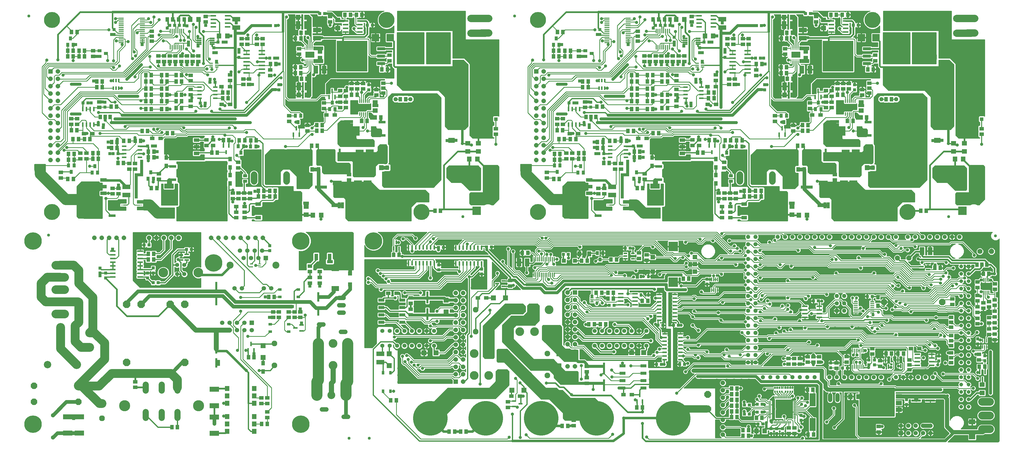
<source format=gtl>
G75*
G70*
%OFA0B0*%
%FSLAX24Y24*%
%IPPOS*%
%LPD*%
%AMOC8*
5,1,8,0,0,1.08239X$1,22.5*
%
%ADD10R,0.0591X0.0472*%
%ADD11R,0.0433X0.0394*%
%ADD12R,0.0512X0.0591*%
%ADD13R,0.0591X0.0512*%
%ADD14R,0.1063X0.0630*%
%ADD15R,0.0680X0.0190*%
%ADD16R,0.0394X0.0433*%
%ADD17R,0.0138X0.0630*%
%ADD18R,0.0630X0.0710*%
%ADD19C,0.0885*%
%ADD20R,0.0472X0.0591*%
%ADD21R,0.0750X0.0450*%
%ADD22R,0.1250X0.2000*%
%ADD23R,0.0610X0.0236*%
%ADD24R,0.0394X0.0551*%
%ADD25R,0.0551X0.0394*%
%ADD26R,0.0220X0.0600*%
%ADD27R,0.0220X0.0520*%
%ADD28R,0.0980X0.0370*%
%ADD29R,0.2570X0.2650*%
%ADD30R,0.0236X0.0610*%
%ADD31R,0.0709X0.0630*%
%ADD32R,0.0780X0.0220*%
%ADD33R,0.0594X0.0594*%
%ADD34OC8,0.0594*%
%ADD35R,0.2244X0.2165*%
%ADD36R,0.0669X0.0512*%
%ADD37R,0.0709X0.1260*%
%ADD38R,0.0600X0.1200*%
%ADD39R,0.1200X0.0600*%
%ADD40R,0.0180X0.0500*%
%ADD41R,0.1160X0.0690*%
%ADD42R,0.0630X0.1063*%
%ADD43C,0.1236*%
%ADD44OC8,0.1236*%
%ADD45R,0.2165X0.2244*%
%ADD46R,0.0512X0.0669*%
%ADD47R,0.0460X0.0140*%
%ADD48R,0.0220X0.0500*%
%ADD49R,0.0630X0.0709*%
%ADD50R,0.0866X0.0236*%
%ADD51C,0.1000*%
%ADD52R,0.1600X0.0430*%
%ADD53OC8,0.0560*%
%ADD54OC8,0.0520*%
%ADD55R,0.0866X0.0709*%
%ADD56R,0.1772X0.1673*%
%ADD57C,0.1000*%
%ADD58R,0.1640X0.0470*%
%ADD59R,0.1260X0.0709*%
%ADD60OC8,0.0885*%
%ADD61C,0.0825*%
%ADD62OC8,0.0760*%
%ADD63C,0.1502*%
%ADD64R,0.0598X0.0701*%
%ADD65R,0.0984X0.0709*%
%ADD66C,0.0594*%
%ADD67R,0.0551X0.0551*%
%ADD68C,0.0594*%
%ADD69R,0.0480X0.0880*%
%ADD70R,0.1417X0.0866*%
%ADD71C,0.0560*%
%ADD72C,0.1306*%
%ADD73C,0.0945*%
%ADD74R,0.0300X0.1280*%
%ADD75R,0.0440X0.0100*%
%ADD76R,0.0440X0.0120*%
%ADD77R,0.0520X0.0370*%
%ADD78R,0.0620X0.0220*%
%ADD79OC8,0.0600*%
%ADD80R,0.0787X0.0394*%
%ADD81R,0.0140X0.0630*%
%ADD82R,0.0520X0.0220*%
%ADD83R,0.0787X0.0591*%
%ADD84R,0.0787X0.1496*%
%ADD85C,0.0397*%
%ADD86R,0.0580X0.0140*%
%ADD87R,0.0787X0.1772*%
%ADD88R,0.0600X0.0220*%
%ADD89R,0.0710X0.0630*%
%ADD90C,0.0860*%
%ADD91OC8,0.0860*%
%ADD92OC8,0.0554*%
%ADD93R,0.0240X0.0610*%
%ADD94R,0.0669X0.0709*%
%ADD95C,0.1181*%
%ADD96C,0.0768*%
%ADD97C,0.4685*%
%ADD98C,0.1065*%
%ADD99R,0.0610X0.0240*%
%ADD100R,0.0350X0.0500*%
%ADD101C,0.0515*%
%ADD102R,0.0515X0.0515*%
%ADD103R,0.0500X0.0220*%
%ADD104R,0.0551X0.0709*%
%ADD105R,0.0709X0.0669*%
%ADD106C,0.0554*%
%ADD107C,0.0063*%
%ADD108R,0.0197X0.0256*%
%ADD109R,0.0140X0.0520*%
%ADD110C,0.0400*%
%ADD111C,0.0700*%
%ADD112OC8,0.0700*%
%ADD113R,0.1181X0.1181*%
%ADD114C,0.1181*%
%ADD115R,0.0140X0.0580*%
%ADD116R,0.1280X0.0300*%
%ADD117R,0.0300X0.1600*%
%ADD118OC8,0.0906*%
%ADD119R,0.0110X0.0550*%
%ADD120R,0.1120X0.0650*%
%ADD121R,0.1266X0.1266*%
%ADD122R,0.0472X0.0472*%
%ADD123R,0.0100X0.0500*%
%ADD124R,0.0750X0.0100*%
%ADD125C,0.0050*%
%ADD126R,0.0170X0.0560*%
%ADD127R,0.0740X0.0620*%
%ADD128R,0.0140X0.0460*%
%ADD129OC8,0.1000*%
%ADD130R,0.0500X0.0350*%
%ADD131C,0.0600*%
%ADD132R,0.0650X0.0170*%
%ADD133R,0.1060X0.0400*%
%ADD134R,0.4120X0.4170*%
%ADD135R,0.1004X0.0984*%
%ADD136C,0.1063*%
%ADD137R,0.0880X0.0480*%
%ADD138R,0.0866X0.1417*%
%ADD139R,0.0396X0.0396*%
%ADD140C,0.0120*%
%ADD141C,0.0160*%
%ADD142C,0.0100*%
%ADD143OC8,0.0396*%
%ADD144C,0.0400*%
%ADD145C,0.0240*%
%ADD146C,0.0140*%
%ADD147C,0.0320*%
%ADD148C,0.0560*%
%ADD149C,0.0200*%
%ADD150C,0.0660*%
%ADD151R,0.0436X0.0436*%
%ADD152C,0.1500*%
%ADD153C,0.2165*%
%ADD154C,0.0500*%
%ADD155C,0.0180*%
%ADD156C,0.0080*%
%ADD157C,0.1200*%
%ADD158C,0.2362*%
%ADD159C,0.0700*%
D10*
X053141Y023578D03*
X054283Y023578D03*
X065266Y022953D03*
X066408Y022953D03*
X069822Y009653D03*
X070964Y009653D03*
X084967Y009840D03*
X086109Y009840D03*
X123871Y016078D03*
X125013Y016078D03*
X099450Y033803D03*
X099450Y034553D03*
X099450Y035303D03*
X098308Y035303D03*
X098308Y034553D03*
X098308Y033803D03*
X088100Y044528D03*
X086958Y044528D03*
X078850Y045178D03*
X077708Y045178D03*
X096358Y049153D03*
X097500Y049153D03*
X097475Y051528D03*
X096333Y051528D03*
X110508Y047703D03*
X111650Y047703D03*
X045902Y047703D03*
X044760Y047703D03*
X031752Y049153D03*
X030610Y049153D03*
X030585Y051528D03*
X031727Y051528D03*
X022352Y044528D03*
X021210Y044528D03*
X013102Y045178D03*
X011960Y045178D03*
X032560Y035303D03*
X032560Y034553D03*
X032560Y033803D03*
X033702Y033803D03*
X033702Y034553D03*
X033702Y035303D03*
D11*
X037112Y030013D03*
X037112Y029344D03*
X026521Y029503D03*
X025852Y029503D03*
X016566Y042478D03*
X015897Y042478D03*
X020572Y043503D03*
X021241Y043503D03*
X014591Y046378D03*
X013922Y046378D03*
X012516Y049328D03*
X011847Y049328D03*
X027697Y049303D03*
X028366Y049303D03*
X029022Y052153D03*
X029691Y052153D03*
X037097Y055403D03*
X037766Y055403D03*
X030791Y057578D03*
X030122Y057578D03*
X025541Y059853D03*
X024872Y059853D03*
X024241Y059853D03*
X023572Y059853D03*
X038331Y051788D03*
X038331Y051119D03*
X050322Y059878D03*
X050991Y059878D03*
X077595Y049328D03*
X078264Y049328D03*
X079670Y046378D03*
X080339Y046378D03*
X086320Y043503D03*
X086989Y043503D03*
X082314Y042478D03*
X081645Y042478D03*
X093445Y049303D03*
X094114Y049303D03*
X094770Y052153D03*
X095439Y052153D03*
X102845Y055403D03*
X103514Y055403D03*
X096539Y057578D03*
X095870Y057578D03*
X091289Y059853D03*
X090620Y059853D03*
X089989Y059853D03*
X089320Y059853D03*
X104079Y051788D03*
X104079Y051119D03*
X116070Y059878D03*
X116739Y059878D03*
X085871Y029678D03*
X085202Y029678D03*
X083721Y021928D03*
X083052Y021928D03*
X089652Y019228D03*
X090321Y019228D03*
X091727Y019228D03*
X092396Y019228D03*
X092577Y013953D03*
X093246Y013953D03*
X090096Y013953D03*
X089427Y013953D03*
X101332Y008453D03*
X102001Y008453D03*
X103057Y008528D03*
X103726Y008528D03*
X103726Y007478D03*
X103057Y007478D03*
X102001Y007203D03*
X101332Y007203D03*
X103157Y005878D03*
X103826Y005878D03*
X114607Y013453D03*
X115276Y013453D03*
X111351Y022528D03*
X110682Y022528D03*
X117957Y023153D03*
X118626Y023153D03*
X067121Y029853D03*
X066452Y029853D03*
X060621Y029778D03*
X059952Y029778D03*
D12*
X054611Y028778D03*
X053863Y028778D03*
X059457Y034728D03*
X060205Y034728D03*
X053755Y040578D03*
X053007Y040578D03*
X044455Y040353D03*
X043707Y040353D03*
X042855Y040353D03*
X042107Y040353D03*
X042782Y043528D03*
X043530Y043528D03*
X043457Y045578D03*
X044205Y045578D03*
X044205Y046353D03*
X043457Y046353D03*
X049532Y046903D03*
X050280Y046903D03*
X051382Y047378D03*
X052130Y047378D03*
X054757Y049853D03*
X055505Y049853D03*
X048930Y050428D03*
X048182Y050428D03*
X042155Y052603D03*
X041407Y052603D03*
X041305Y053378D03*
X040557Y053378D03*
X040557Y054178D03*
X041305Y054178D03*
X037955Y054603D03*
X037207Y054603D03*
X040582Y058078D03*
X041330Y058078D03*
X041332Y058853D03*
X042080Y058853D03*
X047282Y061278D03*
X048030Y061278D03*
X048832Y061278D03*
X049580Y061278D03*
X052282Y053878D03*
X053030Y053878D03*
X031480Y050753D03*
X030732Y050753D03*
X030732Y049978D03*
X031480Y049978D03*
X025180Y049578D03*
X024432Y049578D03*
X024432Y050428D03*
X025180Y050428D03*
X023205Y050428D03*
X022457Y050428D03*
X022457Y049578D03*
X023205Y049578D03*
X023205Y048503D03*
X022457Y048503D03*
X021080Y048503D03*
X020332Y048503D03*
X020332Y049578D03*
X021080Y049578D03*
X021080Y050428D03*
X020332Y050428D03*
X020332Y051273D03*
X021080Y051273D03*
X021080Y052253D03*
X020332Y052253D03*
X022457Y052253D03*
X023205Y052253D03*
X023205Y051273D03*
X022457Y051273D03*
X024432Y052253D03*
X025180Y052253D03*
X025180Y053103D03*
X024432Y053103D03*
X023205Y053103D03*
X022457Y053103D03*
X021080Y053103D03*
X020332Y053103D03*
X014455Y052253D03*
X013707Y052253D03*
X013707Y051478D03*
X014455Y051478D03*
X015632Y048853D03*
X016380Y048853D03*
X015500Y047453D03*
X014831Y047453D03*
X014162Y047453D03*
X011005Y045653D03*
X010257Y045653D03*
X010482Y044428D03*
X011230Y044428D03*
X012032Y044428D03*
X012780Y044428D03*
X013157Y042553D03*
X013905Y042553D03*
X013905Y041778D03*
X013157Y041778D03*
X010630Y041653D03*
X009882Y041653D03*
X009882Y042428D03*
X010630Y042428D03*
X015707Y043253D03*
X016455Y043253D03*
X016455Y044028D03*
X015707Y044028D03*
X017353Y044205D03*
X018101Y044205D03*
X018907Y044203D03*
X019655Y044203D03*
X019836Y045547D03*
X020584Y045547D03*
X023232Y045228D03*
X023980Y045228D03*
X021430Y042729D03*
X020682Y042729D03*
X020682Y041960D03*
X021430Y041960D03*
X017305Y041203D03*
X016557Y041203D03*
X010530Y039053D03*
X009782Y039053D03*
X021082Y037803D03*
X021830Y037803D03*
X029257Y042603D03*
X030005Y042603D03*
X030832Y044303D03*
X031580Y044303D03*
X032982Y044278D03*
X033730Y044278D03*
X034532Y044278D03*
X035280Y044278D03*
X025180Y048653D03*
X024432Y048653D03*
X012055Y055628D03*
X011307Y055628D03*
X011307Y056403D03*
X012055Y056403D03*
X010505Y056403D03*
X009757Y056403D03*
X009757Y055628D03*
X010505Y055628D03*
X010282Y058953D03*
X011030Y058953D03*
X023232Y060628D03*
X023980Y060628D03*
X024782Y060628D03*
X025530Y060628D03*
X075505Y056403D03*
X076253Y056403D03*
X076253Y055628D03*
X075505Y055628D03*
X077055Y055628D03*
X077803Y055628D03*
X077803Y056403D03*
X077055Y056403D03*
X076778Y058953D03*
X076030Y058953D03*
X086080Y053103D03*
X086828Y053103D03*
X088205Y053103D03*
X088953Y053103D03*
X090180Y053103D03*
X090928Y053103D03*
X090928Y052253D03*
X090180Y052253D03*
X088953Y052253D03*
X088205Y052253D03*
X088205Y051273D03*
X088953Y051273D03*
X088953Y050428D03*
X088205Y050428D03*
X088205Y049578D03*
X088953Y049578D03*
X090180Y049578D03*
X090928Y049578D03*
X090928Y050428D03*
X090180Y050428D03*
X090180Y048653D03*
X090928Y048653D03*
X088953Y048503D03*
X088205Y048503D03*
X086828Y048503D03*
X086080Y048503D03*
X086080Y049578D03*
X086828Y049578D03*
X086828Y050428D03*
X086080Y050428D03*
X086080Y051273D03*
X086828Y051273D03*
X086828Y052253D03*
X086080Y052253D03*
X080203Y052253D03*
X079455Y052253D03*
X079455Y051478D03*
X080203Y051478D03*
X081380Y048853D03*
X082128Y048853D03*
X081248Y047453D03*
X080579Y047453D03*
X079910Y047453D03*
X076753Y045653D03*
X076005Y045653D03*
X076230Y044428D03*
X076978Y044428D03*
X077780Y044428D03*
X078528Y044428D03*
X081455Y044028D03*
X082203Y044028D03*
X082203Y043253D03*
X081455Y043253D03*
X083101Y044205D03*
X083849Y044205D03*
X084655Y044203D03*
X085403Y044203D03*
X085584Y045547D03*
X086332Y045547D03*
X088980Y045228D03*
X089728Y045228D03*
X087178Y042729D03*
X086430Y042729D03*
X086430Y041960D03*
X087178Y041960D03*
X083053Y041203D03*
X082305Y041203D03*
X079653Y041778D03*
X078905Y041778D03*
X078905Y042553D03*
X079653Y042553D03*
X076378Y042428D03*
X075630Y042428D03*
X075630Y041653D03*
X076378Y041653D03*
X076278Y039053D03*
X075530Y039053D03*
X086830Y037803D03*
X087578Y037803D03*
X095005Y042603D03*
X095753Y042603D03*
X096580Y044303D03*
X097328Y044303D03*
X098730Y044278D03*
X099478Y044278D03*
X100280Y044278D03*
X101028Y044278D03*
X108530Y043528D03*
X109278Y043528D03*
X109205Y045578D03*
X109953Y045578D03*
X109953Y046353D03*
X109205Y046353D03*
X115280Y046903D03*
X116028Y046903D03*
X117130Y047378D03*
X117878Y047378D03*
X120505Y049853D03*
X121253Y049853D03*
X114678Y050428D03*
X113930Y050428D03*
X107903Y052603D03*
X107155Y052603D03*
X107053Y053378D03*
X106305Y053378D03*
X106305Y054178D03*
X107053Y054178D03*
X103703Y054603D03*
X102955Y054603D03*
X106330Y058078D03*
X107078Y058078D03*
X107080Y058853D03*
X107828Y058853D03*
X113030Y061278D03*
X113778Y061278D03*
X114580Y061278D03*
X115328Y061278D03*
X118030Y053878D03*
X118778Y053878D03*
X097228Y050753D03*
X096480Y050753D03*
X096480Y049978D03*
X097228Y049978D03*
X107855Y040353D03*
X108603Y040353D03*
X109455Y040353D03*
X110203Y040353D03*
X103603Y037453D03*
X102855Y037453D03*
X102855Y036678D03*
X103603Y036678D03*
X102053Y036678D03*
X101305Y036678D03*
X101305Y037453D03*
X102053Y037453D03*
X118755Y040578D03*
X119503Y040578D03*
X125205Y034728D03*
X125953Y034728D03*
X127093Y027003D03*
X127841Y027003D03*
X132817Y027453D03*
X133487Y027453D03*
X134156Y027453D03*
X134411Y026203D03*
X133663Y026203D03*
X122866Y015403D03*
X122118Y015403D03*
X121241Y015403D03*
X120493Y015403D03*
X110616Y010503D03*
X109868Y010503D03*
X103716Y006703D03*
X102968Y006703D03*
X101891Y005053D03*
X101143Y005053D03*
X101143Y004278D03*
X101891Y004278D03*
X100341Y006803D03*
X099593Y006803D03*
X099593Y007578D03*
X100341Y007578D03*
X100341Y008353D03*
X099593Y008353D03*
X099593Y009128D03*
X100341Y009128D03*
X100341Y009903D03*
X099593Y009903D03*
X099593Y010678D03*
X100341Y010678D03*
X087536Y008103D03*
X086788Y008103D03*
X077436Y005610D03*
X076688Y005610D03*
X063686Y004828D03*
X062938Y004828D03*
X062136Y004828D03*
X061388Y004828D03*
X054236Y009078D03*
X053488Y009078D03*
X036761Y005878D03*
X036013Y005878D03*
X024611Y005428D03*
X023863Y005428D03*
X034238Y014903D03*
X034986Y014903D03*
X036963Y023078D03*
X037711Y023078D03*
X021411Y028128D03*
X020663Y028128D03*
X020663Y028903D03*
X021411Y028903D03*
X035557Y036678D03*
X036305Y036678D03*
X036305Y037453D03*
X035557Y037453D03*
X037107Y037453D03*
X037855Y037453D03*
X037855Y036678D03*
X037107Y036678D03*
X071288Y029053D03*
X072036Y029053D03*
X079313Y027978D03*
X080061Y027978D03*
X083288Y028128D03*
X084036Y028128D03*
X093063Y025528D03*
X093811Y025528D03*
X088261Y022553D03*
X087513Y022553D03*
X083611Y022853D03*
X082863Y022853D03*
X082863Y023628D03*
X083611Y023628D03*
X082036Y023628D03*
X081288Y023628D03*
X081036Y019378D03*
X080288Y019378D03*
X081838Y019378D03*
X082586Y019378D03*
X109943Y004453D03*
X110691Y004453D03*
X133118Y013628D03*
X133866Y013628D03*
X091278Y060628D03*
X090530Y060628D03*
X089728Y060628D03*
X088980Y060628D03*
D13*
X086904Y059048D03*
X086904Y058378D03*
X086904Y057709D03*
X087804Y055702D03*
X087804Y054954D03*
X088554Y054954D03*
X088554Y055702D03*
X089329Y055702D03*
X089329Y054954D03*
X090104Y054954D03*
X090104Y055702D03*
X090879Y055702D03*
X090879Y054954D03*
X091654Y054954D03*
X091654Y055702D03*
X092429Y055702D03*
X092429Y054954D03*
X093204Y054954D03*
X093204Y055702D03*
X092154Y053077D03*
X092154Y052329D03*
X092154Y051177D03*
X092154Y050429D03*
X092154Y049632D03*
X092154Y048884D03*
X097479Y052379D03*
X099279Y052577D03*
X099279Y051829D03*
X100054Y051829D03*
X100054Y052577D03*
X097479Y053127D03*
X102929Y053054D03*
X102929Y053802D03*
X106829Y055929D03*
X106829Y056677D03*
X109654Y056227D03*
X109654Y055479D03*
X113929Y051977D03*
X113929Y051229D03*
X114704Y051229D03*
X114704Y051977D03*
X115479Y051977D03*
X115479Y051229D03*
X117279Y051152D03*
X117279Y050404D03*
X118229Y050659D03*
X118229Y051328D03*
X118229Y051998D03*
X113154Y051002D03*
X113154Y050254D03*
X112379Y050254D03*
X112379Y051002D03*
X112379Y049452D03*
X112379Y048704D03*
X113154Y048704D03*
X113154Y049452D03*
X110204Y049327D03*
X110204Y048579D03*
X107954Y046302D03*
X105479Y046854D03*
X105479Y047602D03*
X107954Y045554D03*
X098604Y041302D03*
X098604Y040554D03*
X098629Y037127D03*
X098629Y036379D03*
X097854Y036379D03*
X097854Y037127D03*
X099404Y037127D03*
X099404Y036379D03*
X100179Y036379D03*
X100179Y037127D03*
X087854Y039004D03*
X087854Y039752D03*
X084629Y040379D03*
X084629Y041127D03*
X083854Y041127D03*
X083854Y040379D03*
X082379Y037777D03*
X082379Y037029D03*
X081579Y037029D03*
X081579Y037777D03*
X074604Y039179D03*
X074604Y039927D03*
X077229Y041779D03*
X078054Y041779D03*
X078054Y042527D03*
X077229Y042527D03*
X076779Y046454D03*
X076779Y047202D03*
X076004Y047202D03*
X076004Y046454D03*
X079779Y048729D03*
X079779Y049477D03*
X067706Y045852D03*
X067706Y045104D03*
X052481Y050659D03*
X052481Y051328D03*
X052481Y051998D03*
X051531Y051152D03*
X051531Y050404D03*
X049731Y051229D03*
X049731Y051977D03*
X048956Y051977D03*
X048956Y051229D03*
X048181Y051229D03*
X048181Y051977D03*
X047406Y051002D03*
X047406Y050254D03*
X046631Y050254D03*
X046631Y051002D03*
X046631Y049452D03*
X046631Y048704D03*
X047406Y048704D03*
X047406Y049452D03*
X044456Y049327D03*
X044456Y048579D03*
X042206Y046302D03*
X042206Y045554D03*
X039731Y046854D03*
X039731Y047602D03*
X034306Y051829D03*
X034306Y052577D03*
X033531Y052577D03*
X033531Y051829D03*
X031731Y052379D03*
X031731Y053127D03*
X027456Y054954D03*
X027456Y055702D03*
X026681Y055702D03*
X026681Y054954D03*
X025906Y054954D03*
X025906Y055702D03*
X025131Y055702D03*
X025131Y054954D03*
X024356Y054954D03*
X024356Y055702D03*
X023581Y055702D03*
X023581Y054954D03*
X022806Y054954D03*
X022806Y055702D03*
X022056Y055702D03*
X022056Y054954D03*
X026406Y053077D03*
X026406Y052329D03*
X026406Y051177D03*
X026406Y050429D03*
X026406Y049632D03*
X026406Y048884D03*
X028556Y044327D03*
X029456Y044327D03*
X029456Y043579D03*
X028556Y043579D03*
X032856Y041302D03*
X032856Y040554D03*
X032881Y037127D03*
X032881Y036379D03*
X032106Y036379D03*
X032106Y037127D03*
X033656Y037127D03*
X033656Y036379D03*
X034431Y036379D03*
X034431Y037127D03*
X022106Y039004D03*
X022106Y039752D03*
X018881Y040379D03*
X018881Y041127D03*
X018106Y041127D03*
X018106Y040379D03*
X016631Y037777D03*
X016631Y037029D03*
X015831Y037029D03*
X015831Y037777D03*
X008856Y039179D03*
X008856Y039927D03*
X011481Y041779D03*
X012306Y041779D03*
X012306Y042527D03*
X011481Y042527D03*
X011031Y046454D03*
X011031Y047202D03*
X010256Y047202D03*
X010256Y046454D03*
X014031Y048729D03*
X014031Y049477D03*
X013206Y055654D03*
X013206Y056402D03*
X021156Y057709D03*
X021156Y058378D03*
X021156Y059048D03*
X028456Y060304D03*
X028456Y061052D03*
X033306Y058027D03*
X033306Y057279D03*
X034081Y057279D03*
X034081Y058027D03*
X035381Y058027D03*
X035381Y057279D03*
X036156Y057279D03*
X036156Y058027D03*
X041081Y056677D03*
X041081Y055929D03*
X043906Y056227D03*
X043906Y055479D03*
X037181Y053802D03*
X037181Y053054D03*
X053306Y055054D03*
X053306Y055802D03*
X045281Y060304D03*
X045281Y061052D03*
X078954Y056402D03*
X078954Y055654D03*
X094204Y060304D03*
X094204Y061052D03*
X099054Y058027D03*
X099054Y057279D03*
X099829Y057279D03*
X099829Y058027D03*
X101129Y058027D03*
X101129Y057279D03*
X101904Y057279D03*
X101904Y058027D03*
X111029Y060304D03*
X111029Y061052D03*
X119054Y055802D03*
X119054Y055054D03*
X133454Y045852D03*
X133454Y045104D03*
X113579Y039652D03*
X113579Y038904D03*
X095204Y043579D03*
X094304Y043579D03*
X094304Y044327D03*
X095204Y044327D03*
X088112Y028777D03*
X087087Y029027D03*
X087087Y028279D03*
X088112Y028029D03*
X069637Y025302D03*
X069637Y024554D03*
X056187Y022952D03*
X056187Y022204D03*
X056187Y021402D03*
X056187Y020654D03*
X043887Y024954D03*
X042537Y024954D03*
X042537Y025702D03*
X042537Y026504D03*
X042537Y027252D03*
X043887Y027252D03*
X043887Y026504D03*
X043887Y025702D03*
X041237Y021052D03*
X041237Y020304D03*
X040462Y020304D03*
X040462Y021052D03*
X039687Y021052D03*
X039687Y020304D03*
X038337Y020304D03*
X038337Y021052D03*
X037562Y021052D03*
X037562Y020304D03*
X018912Y011577D03*
X018912Y010829D03*
X035987Y009402D03*
X036762Y009402D03*
X036762Y008654D03*
X035987Y008654D03*
X036762Y007502D03*
X036762Y006754D03*
X069343Y008110D03*
X069343Y008858D03*
X078243Y006377D03*
X078243Y005629D03*
X080012Y011379D03*
X080012Y012127D03*
X080012Y012929D03*
X080012Y013677D03*
X107292Y013979D03*
X107292Y014727D03*
X108067Y014727D03*
X108067Y013979D03*
X108842Y013979D03*
X108842Y014727D03*
X109892Y014977D03*
X109892Y014229D03*
X110667Y014229D03*
X110667Y014977D03*
X111442Y014977D03*
X111442Y014229D03*
X113792Y014152D03*
X113792Y013404D03*
X115167Y014254D03*
X115167Y015002D03*
X118642Y015329D03*
X118642Y016077D03*
X119717Y014427D03*
X119717Y013679D03*
X123667Y013878D03*
X123667Y013209D03*
X123667Y014548D03*
X129317Y014828D03*
X129317Y014159D03*
X129317Y015498D03*
X129317Y016484D03*
X129317Y017153D03*
X129317Y017823D03*
X129317Y018959D03*
X129317Y019628D03*
X129317Y020298D03*
X129467Y022054D03*
X129467Y022802D03*
X132887Y022529D03*
X132887Y023277D03*
X135212Y022677D03*
X135212Y021929D03*
X134437Y021704D03*
X134437Y022452D03*
X133662Y022277D03*
X133662Y021529D03*
X132887Y021727D03*
X132887Y020979D03*
X132882Y020177D03*
X132882Y019429D03*
X134437Y019529D03*
X134437Y020277D03*
X135212Y020379D03*
X135212Y021127D03*
X135212Y019577D03*
X135212Y018829D03*
X134437Y018727D03*
X134437Y017979D03*
X135212Y018027D03*
X135212Y017279D03*
X133087Y015297D03*
X133087Y014549D03*
X135237Y024104D03*
X135237Y024852D03*
X132887Y025102D03*
X132887Y024354D03*
X119512Y005532D03*
X119512Y004784D03*
X108117Y004579D03*
X108117Y005327D03*
X107342Y005327D03*
X107342Y004579D03*
X047831Y038904D03*
X047831Y039652D03*
D14*
X049056Y039630D03*
X050331Y039630D03*
X050331Y038527D03*
X049056Y038527D03*
X049281Y042702D03*
X050656Y042727D03*
X050656Y043830D03*
X049281Y043805D03*
X017706Y037980D03*
X017706Y036877D03*
X043506Y058102D03*
X043506Y059205D03*
X032581Y059552D03*
X032581Y060655D03*
X083454Y037980D03*
X083454Y036877D03*
X114804Y038527D03*
X116079Y038527D03*
X116079Y039630D03*
X114804Y039630D03*
X115029Y042702D03*
X116404Y042727D03*
X116404Y043830D03*
X115029Y043805D03*
X109254Y058102D03*
X109254Y059205D03*
X098329Y059552D03*
X098329Y060655D03*
X052062Y015355D03*
X052062Y014252D03*
D15*
X029311Y057298D03*
X029311Y057548D03*
X029311Y057808D03*
X029311Y058058D03*
X027551Y058058D03*
X027551Y057808D03*
X027551Y057548D03*
X027551Y057298D03*
X093299Y057298D03*
X093299Y057548D03*
X093299Y057808D03*
X093299Y058058D03*
X095059Y058058D03*
X095059Y057808D03*
X095059Y057548D03*
X095059Y057298D03*
D16*
X095279Y056813D03*
X095279Y056144D03*
X098704Y056188D03*
X098704Y055519D03*
X091854Y057569D03*
X091854Y058238D03*
X081779Y058594D03*
X081779Y059263D03*
X080554Y049438D03*
X080554Y048769D03*
X102970Y059803D03*
X103639Y059803D03*
X109620Y061428D03*
X110289Y061428D03*
X116254Y051788D03*
X116254Y051119D03*
X077521Y028828D03*
X076852Y028828D03*
X065787Y026838D03*
X065787Y026169D03*
X059987Y026744D03*
X059987Y027413D03*
X096287Y025463D03*
X096287Y024794D03*
X118167Y014538D03*
X118167Y013869D03*
X118942Y013869D03*
X118942Y014538D03*
X113017Y014138D03*
X113017Y013469D03*
X123262Y009163D03*
X123262Y008494D03*
X127642Y014394D03*
X127642Y015063D03*
X132912Y016719D03*
X132912Y017388D03*
X133862Y015108D03*
X133862Y014439D03*
X109017Y007038D03*
X109017Y006369D03*
X106492Y005238D03*
X106492Y004569D03*
X105717Y004569D03*
X105717Y005238D03*
X104942Y005238D03*
X104942Y004569D03*
X022021Y025003D03*
X021352Y025003D03*
X020562Y025644D03*
X020562Y026313D03*
X021337Y026319D03*
X021337Y026988D03*
X014912Y026313D03*
X014912Y025644D03*
X014137Y026294D03*
X014137Y026963D03*
X020102Y030103D03*
X020771Y030103D03*
X014806Y048769D03*
X014806Y049438D03*
X029531Y056144D03*
X029531Y056813D03*
X026106Y057569D03*
X026106Y058238D03*
X032956Y056188D03*
X032956Y055519D03*
X037222Y059803D03*
X037891Y059803D03*
X043872Y061428D03*
X044541Y061428D03*
X050506Y051788D03*
X050506Y051119D03*
X016031Y058594D03*
X016031Y059263D03*
D17*
X023651Y059081D03*
X023907Y059081D03*
X024162Y059081D03*
X024418Y059081D03*
X024674Y059081D03*
X024930Y059081D03*
X025186Y059081D03*
X025442Y059081D03*
X025442Y056876D03*
X025186Y056876D03*
X024930Y056876D03*
X024674Y056876D03*
X024418Y056876D03*
X024162Y056876D03*
X023907Y056876D03*
X023651Y056876D03*
X089399Y056876D03*
X089655Y056876D03*
X089910Y056876D03*
X090166Y056876D03*
X090422Y056876D03*
X090678Y056876D03*
X090934Y056876D03*
X091190Y056876D03*
X091190Y059081D03*
X090934Y059081D03*
X090678Y059081D03*
X090422Y059081D03*
X090166Y059081D03*
X089910Y059081D03*
X089655Y059081D03*
X089399Y059081D03*
D18*
X092094Y060628D03*
X093214Y060628D03*
X064591Y052578D03*
X063471Y052578D03*
X052191Y040578D03*
X051071Y040578D03*
X044066Y034128D03*
X042946Y034128D03*
X027466Y060628D03*
X026346Y060628D03*
X108694Y034128D03*
X109814Y034128D03*
X116819Y040578D03*
X117939Y040578D03*
X129219Y052578D03*
X130339Y052578D03*
D19*
X105122Y039622D02*
X105122Y038737D01*
X102922Y038737D02*
X102922Y039622D01*
X100722Y039622D02*
X100722Y038737D01*
X039373Y038737D02*
X039373Y039622D01*
X037173Y039622D02*
X037173Y038737D01*
X034973Y038737D02*
X034973Y039622D01*
D20*
X031731Y039574D03*
X031731Y040607D03*
X031731Y041749D03*
X031731Y038432D03*
X023106Y040807D03*
X023106Y041949D03*
X036212Y014099D03*
X036212Y012957D03*
X097479Y038432D03*
X097479Y039574D03*
X097479Y040607D03*
X097479Y041749D03*
X088854Y041949D03*
X088854Y040807D03*
X119392Y023024D03*
X119392Y021882D03*
D21*
X101294Y033818D03*
X101294Y034728D03*
X101294Y035638D03*
X092939Y042493D03*
X092939Y043403D03*
X092939Y044313D03*
X035546Y035638D03*
X035546Y034728D03*
X035546Y033818D03*
X027191Y042493D03*
X027191Y043403D03*
X027191Y044313D03*
D22*
X024921Y043403D03*
X037816Y034728D03*
X090669Y043403D03*
X103564Y034728D03*
D23*
X085292Y041955D03*
X085292Y042455D03*
X085292Y042955D03*
X085292Y043455D03*
X083166Y043455D03*
X083166Y042955D03*
X083166Y042455D03*
X083166Y041955D03*
X093366Y049980D03*
X093366Y050480D03*
X093366Y050980D03*
X093366Y051480D03*
X095492Y051480D03*
X095492Y050980D03*
X095492Y050480D03*
X095492Y049980D03*
X029744Y049980D03*
X029744Y050480D03*
X029744Y050980D03*
X029744Y051480D03*
X027618Y051480D03*
X027618Y050980D03*
X027618Y050480D03*
X027618Y049980D03*
X019544Y043455D03*
X019544Y042955D03*
X019544Y042455D03*
X019544Y041955D03*
X017418Y041955D03*
X017418Y042455D03*
X017418Y042955D03*
X017418Y043455D03*
D24*
X013431Y040786D03*
X013057Y039920D03*
X013805Y039920D03*
X010630Y040861D03*
X009882Y040861D03*
X010256Y039995D03*
X020632Y039070D03*
X021380Y039070D03*
X021006Y039936D03*
X032832Y043461D03*
X033580Y043461D03*
X034507Y043436D03*
X035255Y043436D03*
X034881Y042570D03*
X033206Y042595D03*
X040931Y046745D03*
X040557Y047611D03*
X041305Y047611D03*
X045207Y048520D03*
X045955Y048520D03*
X045581Y049386D03*
X075505Y057220D03*
X076253Y057220D03*
X075879Y058086D03*
X106305Y047611D03*
X107053Y047611D03*
X106679Y046745D03*
X110955Y048520D03*
X111703Y048520D03*
X111329Y049386D03*
X101003Y043436D03*
X100255Y043436D03*
X099328Y043461D03*
X098580Y043461D03*
X098954Y042595D03*
X100629Y042570D03*
X087128Y039070D03*
X086380Y039070D03*
X086754Y039936D03*
X079553Y039920D03*
X078805Y039920D03*
X079179Y040786D03*
X076378Y040861D03*
X075630Y040861D03*
X076004Y039995D03*
X081438Y029011D03*
X082186Y029011D03*
X081812Y028145D03*
X010505Y057220D03*
X009757Y057220D03*
X010131Y058086D03*
D25*
X014073Y056402D03*
X014073Y055654D03*
X014939Y056028D03*
X033764Y039477D03*
X033764Y038729D03*
X032898Y039103D03*
X079821Y055654D03*
X079821Y056402D03*
X080687Y056028D03*
X099512Y039477D03*
X099512Y038729D03*
X098646Y039103D03*
D26*
X106054Y045053D03*
X106854Y045053D03*
X106454Y045903D03*
X110904Y050128D03*
X111704Y050128D03*
X111304Y050978D03*
X045956Y050128D03*
X045156Y050128D03*
X045556Y050978D03*
X040706Y045903D03*
X040306Y045053D03*
X041106Y045053D03*
X034587Y016703D03*
X034987Y015853D03*
X034187Y015853D03*
X120442Y014503D03*
X121242Y014503D03*
X122092Y014553D03*
X122892Y014553D03*
X122492Y013703D03*
X120842Y013653D03*
D27*
X133172Y012858D03*
X133912Y012858D03*
X133542Y011998D03*
X087532Y008923D03*
X086792Y008923D03*
X087162Y009783D03*
X054607Y029623D03*
X053867Y029623D03*
X054237Y030483D03*
X031206Y042673D03*
X030836Y043533D03*
X031576Y043533D03*
X096584Y043533D03*
X097324Y043533D03*
X096954Y042673D03*
D28*
X089736Y040736D03*
X089736Y038936D03*
X081524Y035878D03*
X081524Y034078D03*
X052311Y044928D03*
X052311Y046728D03*
X023988Y040736D03*
X023988Y038936D03*
X015776Y035878D03*
X015776Y034078D03*
X118059Y044928D03*
X118059Y046728D03*
D29*
X120639Y045828D03*
X092316Y039836D03*
X078944Y034978D03*
X054891Y045828D03*
X026568Y039836D03*
X013196Y034978D03*
D30*
X013308Y046390D03*
X012808Y046390D03*
X012308Y046390D03*
X011808Y046390D03*
X011808Y048516D03*
X012308Y048516D03*
X012808Y048516D03*
X013308Y048516D03*
X077556Y048516D03*
X078056Y048516D03*
X078556Y048516D03*
X079056Y048516D03*
X079056Y046390D03*
X078556Y046390D03*
X078056Y046390D03*
X077556Y046390D03*
D31*
X065356Y043880D03*
X063906Y043880D03*
X063906Y042777D03*
X065356Y042777D03*
X051381Y048302D03*
X051381Y049405D03*
X057681Y053927D03*
X058656Y053927D03*
X058656Y055030D03*
X057681Y055030D03*
X057681Y058477D03*
X058656Y058477D03*
X058656Y059580D03*
X057681Y059580D03*
X046306Y059477D03*
X046306Y060580D03*
X042031Y035305D03*
X042031Y034202D03*
X107779Y034202D03*
X107779Y035305D03*
X129654Y042777D03*
X131104Y042777D03*
X131104Y043880D03*
X129654Y043880D03*
X117129Y048302D03*
X117129Y049405D03*
X123429Y053927D03*
X124404Y053927D03*
X124404Y055030D03*
X123429Y055030D03*
X123429Y058477D03*
X124404Y058477D03*
X124404Y059580D03*
X123429Y059580D03*
X112054Y059477D03*
X112054Y060580D03*
D32*
X113109Y060428D03*
X113109Y059928D03*
X113109Y059428D03*
X113109Y058928D03*
X115049Y058928D03*
X115049Y059428D03*
X115049Y059928D03*
X115049Y060428D03*
X097149Y060653D03*
X097149Y060153D03*
X097149Y059653D03*
X097149Y061153D03*
X095209Y061153D03*
X095209Y060653D03*
X095209Y060153D03*
X095209Y059653D03*
X049301Y059428D03*
X049301Y058928D03*
X049301Y059928D03*
X049301Y060428D03*
X047361Y060428D03*
X047361Y059928D03*
X047361Y059428D03*
X047361Y058928D03*
X031401Y059653D03*
X031401Y060153D03*
X031401Y060653D03*
X031401Y061153D03*
X029461Y061153D03*
X029461Y060653D03*
X029461Y060153D03*
X029461Y059653D03*
X019562Y029278D03*
X019562Y028778D03*
X019562Y028278D03*
X019562Y027778D03*
X019562Y027278D03*
X019562Y026778D03*
X019562Y026278D03*
X019562Y025778D03*
X015862Y025778D03*
X015862Y026278D03*
X015862Y026778D03*
X015862Y027278D03*
X015862Y027778D03*
X015862Y028278D03*
X015862Y028778D03*
X015862Y029278D03*
X084592Y023503D03*
X084592Y023003D03*
X084592Y022503D03*
X084592Y022003D03*
X086532Y022003D03*
X086532Y022503D03*
X086532Y023003D03*
X086532Y023503D03*
X109522Y021803D03*
X109522Y021303D03*
X109522Y020803D03*
X109522Y020303D03*
X111462Y020303D03*
X111462Y020803D03*
X111462Y021303D03*
X111462Y021803D03*
X124747Y015303D03*
X124747Y014803D03*
X124747Y014303D03*
X124747Y013803D03*
X126687Y013803D03*
X126687Y014303D03*
X126687Y014803D03*
X126687Y015303D03*
D33*
X122517Y004628D03*
X078414Y023673D03*
X088945Y026504D03*
X088945Y028472D03*
X094654Y028472D03*
X094654Y027488D03*
X094654Y026504D03*
X062273Y011618D03*
X034662Y019578D03*
X036577Y028352D03*
X007438Y053594D03*
X073186Y053594D03*
D34*
X073186Y052594D03*
X074186Y052594D03*
X074186Y053594D03*
X074186Y051594D03*
X074186Y050594D03*
X073186Y050594D03*
X073186Y051594D03*
X073186Y049594D03*
X074186Y049594D03*
X074186Y048594D03*
X074186Y047594D03*
X073186Y047594D03*
X073186Y048594D03*
X073186Y046594D03*
X073186Y045594D03*
X074186Y045594D03*
X074186Y046594D03*
X074186Y044594D03*
X073186Y044594D03*
X073186Y043594D03*
X073186Y042594D03*
X074186Y042594D03*
X074186Y043594D03*
X074186Y041594D03*
X073186Y041594D03*
X036162Y031078D03*
X035162Y031078D03*
X034162Y031078D03*
X033162Y031078D03*
X032162Y031078D03*
X031162Y031078D03*
X030162Y031078D03*
X029162Y031078D03*
X024762Y031078D03*
X023762Y031078D03*
X022762Y031078D03*
X021762Y031078D03*
X020762Y031078D03*
X017387Y031078D03*
X016387Y031078D03*
X015387Y031078D03*
X014387Y031078D03*
X013387Y031078D03*
X008438Y041594D03*
X007438Y041594D03*
X007438Y042594D03*
X008438Y042594D03*
X008438Y043594D03*
X007438Y043594D03*
X007438Y044594D03*
X008438Y044594D03*
X008438Y045594D03*
X007438Y045594D03*
X007438Y046594D03*
X008438Y046594D03*
X008438Y047594D03*
X007438Y047594D03*
X007438Y048594D03*
X008438Y048594D03*
X008438Y049594D03*
X007438Y049594D03*
X007438Y050594D03*
X008438Y050594D03*
X008438Y051594D03*
X007438Y051594D03*
X007438Y052594D03*
X008438Y052594D03*
X008438Y053594D03*
X062273Y023618D03*
X063273Y023618D03*
X063273Y022618D03*
X062273Y022618D03*
X062273Y021618D03*
X063273Y021618D03*
X063273Y020618D03*
X062273Y020618D03*
X062273Y019618D03*
X063273Y019618D03*
X063273Y018618D03*
X063273Y017618D03*
X062273Y017618D03*
X062273Y018618D03*
X062273Y016618D03*
X063273Y016618D03*
X063273Y015618D03*
X062273Y015618D03*
X062273Y014618D03*
X063273Y014618D03*
X063273Y013618D03*
X063273Y012618D03*
X062273Y012618D03*
X062273Y013618D03*
X063273Y011618D03*
X077414Y011673D03*
X078414Y011673D03*
X078414Y012673D03*
X077414Y012673D03*
X077414Y013673D03*
X078414Y013673D03*
X078414Y014673D03*
X077414Y014673D03*
X077414Y015673D03*
X077414Y016673D03*
X078414Y016673D03*
X078414Y015673D03*
X078414Y017673D03*
X077414Y017673D03*
X077414Y018673D03*
X078414Y018673D03*
X078414Y019673D03*
X077414Y019673D03*
X077414Y020673D03*
X077414Y021673D03*
X078414Y021673D03*
X078414Y020673D03*
X078414Y022673D03*
X077414Y022673D03*
X077414Y023673D03*
X098417Y011428D03*
X098417Y010428D03*
X098417Y009428D03*
X098417Y008428D03*
X098417Y007428D03*
X098417Y006428D03*
X098417Y005428D03*
X098417Y004428D03*
D35*
X120953Y042403D03*
X055205Y042403D03*
D36*
X052670Y041504D03*
X052670Y043303D03*
X118418Y043303D03*
X118418Y041504D03*
D37*
X116882Y045553D03*
X114677Y045553D03*
X051134Y045553D03*
X048929Y045553D03*
D38*
X044146Y041978D03*
X042166Y041978D03*
X107914Y041978D03*
X109894Y041978D03*
D39*
X112004Y040493D03*
X112004Y038513D03*
X046256Y038513D03*
X046256Y040493D03*
D40*
X049264Y047823D03*
X049520Y047823D03*
X049776Y047823D03*
X050036Y047823D03*
X050292Y047823D03*
X050548Y047823D03*
X050548Y049583D03*
X050292Y049583D03*
X050036Y049583D03*
X049776Y049583D03*
X049520Y049583D03*
X049264Y049583D03*
X115012Y049583D03*
X115268Y049583D03*
X115524Y049583D03*
X115784Y049583D03*
X116040Y049583D03*
X116296Y049583D03*
X116296Y047823D03*
X116040Y047823D03*
X115784Y047823D03*
X115524Y047823D03*
X115268Y047823D03*
X115012Y047823D03*
D41*
X115654Y048703D03*
X049906Y048703D03*
D42*
X042132Y051578D03*
X041030Y051578D03*
X043355Y053853D03*
X044457Y053853D03*
X042057Y059878D03*
X040955Y059878D03*
X106703Y059878D03*
X107805Y059878D03*
X109103Y053853D03*
X110205Y053853D03*
X107880Y051578D03*
X106778Y051578D03*
X125365Y029278D03*
X126468Y029278D03*
X071938Y027753D03*
X070835Y027753D03*
D43*
X063230Y046753D03*
X063255Y053903D03*
X129003Y053903D03*
X128978Y046753D03*
D44*
X131931Y046753D03*
X131956Y053903D03*
X066208Y053903D03*
X066183Y046753D03*
D45*
X060481Y053004D03*
X055856Y053004D03*
X055856Y057429D03*
X060481Y057429D03*
X121604Y057429D03*
X126229Y057429D03*
X126229Y053004D03*
X121604Y053004D03*
D46*
X120705Y055540D03*
X122504Y055540D03*
X125330Y055540D03*
X127129Y055540D03*
X127129Y059965D03*
X125330Y059965D03*
X122504Y059965D03*
X120705Y059965D03*
X061381Y059965D03*
X059582Y059965D03*
X056756Y059965D03*
X054957Y059965D03*
X054957Y055540D03*
X056756Y055540D03*
X059582Y055540D03*
X061381Y055540D03*
D47*
X029926Y054713D03*
X029926Y054453D03*
X029926Y054193D03*
X029186Y054193D03*
X029186Y054453D03*
X029186Y054713D03*
X094934Y054713D03*
X094934Y054453D03*
X094934Y054193D03*
X095674Y054193D03*
X095674Y054453D03*
X095674Y054713D03*
X081432Y022938D03*
X081432Y022678D03*
X081432Y022418D03*
X080692Y022418D03*
X080692Y022678D03*
X080692Y022938D03*
D48*
X081684Y051343D03*
X082054Y051343D03*
X082424Y051343D03*
X082424Y052363D03*
X082054Y052363D03*
X081684Y052363D03*
X016676Y052363D03*
X016306Y052363D03*
X015936Y052363D03*
X015936Y051343D03*
X016306Y051343D03*
X016676Y051343D03*
D49*
X030255Y058403D03*
X031357Y058403D03*
X040955Y060953D03*
X042057Y060953D03*
X042132Y050403D03*
X041030Y050403D03*
X064105Y041753D03*
X065207Y041753D03*
X096003Y058403D03*
X097105Y058403D03*
X106703Y060953D03*
X107805Y060953D03*
X107880Y050403D03*
X106778Y050403D03*
X129853Y041753D03*
X130955Y041753D03*
X116788Y009578D03*
X115685Y009578D03*
X104068Y004928D03*
X102965Y004928D03*
D50*
X101774Y053403D03*
X101774Y053903D03*
X101774Y054403D03*
X101774Y054903D03*
X101774Y055403D03*
X101774Y055903D03*
X101774Y056403D03*
X099734Y056403D03*
X099734Y055903D03*
X099734Y055403D03*
X099734Y054903D03*
X099734Y054403D03*
X099734Y053903D03*
X099734Y053403D03*
X036026Y053403D03*
X036026Y053903D03*
X036026Y054403D03*
X036026Y054903D03*
X036026Y055403D03*
X036026Y055903D03*
X036026Y056403D03*
X033986Y056403D03*
X033986Y055903D03*
X033986Y055403D03*
X033986Y054903D03*
X033986Y054403D03*
X033986Y053903D03*
X033986Y053403D03*
D51*
X064331Y058774D02*
X066271Y058774D01*
X066756Y058803D02*
X065756Y058803D01*
X065756Y060772D02*
X066756Y060772D01*
X066310Y060782D02*
X064331Y060782D01*
X130079Y060782D02*
X132058Y060782D01*
X132504Y060772D02*
X131504Y060772D01*
X131504Y058803D02*
X132504Y058803D01*
X132019Y058774D02*
X130079Y058774D01*
X096242Y007903D02*
X092983Y007903D01*
X091701Y006622D01*
D52*
X107324Y037953D03*
X109784Y037953D03*
X044036Y037953D03*
X041576Y037953D03*
D53*
X007762Y004053D03*
X007762Y007053D03*
X056131Y049853D03*
X121879Y049853D03*
D54*
X119879Y049853D03*
X054131Y049853D03*
D55*
X061706Y046282D03*
X061706Y044274D03*
X064331Y058774D03*
X064331Y060782D03*
X127454Y046282D03*
X127454Y044274D03*
X130079Y058774D03*
X130079Y060782D03*
X132142Y006157D03*
X132142Y004149D03*
D56*
X119479Y034579D03*
X119479Y038720D03*
X053731Y038720D03*
X053731Y034579D03*
D57*
X061571Y040316D03*
X066492Y040316D03*
X066492Y048190D03*
X061571Y048190D03*
X127319Y048190D03*
X132240Y048190D03*
X132240Y040316D03*
X127319Y040316D03*
X012730Y018204D03*
X008793Y018952D03*
X008793Y016977D03*
X012730Y016229D03*
X010962Y013893D03*
X007025Y013893D03*
D58*
X046281Y035478D03*
X049481Y035478D03*
X112029Y035478D03*
X115229Y035478D03*
D59*
X089229Y035876D03*
X089229Y038081D03*
X029612Y010556D03*
X029612Y008351D03*
X029612Y006806D03*
X029612Y004601D03*
X011337Y004626D03*
X009787Y004626D03*
X009787Y006831D03*
X011337Y006831D03*
X023481Y035876D03*
X023481Y038081D03*
D60*
X011197Y011049D03*
X011222Y008868D03*
X005222Y008868D03*
X005197Y011049D03*
D61*
X020312Y011216D02*
X020312Y010391D01*
X022462Y010391D02*
X022462Y011216D01*
X024612Y011216D02*
X024612Y010391D01*
X024612Y007516D02*
X024612Y006691D01*
X022462Y006691D02*
X022462Y007516D01*
X020312Y007516D02*
X020312Y006691D01*
D62*
X014412Y006628D03*
X014412Y008628D03*
D63*
X017487Y008328D03*
X027487Y008328D03*
D64*
X031333Y008678D03*
X031333Y009678D03*
X031333Y010678D03*
X034990Y010678D03*
X034990Y009678D03*
X034990Y008678D03*
X034990Y006878D03*
X034990Y005878D03*
X034990Y004878D03*
X031333Y004878D03*
X031333Y005878D03*
X031333Y006878D03*
D65*
X045962Y024195D03*
X045962Y026912D03*
D66*
X046515Y022953D02*
X047109Y022953D01*
X047109Y021953D02*
X046515Y021953D01*
X046515Y020953D02*
X047109Y020953D01*
X112942Y009725D02*
X112942Y009131D01*
X113942Y009131D02*
X113942Y009725D01*
D67*
X078410Y027978D03*
X076914Y027978D03*
X047962Y026251D03*
X047962Y024755D03*
D68*
X037317Y024234D03*
X036317Y024234D03*
X033337Y024234D03*
X032337Y024234D03*
X033577Y028352D03*
X034577Y028352D03*
X035577Y028352D03*
X035077Y029352D03*
X034077Y029352D03*
X033077Y029352D03*
X036077Y029352D03*
X033662Y019578D03*
X032662Y019578D03*
X031662Y019578D03*
X030662Y019578D03*
X030662Y018578D03*
X031662Y018578D03*
X032662Y018578D03*
X033662Y018578D03*
X034662Y018578D03*
X122517Y005628D03*
X123517Y005628D03*
X124517Y005628D03*
X125517Y005628D03*
X126517Y005628D03*
X126517Y004628D03*
X125517Y004628D03*
X124517Y004628D03*
X123517Y004628D03*
D69*
X045222Y028483D03*
X044312Y028483D03*
X043402Y028483D03*
D70*
X044312Y030923D03*
D71*
X025555Y027418D03*
X024571Y027418D03*
X024571Y026158D03*
X025555Y026158D03*
D72*
X027433Y026355D03*
X022693Y026355D03*
D73*
X031727Y027384D03*
X037927Y027384D03*
D74*
X029862Y024478D03*
X029862Y022578D03*
X043662Y023078D03*
X043662Y021178D03*
X029862Y016028D03*
X029862Y014128D03*
D75*
X035727Y027153D03*
X035727Y027353D03*
X035727Y027553D03*
D76*
X034647Y027553D03*
X034647Y027153D03*
D77*
X025112Y028753D03*
D78*
X025862Y028833D03*
X025862Y028073D03*
X025112Y028073D03*
D79*
X011262Y026328D03*
X011262Y022328D03*
X113837Y021193D03*
D80*
X087679Y013728D03*
X087679Y012728D03*
X087679Y011728D03*
X087679Y010728D03*
X084844Y010728D03*
X084844Y011728D03*
X084844Y012728D03*
X084844Y013728D03*
X055054Y019628D03*
X055054Y020628D03*
X055054Y021628D03*
X055054Y022628D03*
X052219Y022628D03*
X052219Y021628D03*
X052219Y020628D03*
X052219Y019628D03*
D81*
X072857Y026078D03*
X073117Y026078D03*
X073357Y026078D03*
X073617Y026078D03*
X073857Y026078D03*
X074117Y026078D03*
X074357Y026078D03*
X074617Y026078D03*
X074857Y026078D03*
X075117Y026078D03*
X075357Y026078D03*
X075617Y026078D03*
X075617Y028178D03*
X075357Y028178D03*
X075117Y028178D03*
X074857Y028178D03*
X074617Y028178D03*
X074357Y028178D03*
X074117Y028178D03*
X073857Y028178D03*
X073617Y028178D03*
X073357Y028178D03*
X073117Y028178D03*
X072857Y028178D03*
D82*
X068742Y025248D03*
X068742Y024508D03*
X067882Y024878D03*
X070188Y008973D03*
X070188Y008233D03*
X071048Y008603D03*
D83*
X122232Y008703D03*
X122232Y007798D03*
X122232Y009609D03*
D84*
X119752Y008703D03*
D85*
X116517Y022928D03*
X115966Y022928D03*
D86*
X116407Y022448D03*
X116407Y022188D03*
X116407Y021938D03*
X116407Y021678D03*
X116407Y021418D03*
X116407Y021168D03*
X116407Y020908D03*
X118627Y020908D03*
X118627Y021168D03*
X118627Y021418D03*
X118627Y021678D03*
X118627Y021938D03*
X118627Y022188D03*
X118627Y022448D03*
D87*
X110567Y009152D03*
X110567Y005805D03*
D88*
X126167Y026778D03*
X125317Y027178D03*
X126167Y027578D03*
X041412Y019278D03*
X041412Y018478D03*
X040562Y018878D03*
D89*
X133492Y011188D03*
X133492Y010069D03*
D90*
X120237Y022378D03*
D91*
X128107Y022378D03*
D92*
X114837Y022193D03*
X113837Y022193D03*
X113837Y023193D03*
X114837Y023193D03*
X114837Y021193D03*
X102837Y021193D03*
X101837Y021193D03*
X101837Y020193D03*
X102837Y020193D03*
X102837Y019193D03*
X101837Y019193D03*
X101837Y018193D03*
X102837Y018193D03*
X102837Y017193D03*
X101837Y017193D03*
X101837Y016193D03*
X101837Y015193D03*
X102837Y015193D03*
X102837Y016193D03*
X102837Y014193D03*
X101837Y014193D03*
X103837Y012193D03*
X104837Y012193D03*
X105837Y012193D03*
X106837Y012193D03*
X107837Y012193D03*
X108837Y012193D03*
X109837Y012193D03*
X110837Y012193D03*
X112837Y012193D03*
X113837Y012193D03*
X114837Y012193D03*
X115837Y012193D03*
X116837Y012193D03*
X117837Y012193D03*
X118837Y012193D03*
X119837Y012193D03*
X121837Y012193D03*
X122837Y012193D03*
X123837Y012193D03*
X124837Y012193D03*
X125837Y012193D03*
X126837Y012193D03*
X102837Y022193D03*
X101837Y022193D03*
X101837Y023193D03*
X101837Y024193D03*
X102837Y024193D03*
X102837Y023193D03*
X102837Y025193D03*
X101837Y025193D03*
X101837Y026193D03*
X102837Y026193D03*
X102837Y027193D03*
X101837Y027193D03*
X101837Y028193D03*
X101837Y029193D03*
X102837Y029193D03*
X102837Y028193D03*
X102837Y030193D03*
X101837Y030193D03*
X101837Y031193D03*
X102837Y031193D03*
X105837Y031193D03*
X106837Y031193D03*
X107837Y031193D03*
X108837Y031193D03*
X109837Y031193D03*
X110837Y031193D03*
X111837Y031193D03*
X112837Y031193D03*
X114837Y031193D03*
X115837Y031193D03*
X116837Y031193D03*
X117837Y031193D03*
X118837Y031193D03*
X119837Y031193D03*
X120837Y031193D03*
X121837Y031193D03*
X123437Y031193D03*
X124437Y031193D03*
X125437Y031193D03*
X126437Y031193D03*
X127437Y031193D03*
X128437Y031193D03*
X129437Y031193D03*
X130437Y031193D03*
D93*
X065787Y029738D03*
X065287Y029738D03*
X064787Y029738D03*
X064287Y029738D03*
X063787Y029738D03*
X063287Y029738D03*
X062787Y029738D03*
X062287Y029738D03*
X059362Y029763D03*
X058862Y029763D03*
X058362Y029763D03*
X057862Y029763D03*
X057362Y029763D03*
X056862Y029763D03*
X056362Y029763D03*
X055862Y029763D03*
X055862Y027643D03*
X056362Y027643D03*
X056862Y027643D03*
X057362Y027643D03*
X057862Y027643D03*
X058362Y027643D03*
X058862Y027643D03*
X059362Y027643D03*
X062287Y027618D03*
X062787Y027618D03*
X063287Y027618D03*
X063787Y027618D03*
X064287Y027618D03*
X064787Y027618D03*
X065287Y027618D03*
X065787Y027618D03*
D94*
X060987Y022654D03*
X060987Y021039D03*
X053287Y015385D03*
X053287Y013771D03*
X036212Y014871D03*
X036212Y016485D03*
X076237Y015360D03*
X076237Y013746D03*
D95*
X068732Y012440D03*
X066748Y012440D03*
X064764Y012440D03*
X064764Y015417D03*
X066748Y015417D03*
X068732Y015417D03*
X070941Y018365D03*
X072926Y018365D03*
X074910Y018365D03*
X074910Y021342D03*
X072926Y021342D03*
X070941Y021342D03*
X047647Y016767D03*
X045663Y016767D03*
X043679Y016767D03*
X043679Y013790D03*
X045663Y013790D03*
X047647Y013790D03*
D96*
X037726Y013790D03*
X037726Y016767D03*
X064989Y018365D03*
X064989Y021342D03*
X074685Y015417D03*
X074685Y012440D03*
D97*
X073847Y006622D03*
X066347Y006622D03*
X058847Y006622D03*
X081347Y006622D03*
X091701Y006622D03*
D98*
X133498Y007015D02*
X134563Y007015D01*
X134563Y005165D02*
X133498Y005165D01*
X133498Y008865D02*
X134563Y008865D01*
D99*
X092672Y014578D03*
X092672Y015078D03*
X092672Y015578D03*
X092672Y016078D03*
X092672Y016578D03*
X092672Y017078D03*
X092672Y017578D03*
X092672Y018078D03*
X090552Y018078D03*
X090552Y017578D03*
X090552Y017078D03*
X090552Y016578D03*
X090552Y016078D03*
X090552Y015578D03*
X090552Y015078D03*
X090552Y014578D03*
X089802Y019903D03*
X089802Y020403D03*
X089802Y020903D03*
X089802Y021403D03*
X089802Y021903D03*
X089802Y022403D03*
X089802Y022903D03*
X089802Y023403D03*
X091922Y023403D03*
X091922Y022903D03*
X091922Y022403D03*
X091922Y021903D03*
X091922Y021403D03*
X091922Y020903D03*
X091922Y020403D03*
X091922Y019903D03*
D100*
X088337Y023328D03*
X087337Y023328D03*
X087337Y025828D03*
X088337Y025828D03*
X053437Y012803D03*
X052437Y012803D03*
X052437Y010303D03*
X053437Y010303D03*
D101*
X130662Y010196D03*
X131662Y010196D03*
X131662Y011196D03*
X130662Y011196D03*
X130662Y012196D03*
X131662Y012196D03*
X131662Y013196D03*
X130662Y013196D03*
X130662Y014196D03*
X131662Y014196D03*
X131662Y015196D03*
X130662Y015196D03*
X130662Y016196D03*
X131662Y016196D03*
X131662Y017196D03*
X130662Y017196D03*
X130662Y018196D03*
X131662Y018196D03*
X131662Y019196D03*
X130662Y019196D03*
X130662Y020196D03*
X131662Y020196D03*
X131662Y021196D03*
X130662Y021196D03*
X130662Y022196D03*
X131662Y022196D03*
X131662Y023196D03*
X130662Y023196D03*
X130662Y024196D03*
X131662Y024196D03*
X131662Y025196D03*
X130662Y025196D03*
X130662Y026196D03*
X131662Y026196D03*
X130662Y027196D03*
X130662Y009196D03*
X130662Y008196D03*
X131662Y008196D03*
X131662Y009196D03*
D102*
X131662Y027196D03*
D103*
X086247Y028233D03*
X086247Y028973D03*
X085227Y028973D03*
X085227Y028603D03*
X085227Y028233D03*
D104*
X080356Y028903D03*
X079017Y028903D03*
D105*
X068994Y022953D03*
X067380Y022953D03*
X059600Y015503D03*
X057985Y015503D03*
X069886Y010453D03*
X071500Y010453D03*
X086080Y015528D03*
X087694Y015528D03*
D106*
X088071Y016464D03*
X087071Y016464D03*
X086071Y016464D03*
X085071Y016464D03*
X084071Y016464D03*
X083071Y016464D03*
X082071Y016464D03*
X081071Y016464D03*
X081071Y018464D03*
X082071Y018464D03*
X083071Y018464D03*
X084071Y018464D03*
X085071Y018464D03*
X086071Y018464D03*
X087071Y018464D03*
X088071Y018464D03*
X059331Y018464D03*
X058331Y018464D03*
X057331Y018464D03*
X056331Y018464D03*
X055331Y018464D03*
X054331Y018464D03*
X053331Y018464D03*
X052331Y018464D03*
X052331Y016464D03*
X053331Y016464D03*
X054331Y016464D03*
X055331Y016464D03*
X056331Y016464D03*
X057331Y016464D03*
X058331Y016464D03*
X059331Y016464D03*
D107*
X104648Y008829D02*
X104920Y008829D01*
X104648Y008829D02*
X104648Y008893D01*
X104920Y008893D01*
X104920Y008829D01*
X104920Y008891D02*
X104648Y008891D01*
X104648Y008632D02*
X104920Y008632D01*
X104648Y008632D02*
X104648Y008696D01*
X104920Y008696D01*
X104920Y008632D01*
X104920Y008694D02*
X104648Y008694D01*
X104648Y008435D02*
X104920Y008435D01*
X104648Y008435D02*
X104648Y008499D01*
X104920Y008499D01*
X104920Y008435D01*
X104920Y008497D02*
X104648Y008497D01*
X104648Y008238D02*
X104920Y008238D01*
X104648Y008238D02*
X104648Y008302D01*
X104920Y008302D01*
X104920Y008238D01*
X104920Y008300D02*
X104648Y008300D01*
X104648Y008042D02*
X104920Y008042D01*
X104648Y008042D02*
X104648Y008106D01*
X104920Y008106D01*
X104920Y008042D01*
X104920Y008104D02*
X104648Y008104D01*
X104648Y007845D02*
X104920Y007845D01*
X104648Y007845D02*
X104648Y007909D01*
X104920Y007909D01*
X104920Y007845D01*
X104920Y007907D02*
X104648Y007907D01*
X104648Y007648D02*
X104920Y007648D01*
X104648Y007648D02*
X104648Y007712D01*
X104920Y007712D01*
X104920Y007648D01*
X104920Y007710D02*
X104648Y007710D01*
X104648Y007451D02*
X104920Y007451D01*
X104648Y007451D02*
X104648Y007515D01*
X104920Y007515D01*
X104920Y007451D01*
X104920Y007513D02*
X104648Y007513D01*
X104648Y007254D02*
X104920Y007254D01*
X104648Y007254D02*
X104648Y007318D01*
X104920Y007318D01*
X104920Y007254D01*
X104920Y007316D02*
X104648Y007316D01*
X104648Y007057D02*
X104920Y007057D01*
X104648Y007057D02*
X104648Y007121D01*
X104920Y007121D01*
X104920Y007057D01*
X104920Y007119D02*
X104648Y007119D01*
X104648Y006861D02*
X104920Y006861D01*
X104648Y006861D02*
X104648Y006925D01*
X104920Y006925D01*
X104920Y006861D01*
X104920Y006923D02*
X104648Y006923D01*
X104648Y006664D02*
X104920Y006664D01*
X104648Y006664D02*
X104648Y006728D01*
X104920Y006728D01*
X104920Y006664D01*
X104920Y006726D02*
X104648Y006726D01*
X105416Y006231D02*
X105416Y005959D01*
X105352Y005959D01*
X105352Y006231D01*
X105416Y006231D01*
X105416Y006021D02*
X105352Y006021D01*
X105352Y006083D02*
X105416Y006083D01*
X105416Y006145D02*
X105352Y006145D01*
X105352Y006207D02*
X105416Y006207D01*
X105613Y006231D02*
X105613Y005959D01*
X105549Y005959D01*
X105549Y006231D01*
X105613Y006231D01*
X105613Y006021D02*
X105549Y006021D01*
X105549Y006083D02*
X105613Y006083D01*
X105613Y006145D02*
X105549Y006145D01*
X105549Y006207D02*
X105613Y006207D01*
X105810Y006231D02*
X105810Y005959D01*
X105746Y005959D01*
X105746Y006231D01*
X105810Y006231D01*
X105810Y006021D02*
X105746Y006021D01*
X105746Y006083D02*
X105810Y006083D01*
X105810Y006145D02*
X105746Y006145D01*
X105746Y006207D02*
X105810Y006207D01*
X106007Y006231D02*
X106007Y005959D01*
X105943Y005959D01*
X105943Y006231D01*
X106007Y006231D01*
X106007Y006021D02*
X105943Y006021D01*
X105943Y006083D02*
X106007Y006083D01*
X106007Y006145D02*
X105943Y006145D01*
X105943Y006207D02*
X106007Y006207D01*
X106203Y006231D02*
X106203Y005959D01*
X106139Y005959D01*
X106139Y006231D01*
X106203Y006231D01*
X106203Y006021D02*
X106139Y006021D01*
X106139Y006083D02*
X106203Y006083D01*
X106203Y006145D02*
X106139Y006145D01*
X106139Y006207D02*
X106203Y006207D01*
X106400Y006231D02*
X106400Y005959D01*
X106336Y005959D01*
X106336Y006231D01*
X106400Y006231D01*
X106400Y006021D02*
X106336Y006021D01*
X106336Y006083D02*
X106400Y006083D01*
X106400Y006145D02*
X106336Y006145D01*
X106336Y006207D02*
X106400Y006207D01*
X106597Y006231D02*
X106597Y005959D01*
X106533Y005959D01*
X106533Y006231D01*
X106597Y006231D01*
X106597Y006021D02*
X106533Y006021D01*
X106533Y006083D02*
X106597Y006083D01*
X106597Y006145D02*
X106533Y006145D01*
X106533Y006207D02*
X106597Y006207D01*
X106794Y006231D02*
X106794Y005959D01*
X106730Y005959D01*
X106730Y006231D01*
X106794Y006231D01*
X106794Y006021D02*
X106730Y006021D01*
X106730Y006083D02*
X106794Y006083D01*
X106794Y006145D02*
X106730Y006145D01*
X106730Y006207D02*
X106794Y006207D01*
X106991Y006231D02*
X106991Y005959D01*
X106927Y005959D01*
X106927Y006231D01*
X106991Y006231D01*
X106991Y006021D02*
X106927Y006021D01*
X106927Y006083D02*
X106991Y006083D01*
X106991Y006145D02*
X106927Y006145D01*
X106927Y006207D02*
X106991Y006207D01*
X107188Y006231D02*
X107188Y005959D01*
X107124Y005959D01*
X107124Y006231D01*
X107188Y006231D01*
X107188Y006021D02*
X107124Y006021D01*
X107124Y006083D02*
X107188Y006083D01*
X107188Y006145D02*
X107124Y006145D01*
X107124Y006207D02*
X107188Y006207D01*
X107385Y006231D02*
X107385Y005959D01*
X107321Y005959D01*
X107321Y006231D01*
X107385Y006231D01*
X107385Y006021D02*
X107321Y006021D01*
X107321Y006083D02*
X107385Y006083D01*
X107385Y006145D02*
X107321Y006145D01*
X107321Y006207D02*
X107385Y006207D01*
X107581Y006231D02*
X107581Y005959D01*
X107517Y005959D01*
X107517Y006231D01*
X107581Y006231D01*
X107581Y006021D02*
X107517Y006021D01*
X107517Y006083D02*
X107581Y006083D01*
X107581Y006145D02*
X107517Y006145D01*
X107517Y006207D02*
X107581Y006207D01*
X108014Y006664D02*
X108286Y006664D01*
X108014Y006664D02*
X108014Y006728D01*
X108286Y006728D01*
X108286Y006664D01*
X108286Y006726D02*
X108014Y006726D01*
X108014Y006861D02*
X108286Y006861D01*
X108014Y006861D02*
X108014Y006925D01*
X108286Y006925D01*
X108286Y006861D01*
X108286Y006923D02*
X108014Y006923D01*
X108014Y007057D02*
X108286Y007057D01*
X108014Y007057D02*
X108014Y007121D01*
X108286Y007121D01*
X108286Y007057D01*
X108286Y007119D02*
X108014Y007119D01*
X108014Y007254D02*
X108286Y007254D01*
X108014Y007254D02*
X108014Y007318D01*
X108286Y007318D01*
X108286Y007254D01*
X108286Y007316D02*
X108014Y007316D01*
X108014Y007451D02*
X108286Y007451D01*
X108014Y007451D02*
X108014Y007515D01*
X108286Y007515D01*
X108286Y007451D01*
X108286Y007513D02*
X108014Y007513D01*
X108014Y007648D02*
X108286Y007648D01*
X108014Y007648D02*
X108014Y007712D01*
X108286Y007712D01*
X108286Y007648D01*
X108286Y007710D02*
X108014Y007710D01*
X108014Y007845D02*
X108286Y007845D01*
X108014Y007845D02*
X108014Y007909D01*
X108286Y007909D01*
X108286Y007845D01*
X108286Y007907D02*
X108014Y007907D01*
X108014Y008042D02*
X108286Y008042D01*
X108014Y008042D02*
X108014Y008106D01*
X108286Y008106D01*
X108286Y008042D01*
X108286Y008104D02*
X108014Y008104D01*
X108014Y008238D02*
X108286Y008238D01*
X108014Y008238D02*
X108014Y008302D01*
X108286Y008302D01*
X108286Y008238D01*
X108286Y008300D02*
X108014Y008300D01*
X108014Y008435D02*
X108286Y008435D01*
X108014Y008435D02*
X108014Y008499D01*
X108286Y008499D01*
X108286Y008435D01*
X108286Y008497D02*
X108014Y008497D01*
X108014Y008632D02*
X108286Y008632D01*
X108014Y008632D02*
X108014Y008696D01*
X108286Y008696D01*
X108286Y008632D01*
X108286Y008694D02*
X108014Y008694D01*
X108014Y008829D02*
X108286Y008829D01*
X108014Y008829D02*
X108014Y008893D01*
X108286Y008893D01*
X108286Y008829D01*
X108286Y008891D02*
X108014Y008891D01*
X107581Y009325D02*
X107581Y009597D01*
X107581Y009325D02*
X107517Y009325D01*
X107517Y009597D01*
X107581Y009597D01*
X107581Y009387D02*
X107517Y009387D01*
X107517Y009449D02*
X107581Y009449D01*
X107581Y009511D02*
X107517Y009511D01*
X107517Y009573D02*
X107581Y009573D01*
X107385Y009597D02*
X107385Y009325D01*
X107321Y009325D01*
X107321Y009597D01*
X107385Y009597D01*
X107385Y009387D02*
X107321Y009387D01*
X107321Y009449D02*
X107385Y009449D01*
X107385Y009511D02*
X107321Y009511D01*
X107321Y009573D02*
X107385Y009573D01*
X107188Y009597D02*
X107188Y009325D01*
X107124Y009325D01*
X107124Y009597D01*
X107188Y009597D01*
X107188Y009387D02*
X107124Y009387D01*
X107124Y009449D02*
X107188Y009449D01*
X107188Y009511D02*
X107124Y009511D01*
X107124Y009573D02*
X107188Y009573D01*
X106991Y009597D02*
X106991Y009325D01*
X106927Y009325D01*
X106927Y009597D01*
X106991Y009597D01*
X106991Y009387D02*
X106927Y009387D01*
X106927Y009449D02*
X106991Y009449D01*
X106991Y009511D02*
X106927Y009511D01*
X106927Y009573D02*
X106991Y009573D01*
X106794Y009597D02*
X106794Y009325D01*
X106730Y009325D01*
X106730Y009597D01*
X106794Y009597D01*
X106794Y009387D02*
X106730Y009387D01*
X106730Y009449D02*
X106794Y009449D01*
X106794Y009511D02*
X106730Y009511D01*
X106730Y009573D02*
X106794Y009573D01*
X106597Y009597D02*
X106597Y009325D01*
X106533Y009325D01*
X106533Y009597D01*
X106597Y009597D01*
X106597Y009387D02*
X106533Y009387D01*
X106533Y009449D02*
X106597Y009449D01*
X106597Y009511D02*
X106533Y009511D01*
X106533Y009573D02*
X106597Y009573D01*
X106400Y009597D02*
X106400Y009325D01*
X106336Y009325D01*
X106336Y009597D01*
X106400Y009597D01*
X106400Y009387D02*
X106336Y009387D01*
X106336Y009449D02*
X106400Y009449D01*
X106400Y009511D02*
X106336Y009511D01*
X106336Y009573D02*
X106400Y009573D01*
X106203Y009597D02*
X106203Y009325D01*
X106139Y009325D01*
X106139Y009597D01*
X106203Y009597D01*
X106203Y009387D02*
X106139Y009387D01*
X106139Y009449D02*
X106203Y009449D01*
X106203Y009511D02*
X106139Y009511D01*
X106139Y009573D02*
X106203Y009573D01*
X106007Y009597D02*
X106007Y009325D01*
X105943Y009325D01*
X105943Y009597D01*
X106007Y009597D01*
X106007Y009387D02*
X105943Y009387D01*
X105943Y009449D02*
X106007Y009449D01*
X106007Y009511D02*
X105943Y009511D01*
X105943Y009573D02*
X106007Y009573D01*
X105810Y009597D02*
X105810Y009325D01*
X105746Y009325D01*
X105746Y009597D01*
X105810Y009597D01*
X105810Y009387D02*
X105746Y009387D01*
X105746Y009449D02*
X105810Y009449D01*
X105810Y009511D02*
X105746Y009511D01*
X105746Y009573D02*
X105810Y009573D01*
X105613Y009597D02*
X105613Y009325D01*
X105549Y009325D01*
X105549Y009597D01*
X105613Y009597D01*
X105613Y009387D02*
X105549Y009387D01*
X105549Y009449D02*
X105613Y009449D01*
X105613Y009511D02*
X105549Y009511D01*
X105549Y009573D02*
X105613Y009573D01*
X105416Y009597D02*
X105416Y009325D01*
X105352Y009325D01*
X105352Y009597D01*
X105416Y009597D01*
X105416Y009387D02*
X105352Y009387D01*
X105352Y009449D02*
X105416Y009449D01*
X105416Y009511D02*
X105352Y009511D01*
X105352Y009573D02*
X105416Y009573D01*
D108*
X105469Y010238D03*
X105784Y010238D03*
X106099Y010238D03*
X106414Y010238D03*
X106894Y010238D03*
X107209Y010238D03*
X107524Y010238D03*
X107839Y010238D03*
X107839Y010769D03*
X107524Y010769D03*
X107209Y010769D03*
X106894Y010769D03*
X106414Y010769D03*
X106099Y010769D03*
X105784Y010769D03*
X105469Y010769D03*
D109*
X097667Y024008D03*
X097417Y024008D03*
X097157Y024008D03*
X096907Y024008D03*
X096907Y025448D03*
X097157Y025448D03*
X097417Y025448D03*
X097667Y025448D03*
D110*
X128979Y033953D03*
X135317Y031353D03*
X070254Y061103D03*
X063231Y033953D03*
X007162Y031428D03*
X047837Y003953D03*
X050587Y003953D03*
X004506Y061103D03*
D111*
X122029Y028328D03*
X133199Y029228D03*
D112*
X134774Y029228D03*
X123604Y028328D03*
D113*
X130854Y034746D03*
X130854Y036400D03*
X130854Y038053D03*
X065106Y038053D03*
X065106Y036400D03*
X065106Y034746D03*
D114*
X009327Y027378D02*
X008146Y027378D01*
X008146Y025725D02*
X009327Y025725D01*
X009327Y024071D02*
X008146Y024071D01*
X008146Y022418D02*
X009327Y022418D01*
X009327Y020764D02*
X008146Y020764D01*
D115*
X115947Y015813D03*
X116207Y015813D03*
X116457Y015813D03*
X116717Y015813D03*
X116977Y015813D03*
X117227Y015813D03*
X117487Y015813D03*
X117487Y013593D03*
X117227Y013593D03*
X116977Y013593D03*
X116717Y013593D03*
X116457Y013593D03*
X116207Y013593D03*
X115947Y013593D03*
D116*
X124587Y009033D03*
X126487Y009033D03*
D117*
X082337Y011098D03*
X082337Y013358D03*
X058437Y020748D03*
X058437Y023008D03*
X046581Y042323D03*
X046581Y044583D03*
X112329Y044583D03*
X112329Y042323D03*
D118*
X096362Y009872D03*
X096362Y007903D03*
D119*
X107614Y055018D03*
X107814Y055018D03*
X108004Y055018D03*
X108204Y055018D03*
X108404Y055018D03*
X108604Y055018D03*
X108794Y055018D03*
X108994Y055018D03*
X108994Y056738D03*
X108794Y056738D03*
X108604Y056738D03*
X108404Y056738D03*
X108204Y056738D03*
X108004Y056738D03*
X107814Y056738D03*
X107614Y056738D03*
X043246Y056738D03*
X043046Y056738D03*
X042856Y056738D03*
X042656Y056738D03*
X042456Y056738D03*
X042256Y056738D03*
X042066Y056738D03*
X041866Y056738D03*
X041866Y055018D03*
X042066Y055018D03*
X042256Y055018D03*
X042456Y055018D03*
X042656Y055018D03*
X042856Y055018D03*
X043046Y055018D03*
X043246Y055018D03*
D120*
X042556Y055878D03*
X108304Y055878D03*
D121*
X091701Y029889D03*
X091701Y025086D03*
D122*
X067706Y047153D03*
X067706Y047980D03*
X133454Y047980D03*
X133454Y047153D03*
D123*
X085829Y035503D03*
X082529Y035503D03*
X020081Y035503D03*
X016781Y035503D03*
D124*
X017356Y035503D03*
X019506Y035503D03*
X083104Y035503D03*
X085254Y035503D03*
D125*
X084929Y035278D02*
X084929Y034853D01*
X085879Y034853D01*
X085879Y036153D01*
X084929Y036153D01*
X084929Y035728D01*
X085754Y035728D01*
X085754Y035278D01*
X084929Y035278D01*
X084929Y035234D02*
X085879Y035234D01*
X085879Y035186D02*
X084929Y035186D01*
X084929Y035137D02*
X085879Y035137D01*
X085879Y035089D02*
X084929Y035089D01*
X084929Y035040D02*
X085879Y035040D01*
X085879Y034992D02*
X084929Y034992D01*
X084929Y034943D02*
X085879Y034943D01*
X085879Y034895D02*
X084929Y034895D01*
X085754Y035283D02*
X085879Y035283D01*
X085879Y035331D02*
X085754Y035331D01*
X085754Y035380D02*
X085879Y035380D01*
X085879Y035428D02*
X085754Y035428D01*
X085754Y035477D02*
X085879Y035477D01*
X085879Y035525D02*
X085754Y035525D01*
X085754Y035574D02*
X085879Y035574D01*
X085879Y035622D02*
X085754Y035622D01*
X085754Y035671D02*
X085879Y035671D01*
X085879Y035719D02*
X085754Y035719D01*
X085879Y035768D02*
X084929Y035768D01*
X084929Y035816D02*
X085879Y035816D01*
X085879Y035865D02*
X084929Y035865D01*
X084929Y035913D02*
X085879Y035913D01*
X085879Y035962D02*
X084929Y035962D01*
X084929Y036010D02*
X085879Y036010D01*
X085879Y036059D02*
X084929Y036059D01*
X084929Y036107D02*
X085879Y036107D01*
X083429Y036107D02*
X082479Y036107D01*
X082479Y036153D02*
X083429Y036153D01*
X083429Y035728D01*
X082604Y035728D01*
X082604Y035278D01*
X083429Y035278D01*
X083429Y034853D01*
X082479Y034853D01*
X082479Y036153D01*
X082479Y036059D02*
X083429Y036059D01*
X083429Y036010D02*
X082479Y036010D01*
X082479Y035962D02*
X083429Y035962D01*
X083429Y035913D02*
X082479Y035913D01*
X082479Y035865D02*
X083429Y035865D01*
X083429Y035816D02*
X082479Y035816D01*
X082479Y035768D02*
X083429Y035768D01*
X083429Y035234D02*
X082479Y035234D01*
X082479Y035186D02*
X083429Y035186D01*
X083429Y035137D02*
X082479Y035137D01*
X082479Y035089D02*
X083429Y035089D01*
X083429Y035040D02*
X082479Y035040D01*
X082479Y034992D02*
X083429Y034992D01*
X083429Y034943D02*
X082479Y034943D01*
X082479Y034895D02*
X083429Y034895D01*
X082604Y035283D02*
X082479Y035283D01*
X082479Y035331D02*
X082604Y035331D01*
X082604Y035380D02*
X082479Y035380D01*
X082479Y035428D02*
X082604Y035428D01*
X082604Y035477D02*
X082479Y035477D01*
X082479Y035525D02*
X082604Y035525D01*
X082604Y035574D02*
X082479Y035574D01*
X082479Y035622D02*
X082604Y035622D01*
X082604Y035671D02*
X082479Y035671D01*
X082479Y035719D02*
X082604Y035719D01*
X020131Y035719D02*
X020006Y035719D01*
X020006Y035728D02*
X020006Y035278D01*
X019181Y035278D01*
X019181Y034853D01*
X020131Y034853D01*
X020131Y036153D01*
X019181Y036153D01*
X019181Y035728D01*
X020006Y035728D01*
X020006Y035671D02*
X020131Y035671D01*
X020131Y035622D02*
X020006Y035622D01*
X020006Y035574D02*
X020131Y035574D01*
X020131Y035525D02*
X020006Y035525D01*
X020006Y035477D02*
X020131Y035477D01*
X020131Y035428D02*
X020006Y035428D01*
X020006Y035380D02*
X020131Y035380D01*
X020131Y035331D02*
X020006Y035331D01*
X020006Y035283D02*
X020131Y035283D01*
X020131Y035234D02*
X019181Y035234D01*
X019181Y035186D02*
X020131Y035186D01*
X020131Y035137D02*
X019181Y035137D01*
X019181Y035089D02*
X020131Y035089D01*
X020131Y035040D02*
X019181Y035040D01*
X019181Y034992D02*
X020131Y034992D01*
X020131Y034943D02*
X019181Y034943D01*
X019181Y034895D02*
X020131Y034895D01*
X020131Y035768D02*
X019181Y035768D01*
X019181Y035816D02*
X020131Y035816D01*
X020131Y035865D02*
X019181Y035865D01*
X019181Y035913D02*
X020131Y035913D01*
X020131Y035962D02*
X019181Y035962D01*
X019181Y036010D02*
X020131Y036010D01*
X020131Y036059D02*
X019181Y036059D01*
X019181Y036107D02*
X020131Y036107D01*
X017681Y036107D02*
X016731Y036107D01*
X016731Y036153D02*
X017681Y036153D01*
X017681Y035728D01*
X016856Y035728D01*
X016856Y035278D01*
X017681Y035278D01*
X017681Y034853D01*
X016731Y034853D01*
X016731Y036153D01*
X016731Y036059D02*
X017681Y036059D01*
X017681Y036010D02*
X016731Y036010D01*
X016731Y035962D02*
X017681Y035962D01*
X017681Y035913D02*
X016731Y035913D01*
X016731Y035865D02*
X017681Y035865D01*
X017681Y035816D02*
X016731Y035816D01*
X016731Y035768D02*
X017681Y035768D01*
X017681Y035234D02*
X016731Y035234D01*
X016731Y035186D02*
X017681Y035186D01*
X017681Y035137D02*
X016731Y035137D01*
X016731Y035089D02*
X017681Y035089D01*
X017681Y035040D02*
X016731Y035040D01*
X016731Y034992D02*
X017681Y034992D01*
X017681Y034943D02*
X016731Y034943D01*
X016731Y034895D02*
X017681Y034895D01*
X016856Y035283D02*
X016731Y035283D01*
X016731Y035331D02*
X016856Y035331D01*
X016856Y035380D02*
X016731Y035380D01*
X016731Y035428D02*
X016856Y035428D01*
X016856Y035477D02*
X016731Y035477D01*
X016731Y035525D02*
X016856Y035525D01*
X016856Y035574D02*
X016731Y035574D01*
X016731Y035622D02*
X016856Y035622D01*
X016856Y035671D02*
X016731Y035671D01*
X016731Y035719D02*
X016856Y035719D01*
D126*
X133657Y025363D03*
X133907Y025363D03*
X134167Y025363D03*
X134417Y025363D03*
X134417Y023643D03*
X134167Y023643D03*
X133907Y023643D03*
X133657Y023643D03*
D127*
X134037Y024503D03*
D128*
X134097Y017138D03*
X133577Y017138D03*
X133577Y016318D03*
X133837Y016318D03*
X134097Y016318D03*
D129*
X025599Y014191D03*
X017725Y014191D03*
X017725Y022065D03*
X019693Y022065D03*
X023630Y022065D03*
X025599Y022065D03*
D130*
X037187Y019378D03*
X039687Y019378D03*
X039687Y018378D03*
X037187Y018378D03*
X038487Y023078D03*
X040987Y023078D03*
X040987Y024078D03*
X038487Y024078D03*
D131*
X043785Y019328D02*
X044385Y019328D01*
X046738Y018328D02*
X047338Y018328D01*
X044760Y007853D02*
X044160Y007853D01*
X047113Y006853D02*
X047713Y006853D01*
D132*
X019861Y057493D03*
X019861Y057743D03*
X019861Y058003D03*
X019861Y058253D03*
X019861Y058513D03*
X019861Y058773D03*
X019861Y059023D03*
X019861Y059283D03*
X019861Y059533D03*
X019861Y059793D03*
X019861Y060053D03*
X019861Y060303D03*
X019861Y060563D03*
X019861Y060813D03*
X017001Y060813D03*
X017001Y060563D03*
X017001Y060303D03*
X017001Y060053D03*
X017001Y059793D03*
X017001Y059533D03*
X017001Y059283D03*
X017001Y059023D03*
X017001Y058773D03*
X017001Y058513D03*
X017001Y058253D03*
X017001Y058003D03*
X017001Y057743D03*
X017001Y057493D03*
X082749Y057493D03*
X082749Y057743D03*
X082749Y058003D03*
X082749Y058253D03*
X082749Y058513D03*
X082749Y058773D03*
X082749Y059023D03*
X082749Y059283D03*
X082749Y059533D03*
X082749Y059793D03*
X082749Y060053D03*
X082749Y060303D03*
X082749Y060563D03*
X082749Y060813D03*
X085609Y060813D03*
X085609Y060563D03*
X085609Y060303D03*
X085609Y060053D03*
X085609Y059793D03*
X085609Y059533D03*
X085609Y059283D03*
X085609Y059023D03*
X085609Y058773D03*
X085609Y058513D03*
X085609Y058253D03*
X085609Y058003D03*
X085609Y057743D03*
X085609Y057493D03*
D133*
X117914Y056678D03*
X117914Y055678D03*
X117914Y054678D03*
X052166Y054678D03*
X052166Y055678D03*
X052166Y056678D03*
D134*
X048246Y055678D03*
X113994Y055678D03*
D135*
X117160Y058178D03*
X119148Y058178D03*
X053400Y058178D03*
X051412Y058178D03*
D136*
X047410Y009771D03*
X045441Y009771D03*
X043473Y009771D03*
D137*
X014601Y037094D03*
X014601Y038003D03*
X014601Y038913D03*
X080349Y038913D03*
X080349Y038003D03*
X080349Y037094D03*
D138*
X077909Y038003D03*
X012161Y038003D03*
D139*
X016631Y038204D03*
X019056Y038603D03*
X019056Y037603D03*
X019056Y036603D03*
X023606Y034978D03*
X024031Y034978D03*
X024031Y033878D03*
X023606Y033878D03*
X026512Y030003D03*
X019587Y030103D03*
X018837Y029253D03*
X015837Y029553D03*
X018837Y026278D03*
X021362Y025778D03*
X027562Y024578D03*
X036512Y023078D03*
X039812Y021778D03*
X040187Y021778D03*
X041237Y021453D03*
X037087Y020303D03*
X041412Y019553D03*
X034987Y015378D03*
X030187Y014328D03*
X030187Y013928D03*
X010562Y006978D03*
X010562Y006603D03*
X042537Y024528D03*
X043887Y024528D03*
X045062Y027853D03*
X045437Y027853D03*
X045162Y030153D03*
X044737Y030153D03*
X044312Y030153D03*
X043887Y030153D03*
X043462Y030153D03*
X043462Y031553D03*
X043887Y031553D03*
X044312Y031553D03*
X044737Y031553D03*
X045162Y031553D03*
X042206Y035778D03*
X041831Y035778D03*
X035106Y037378D03*
X028731Y038628D03*
X028231Y038628D03*
X028231Y039128D03*
X028731Y039128D03*
X028731Y039628D03*
X028231Y039628D03*
X028231Y040128D03*
X028731Y040128D03*
X028731Y040628D03*
X028231Y040628D03*
X028231Y041128D03*
X028731Y041128D03*
X024456Y042453D03*
X023981Y042453D03*
X023981Y042928D03*
X024456Y042928D03*
X024456Y043403D03*
X023981Y043403D03*
X023981Y043878D03*
X024456Y043878D03*
X024456Y044353D03*
X023981Y044353D03*
X021631Y043503D03*
X021881Y042728D03*
X021881Y041979D03*
X019781Y041453D03*
X019781Y039603D03*
X019056Y039603D03*
X015481Y042478D03*
X015281Y043303D03*
X015256Y044053D03*
X014581Y046003D03*
X014456Y049478D03*
X012931Y049328D03*
X013281Y052303D03*
X013656Y055628D03*
X010856Y057228D03*
X015706Y058603D03*
X019856Y057228D03*
X022806Y054503D03*
X024356Y054503D03*
X025906Y054503D03*
X027331Y054503D03*
X029906Y054978D03*
X029881Y056153D03*
X027406Y057028D03*
X026106Y057178D03*
X031206Y057578D03*
X031856Y058403D03*
X032581Y060178D03*
X028456Y059853D03*
X025906Y059778D03*
X023256Y059478D03*
X032956Y056578D03*
X038181Y055403D03*
X038381Y054603D03*
X039856Y054303D03*
X039856Y053303D03*
X039856Y052303D03*
X039856Y051303D03*
X039856Y050303D03*
X039856Y049303D03*
X040856Y049303D03*
X041856Y049303D03*
X042856Y049303D03*
X044331Y049903D03*
X044331Y050903D03*
X044331Y051903D03*
X044331Y052903D03*
X045331Y052903D03*
X046331Y052903D03*
X047331Y052903D03*
X048331Y052903D03*
X049331Y052903D03*
X050331Y052903D03*
X051331Y052903D03*
X052331Y052903D03*
X053331Y052903D03*
X055031Y052928D03*
X055031Y052503D03*
X055031Y052078D03*
X055456Y052078D03*
X055881Y052078D03*
X056306Y052078D03*
X056731Y052078D03*
X056731Y052503D03*
X056306Y052503D03*
X055881Y052503D03*
X055456Y052503D03*
X055456Y052928D03*
X055881Y052928D03*
X056306Y052928D03*
X056731Y052928D03*
X056731Y053353D03*
X056306Y053353D03*
X055881Y053353D03*
X055456Y053353D03*
X055031Y053353D03*
X059631Y053403D03*
X059631Y052978D03*
X059631Y052553D03*
X059631Y052128D03*
X060056Y052128D03*
X060481Y052128D03*
X060906Y052128D03*
X061331Y052128D03*
X061331Y052553D03*
X060906Y052553D03*
X060481Y052553D03*
X060056Y052553D03*
X060056Y052978D03*
X060481Y052978D03*
X060906Y052978D03*
X061331Y052978D03*
X061331Y053403D03*
X060906Y053403D03*
X060481Y053403D03*
X060056Y053403D03*
X060056Y056553D03*
X059631Y056553D03*
X059631Y056978D03*
X060056Y056978D03*
X060481Y056978D03*
X060481Y056553D03*
X060906Y056553D03*
X061331Y056553D03*
X061331Y056978D03*
X060906Y056978D03*
X060906Y057403D03*
X060481Y057403D03*
X060056Y057403D03*
X059631Y057403D03*
X059631Y057828D03*
X060056Y057828D03*
X060481Y057828D03*
X060906Y057828D03*
X061331Y057828D03*
X061331Y057403D03*
X056706Y057403D03*
X056706Y056978D03*
X056706Y056553D03*
X056281Y056553D03*
X055856Y056553D03*
X055431Y056553D03*
X055006Y056553D03*
X055006Y056978D03*
X055431Y056978D03*
X055856Y056978D03*
X056281Y056978D03*
X056281Y057403D03*
X055856Y057403D03*
X055431Y057403D03*
X055006Y057403D03*
X055006Y057828D03*
X055431Y057828D03*
X055856Y057828D03*
X056281Y057828D03*
X056706Y057828D03*
X053356Y059003D03*
X051556Y060028D03*
X051356Y061578D03*
X048056Y058853D03*
X046281Y058853D03*
X046556Y057028D03*
X046556Y056578D03*
X046556Y056128D03*
X046556Y055678D03*
X046556Y055228D03*
X046556Y054778D03*
X046556Y054328D03*
X046556Y053878D03*
X049906Y053878D03*
X049906Y054328D03*
X049906Y054778D03*
X049906Y055228D03*
X049906Y055678D03*
X049906Y056128D03*
X049906Y056578D03*
X049906Y057028D03*
X051431Y057378D03*
X042956Y056078D03*
X042956Y055678D03*
X042556Y055678D03*
X042156Y055678D03*
X042156Y056078D03*
X042556Y056078D03*
X039856Y056303D03*
X039856Y057303D03*
X039856Y058303D03*
X039856Y059303D03*
X039856Y055303D03*
X034781Y051828D03*
X029031Y052528D03*
X028356Y048928D03*
X041156Y046128D03*
X043206Y047003D03*
X043206Y048003D03*
X048871Y048603D03*
X049271Y048603D03*
X049671Y048603D03*
X050071Y048603D03*
X050471Y048603D03*
X050471Y049003D03*
X050071Y049003D03*
X049671Y049003D03*
X049271Y049003D03*
X048871Y049003D03*
X051196Y048978D03*
X051596Y048978D03*
X053331Y044203D03*
X053331Y043828D03*
X053731Y043828D03*
X053731Y044203D03*
X054131Y044203D03*
X054131Y043828D03*
X054531Y043828D03*
X054531Y044203D03*
X054931Y044203D03*
X054931Y043828D03*
X055331Y043828D03*
X055331Y044203D03*
X055731Y044203D03*
X055731Y043828D03*
X056131Y043828D03*
X056131Y044203D03*
X056531Y044203D03*
X056531Y043828D03*
X056931Y043828D03*
X056931Y044203D03*
X055681Y043403D03*
X055306Y043003D03*
X055681Y042603D03*
X055306Y042203D03*
X055681Y041803D03*
X055306Y041403D03*
X055681Y041003D03*
X056081Y041403D03*
X056081Y042203D03*
X056081Y043003D03*
X054906Y042603D03*
X054506Y042203D03*
X054106Y041803D03*
X053706Y041403D03*
X054106Y041003D03*
X054506Y041403D03*
X054906Y041003D03*
X054906Y041803D03*
X053706Y042203D03*
X054106Y042603D03*
X053706Y043003D03*
X054106Y043403D03*
X054506Y043003D03*
X054906Y043403D03*
X050456Y041218D03*
X050456Y040818D03*
X050456Y040418D03*
X050056Y040418D03*
X049656Y040418D03*
X049256Y040418D03*
X049256Y040818D03*
X049656Y040818D03*
X050056Y040818D03*
X050056Y041218D03*
X049656Y041218D03*
X049256Y041218D03*
X052581Y039853D03*
X052581Y039453D03*
X052581Y039078D03*
X052581Y038678D03*
X052581Y038278D03*
X052981Y039853D03*
X053356Y039853D03*
X053756Y039853D03*
X054131Y039853D03*
X054531Y039853D03*
X054906Y039853D03*
X054906Y039453D03*
X054906Y039053D03*
X054906Y038653D03*
X054906Y038253D03*
X055306Y038253D03*
X055306Y038653D03*
X055306Y039053D03*
X055306Y039453D03*
X055306Y039853D03*
X061096Y044253D03*
X062321Y044278D03*
X064771Y044753D03*
X064771Y045128D03*
X064771Y045503D03*
X064771Y045878D03*
X071204Y040853D03*
X071204Y040428D03*
X072354Y040428D03*
X072354Y040853D03*
X081029Y043303D03*
X081004Y044053D03*
X081229Y042478D03*
X085529Y041453D03*
X087629Y041979D03*
X087629Y042728D03*
X087379Y043503D03*
X089729Y043403D03*
X089729Y042928D03*
X089729Y042453D03*
X090204Y042453D03*
X090204Y042928D03*
X090204Y043403D03*
X090204Y043878D03*
X089729Y043878D03*
X089729Y044353D03*
X090204Y044353D03*
X093979Y041128D03*
X093979Y040628D03*
X093979Y040128D03*
X093979Y039628D03*
X093979Y039128D03*
X093979Y038628D03*
X094479Y038628D03*
X094479Y039128D03*
X094479Y039628D03*
X094479Y040128D03*
X094479Y040628D03*
X094479Y041128D03*
X100854Y037378D03*
X107579Y035778D03*
X107954Y035778D03*
X115004Y040418D03*
X115404Y040418D03*
X115804Y040418D03*
X116204Y040418D03*
X116204Y040818D03*
X115804Y040818D03*
X115404Y040818D03*
X115004Y040818D03*
X115004Y041218D03*
X115404Y041218D03*
X115804Y041218D03*
X116204Y041218D03*
X119454Y041403D03*
X119854Y041003D03*
X120254Y041403D03*
X120654Y041003D03*
X121054Y041403D03*
X121429Y041003D03*
X121829Y041403D03*
X121429Y041803D03*
X121054Y042203D03*
X121429Y042603D03*
X121054Y043003D03*
X121429Y043403D03*
X121479Y043828D03*
X121479Y044203D03*
X121079Y044203D03*
X121079Y043828D03*
X120679Y043828D03*
X120679Y044203D03*
X120279Y044203D03*
X120279Y043828D03*
X119879Y043828D03*
X119879Y044203D03*
X119479Y044203D03*
X119479Y043828D03*
X119079Y043828D03*
X119079Y044203D03*
X119854Y043403D03*
X119454Y043003D03*
X119854Y042603D03*
X119454Y042203D03*
X119854Y041803D03*
X120254Y042203D03*
X120654Y041803D03*
X121829Y042203D03*
X121829Y043003D03*
X120654Y042603D03*
X120254Y043003D03*
X120654Y043403D03*
X121879Y043828D03*
X121879Y044203D03*
X122279Y044203D03*
X122279Y043828D03*
X122679Y043828D03*
X122679Y044203D03*
X126844Y044253D03*
X128069Y044278D03*
X130519Y044753D03*
X130519Y045128D03*
X130519Y045503D03*
X130519Y045878D03*
X117344Y048978D03*
X116944Y048978D03*
X116219Y049003D03*
X116219Y048603D03*
X115819Y048603D03*
X115419Y048603D03*
X115019Y048603D03*
X114619Y048603D03*
X114619Y049003D03*
X115019Y049003D03*
X115419Y049003D03*
X115819Y049003D03*
X110079Y049903D03*
X108604Y049303D03*
X107604Y049303D03*
X106604Y049303D03*
X105604Y049303D03*
X105604Y050303D03*
X105604Y051303D03*
X105604Y052303D03*
X105604Y053303D03*
X105604Y054303D03*
X104129Y054603D03*
X103929Y055403D03*
X105604Y055303D03*
X107904Y055678D03*
X108304Y055678D03*
X108704Y055678D03*
X108704Y056078D03*
X108304Y056078D03*
X107904Y056078D03*
X105604Y056303D03*
X105604Y057303D03*
X105604Y058303D03*
X105604Y059303D03*
X112029Y058853D03*
X113804Y058853D03*
X112304Y057028D03*
X112304Y056578D03*
X112304Y056128D03*
X112304Y055678D03*
X112304Y055228D03*
X112304Y054778D03*
X112304Y054328D03*
X112304Y053878D03*
X112079Y052903D03*
X111079Y052903D03*
X110079Y052903D03*
X110079Y051903D03*
X110079Y050903D03*
X113079Y052903D03*
X114079Y052903D03*
X115079Y052903D03*
X116079Y052903D03*
X117079Y052903D03*
X118079Y052903D03*
X119079Y052903D03*
X120779Y052928D03*
X120779Y052503D03*
X120779Y052078D03*
X121204Y052078D03*
X121629Y052078D03*
X122054Y052078D03*
X122479Y052078D03*
X122479Y052503D03*
X122054Y052503D03*
X121629Y052503D03*
X121204Y052503D03*
X121204Y052928D03*
X121629Y052928D03*
X122054Y052928D03*
X122479Y052928D03*
X122479Y053353D03*
X122054Y053353D03*
X121629Y053353D03*
X121204Y053353D03*
X120779Y053353D03*
X115654Y053878D03*
X115654Y054328D03*
X115654Y054778D03*
X115654Y055228D03*
X115654Y055678D03*
X115654Y056128D03*
X115654Y056578D03*
X115654Y057028D03*
X117179Y057378D03*
X120754Y057403D03*
X120754Y056978D03*
X120754Y056553D03*
X121179Y056553D03*
X121604Y056553D03*
X122029Y056553D03*
X122454Y056553D03*
X122454Y056978D03*
X122029Y056978D03*
X121604Y056978D03*
X121179Y056978D03*
X121179Y057403D03*
X121604Y057403D03*
X122029Y057403D03*
X122454Y057403D03*
X122454Y057828D03*
X122029Y057828D03*
X121604Y057828D03*
X121179Y057828D03*
X120754Y057828D03*
X119104Y059003D03*
X117304Y060028D03*
X117104Y061578D03*
X125379Y057828D03*
X125379Y057403D03*
X125379Y056978D03*
X125379Y056553D03*
X125804Y056553D03*
X126229Y056553D03*
X126654Y056553D03*
X127079Y056553D03*
X127079Y056978D03*
X126654Y056978D03*
X126229Y056978D03*
X125804Y056978D03*
X125804Y057403D03*
X126229Y057403D03*
X126654Y057403D03*
X127079Y057403D03*
X127079Y057828D03*
X126654Y057828D03*
X126229Y057828D03*
X125804Y057828D03*
X125804Y053403D03*
X125804Y052978D03*
X125804Y052553D03*
X125804Y052128D03*
X125379Y052128D03*
X125379Y052553D03*
X125379Y052978D03*
X125379Y053403D03*
X126229Y053403D03*
X126229Y052978D03*
X126229Y052553D03*
X126229Y052128D03*
X126654Y052128D03*
X127079Y052128D03*
X127079Y052553D03*
X126654Y052553D03*
X126654Y052978D03*
X127079Y052978D03*
X127079Y053403D03*
X126654Y053403D03*
X108954Y048003D03*
X108954Y047003D03*
X106904Y046128D03*
X094104Y048928D03*
X100529Y051828D03*
X094779Y052528D03*
X093079Y054503D03*
X091654Y054503D03*
X090104Y054503D03*
X088554Y054503D03*
X085604Y057228D03*
X081454Y058603D03*
X079404Y055628D03*
X076604Y057228D03*
X079029Y052303D03*
X078679Y049328D03*
X080204Y049478D03*
X080329Y046003D03*
X084804Y039603D03*
X085529Y039603D03*
X084804Y038603D03*
X084804Y037603D03*
X084804Y036603D03*
X082379Y038204D03*
X089354Y034978D03*
X089779Y034978D03*
X089779Y033878D03*
X089354Y033878D03*
X070737Y028478D03*
X118329Y038278D03*
X118329Y038678D03*
X118329Y039078D03*
X118329Y039453D03*
X118329Y039853D03*
X118729Y039853D03*
X119104Y039853D03*
X119504Y039853D03*
X119879Y039853D03*
X120279Y039853D03*
X120654Y039853D03*
X120654Y039453D03*
X120654Y039053D03*
X120654Y038653D03*
X120654Y038253D03*
X121054Y038253D03*
X121054Y038653D03*
X121054Y039053D03*
X121054Y039453D03*
X121054Y039853D03*
X133667Y024703D03*
X134042Y024703D03*
X134417Y024703D03*
X134417Y024303D03*
X134042Y024303D03*
X133667Y024303D03*
X119142Y009678D03*
X119142Y009278D03*
X119142Y008878D03*
X119142Y008478D03*
X119142Y008078D03*
X119142Y007678D03*
X014137Y025928D03*
X006606Y040428D03*
X006606Y040853D03*
X005456Y040853D03*
X005456Y040428D03*
X089004Y059478D03*
X091654Y059778D03*
X094204Y059853D03*
X097604Y058403D03*
X096954Y057578D03*
X098704Y056578D03*
X095629Y056153D03*
X095654Y054978D03*
X093154Y057028D03*
X091854Y057178D03*
X098329Y060178D03*
D140*
X095059Y057298D02*
X095059Y057258D01*
X095054Y057253D01*
X095674Y054453D02*
X095929Y054453D01*
X103703Y054603D02*
X104129Y054603D01*
X116028Y046903D02*
X116054Y046903D01*
X101304Y043428D02*
X101121Y043436D01*
X101003Y043436D01*
X100280Y043461D02*
X100255Y043436D01*
X100280Y043461D02*
X100280Y044278D01*
X100804Y044753D02*
X099704Y044753D01*
X099478Y044527D01*
X099478Y044278D01*
X099328Y043461D02*
X099328Y043327D01*
X098954Y042953D01*
X098954Y042595D01*
X099328Y043461D02*
X099486Y043428D01*
X099704Y043428D01*
X101028Y044278D02*
X101029Y044279D01*
X101029Y044528D01*
X100804Y044753D01*
X098854Y040553D02*
X098605Y040553D01*
X098604Y040554D01*
X098854Y040553D02*
X099512Y039895D01*
X099512Y039477D01*
X100854Y037378D02*
X101230Y037378D01*
X101305Y037453D01*
X103279Y036153D02*
X103678Y036552D01*
X103603Y036678D01*
X103279Y036153D02*
X101809Y036153D01*
X101294Y035638D01*
X098629Y036379D02*
X097854Y036379D01*
X097854Y035953D01*
X087204Y041978D02*
X087179Y041953D01*
X085292Y043455D02*
X085204Y043468D01*
X085231Y043455D02*
X085229Y043453D01*
X083166Y042455D02*
X083089Y042453D01*
X076004Y039995D02*
X074672Y039995D01*
X074604Y039927D01*
X080679Y036403D02*
X080679Y034803D01*
X081304Y034178D01*
X081333Y034149D02*
X081362Y034178D01*
X083104Y035503D02*
X083604Y035503D01*
X083804Y035703D01*
X083804Y036877D01*
X083454Y036877D01*
X067706Y043753D02*
X067706Y045104D01*
X067706Y045852D02*
X067706Y047153D01*
X050306Y046903D02*
X050280Y046903D01*
X035556Y043428D02*
X035373Y043436D01*
X035255Y043436D01*
X034532Y043461D02*
X034507Y043436D01*
X034532Y043461D02*
X034532Y044278D01*
X035056Y044753D02*
X033956Y044753D01*
X033730Y044527D01*
X033730Y044278D01*
X033580Y043461D02*
X033580Y043327D01*
X033206Y042953D01*
X033206Y042595D01*
X033580Y043461D02*
X033738Y043428D01*
X033956Y043428D01*
X035280Y044278D02*
X035281Y044279D01*
X035281Y044528D01*
X035056Y044753D01*
X033106Y040553D02*
X032857Y040553D01*
X032856Y040554D01*
X033106Y040553D02*
X033764Y039895D01*
X033764Y039477D01*
X035106Y037378D02*
X035482Y037378D01*
X035557Y037453D01*
X032881Y036379D02*
X032106Y036379D01*
X032106Y035953D01*
X035546Y035638D02*
X036061Y036153D01*
X037531Y036153D01*
X037930Y036552D01*
X037855Y036678D01*
X035162Y031078D02*
X035577Y030663D01*
X035577Y028352D01*
X035737Y028193D01*
X035737Y027603D01*
X035077Y027984D02*
X034647Y027553D01*
X034647Y027153D02*
X034312Y027153D01*
X034077Y027388D01*
X034077Y029352D01*
X034077Y030163D01*
X033162Y031078D01*
X035077Y029352D02*
X035077Y027984D01*
X033662Y026653D02*
X033662Y024559D01*
X033337Y024234D01*
X032937Y023653D02*
X035736Y023653D01*
X036317Y024234D01*
X036212Y024778D02*
X036687Y024778D01*
X037231Y024234D01*
X037317Y024234D01*
X036212Y024778D02*
X030162Y030828D01*
X030162Y031078D01*
X029237Y031078D02*
X033662Y026653D01*
X032356Y024234D02*
X032937Y023653D01*
X032356Y024234D02*
X032337Y024234D01*
X023762Y029528D02*
X022362Y028128D01*
X021411Y028128D01*
X021411Y028903D02*
X021436Y028928D01*
X022237Y028928D01*
X022762Y029453D01*
X022762Y031078D01*
X023762Y031078D02*
X023762Y029528D01*
X029162Y031078D02*
X029237Y031078D01*
X018056Y035703D02*
X018056Y036877D01*
X017706Y036877D01*
X018056Y035703D02*
X017856Y035503D01*
X017356Y035503D01*
X015614Y034178D02*
X015585Y034149D01*
X015556Y034178D02*
X014931Y034803D01*
X014931Y036403D01*
X008924Y039995D02*
X008856Y039927D01*
X008924Y039995D02*
X010256Y039995D01*
X017341Y042453D02*
X017418Y042455D01*
X019456Y043468D02*
X019544Y043455D01*
X019483Y043455D02*
X019481Y043453D01*
X021431Y041953D02*
X021456Y041978D01*
X016387Y031078D02*
X016662Y030803D01*
X016662Y028603D01*
X016337Y028278D01*
X015862Y028278D01*
X015862Y028778D02*
X015387Y028778D01*
X015112Y029053D01*
X015112Y030803D01*
X015387Y031078D01*
X043687Y023078D02*
X043812Y023078D01*
X056362Y029278D02*
X056362Y029763D01*
X093246Y014063D02*
X093262Y014078D01*
X093662Y014078D01*
X093246Y014063D02*
X093246Y013953D01*
X100342Y010679D02*
X100341Y010678D01*
X100341Y009128D02*
X100341Y008353D01*
X100341Y007579D01*
X100342Y007578D01*
X099593Y007578D02*
X099593Y006803D01*
X104942Y005503D02*
X104942Y005238D01*
X104942Y005503D02*
X105142Y005703D01*
X105667Y005703D01*
X105778Y005814D01*
X105778Y006095D01*
X106167Y006103D02*
X106167Y005803D01*
X105842Y005478D01*
X105842Y005378D01*
X105717Y005253D01*
X106492Y005238D02*
X106617Y005363D01*
X106617Y005478D01*
X106959Y005820D01*
X106959Y006095D01*
X106567Y006097D02*
X106565Y006095D01*
X106567Y006097D02*
X106567Y006103D01*
X106562Y006098D01*
X106562Y005993D01*
X106171Y006095D02*
X106171Y006099D01*
X106167Y006103D01*
X107874Y007483D02*
X108150Y007483D01*
X116967Y007463D02*
X121617Y007463D01*
X121617Y007581D02*
X116967Y007581D01*
X116967Y007700D02*
X121617Y007700D01*
X121617Y007818D02*
X116967Y007818D01*
X116967Y007937D02*
X121617Y007937D01*
X121617Y008055D02*
X116967Y008055D01*
X116967Y008174D02*
X121617Y008174D01*
X121617Y008292D02*
X116967Y008292D01*
X116967Y008411D02*
X121617Y008411D01*
X121617Y008529D02*
X116967Y008529D01*
X116967Y008648D02*
X121617Y008648D01*
X121617Y008766D02*
X116967Y008766D01*
X116967Y008885D02*
X121617Y008885D01*
X121617Y009003D02*
X116967Y009003D01*
X116967Y009122D02*
X121617Y009122D01*
X121617Y009240D02*
X116967Y009240D01*
X116967Y009359D02*
X121617Y009359D01*
X121617Y009477D02*
X116967Y009477D01*
X116967Y009596D02*
X121617Y009596D01*
X121617Y009714D02*
X116967Y009714D01*
X116967Y009833D02*
X121617Y009833D01*
X121617Y009951D02*
X116967Y009951D01*
X116967Y010070D02*
X121617Y010070D01*
X121617Y010188D02*
X116967Y010188D01*
X116967Y010307D02*
X121617Y010307D01*
X121617Y010425D02*
X116967Y010425D01*
X116967Y010544D02*
X121617Y010544D01*
X121617Y010662D02*
X116967Y010662D01*
X116967Y010748D02*
X121617Y010748D01*
X121617Y006928D01*
X116967Y006928D01*
X116967Y010748D01*
X116967Y007344D02*
X121617Y007344D01*
X121617Y007226D02*
X116967Y007226D01*
X116967Y007107D02*
X121617Y007107D01*
X121617Y006989D02*
X116967Y006989D01*
X118627Y022448D02*
X118626Y022449D01*
X118626Y023153D01*
X133454Y043753D02*
X133454Y045104D01*
X133454Y045852D02*
X133454Y047153D01*
X082749Y058513D02*
X081849Y058513D01*
X081779Y058594D01*
X082284Y058773D02*
X081895Y059163D01*
X081779Y059263D01*
X082284Y058773D02*
X082749Y058773D01*
X038381Y054603D02*
X037955Y054603D01*
X030181Y054453D02*
X029926Y054453D01*
X029306Y057253D02*
X029311Y057258D01*
X029311Y057298D01*
X017001Y058513D02*
X016101Y058513D01*
X016031Y058594D01*
X016536Y058773D02*
X016147Y059163D01*
X016031Y059263D01*
X016536Y058773D02*
X017001Y058773D01*
X069343Y008858D02*
X069458Y008973D01*
X069466Y008233D02*
X069343Y008110D01*
X069466Y008233D02*
X070188Y008233D01*
X011337Y006831D02*
X011109Y006603D01*
X010562Y006603D01*
X010562Y006978D01*
X010414Y006831D01*
X010139Y006831D01*
D141*
X020312Y007103D02*
X021987Y005428D01*
X023863Y005428D01*
X024611Y005428D02*
X024611Y007102D01*
X024612Y007103D01*
X034212Y008678D02*
X034212Y005203D01*
X034537Y004878D01*
X034990Y004878D01*
X034990Y008678D02*
X034212Y008678D01*
X035687Y013103D02*
X036237Y013103D01*
X036212Y013078D01*
X036212Y012957D01*
X036237Y013103D02*
X037164Y013103D01*
X037726Y013790D01*
X036212Y014099D02*
X036212Y014871D01*
X034987Y014904D02*
X034987Y015378D01*
X034987Y015853D01*
X034187Y015853D02*
X034187Y014954D01*
X034238Y014903D01*
X034986Y014903D02*
X034987Y014904D01*
X034587Y016703D02*
X036237Y016703D01*
X036212Y016678D01*
X036212Y016485D01*
X036237Y016703D02*
X037663Y016703D01*
X037726Y016767D01*
X040312Y022403D02*
X040412Y022503D01*
X040412Y023828D01*
X040662Y024078D01*
X040987Y024078D01*
X041737Y023828D02*
X040987Y023078D01*
X041737Y023828D02*
X041737Y025153D01*
X042287Y025703D01*
X042536Y025703D01*
X042537Y025702D01*
X042537Y026504D01*
X042537Y027252D02*
X043402Y028118D01*
X043402Y028483D01*
X045062Y028323D02*
X045062Y027853D01*
X045062Y028323D02*
X045222Y028483D01*
X043887Y026504D02*
X043887Y025702D01*
X043887Y024954D02*
X043887Y024528D01*
X042537Y024528D02*
X042537Y024954D01*
X052219Y022657D02*
X052219Y022628D01*
X052544Y022953D01*
X053162Y022953D01*
X053141Y022974D01*
X053141Y023578D01*
X053162Y022953D02*
X054087Y022953D01*
X054412Y023449D02*
X054283Y023578D01*
X054308Y023553D01*
X054612Y023553D01*
X054737Y023428D01*
X054737Y022628D01*
X055054Y022628D01*
X055687Y022703D02*
X055687Y021803D01*
X055512Y021628D01*
X055054Y021628D01*
X055462Y021153D02*
X053362Y021153D01*
X052887Y021628D01*
X052219Y021628D01*
X055462Y021153D02*
X055961Y020654D01*
X056187Y020654D01*
X055171Y019593D02*
X055054Y019593D01*
X055054Y019628D01*
X053787Y017003D02*
X052112Y017003D01*
X051112Y016003D01*
X051112Y009803D01*
X057337Y003578D01*
X069943Y003578D01*
X069943Y007203D01*
X070993Y007653D02*
X070993Y004053D01*
X070993Y007653D02*
X071893Y008553D01*
X071893Y010060D01*
X071500Y010453D01*
X071500Y010915D01*
X070987Y011428D01*
X071500Y010453D02*
X071743Y010453D01*
X071418Y009653D02*
X070964Y009653D01*
X071068Y009549D01*
X071068Y008623D01*
X071048Y008603D01*
X070618Y008153D02*
X070538Y008233D01*
X070188Y008233D01*
X069822Y009653D02*
X069822Y010390D01*
X069886Y010453D01*
X065587Y011278D02*
X065587Y019503D01*
X066912Y020828D01*
X066912Y021278D01*
X067012Y022178D02*
X068219Y022178D01*
X068994Y022953D01*
X068994Y024196D01*
X068742Y024508D02*
X069591Y024508D01*
X069637Y024554D01*
X069583Y025248D02*
X068742Y025248D01*
X069637Y025302D02*
X069713Y025378D01*
X067882Y024878D02*
X067882Y024623D01*
X066787Y023528D01*
X065841Y023528D01*
X065266Y022953D01*
X065266Y021619D01*
X064989Y021342D01*
X064989Y020155D02*
X067012Y022178D01*
X067380Y022953D02*
X066408Y022953D01*
X067912Y024128D02*
X068037Y024228D01*
X065496Y026838D02*
X064462Y025803D01*
X064112Y025803D01*
X064112Y018178D01*
X063862Y017928D01*
X063862Y012028D01*
X063476Y011642D01*
X063273Y011642D01*
X059600Y015503D02*
X059331Y015772D01*
X059331Y016464D01*
X054331Y016464D02*
X054326Y016464D01*
X053787Y017003D01*
X053331Y016464D02*
X053287Y016420D01*
X053287Y015385D01*
X053937Y014735D01*
X053937Y013103D01*
X053637Y012803D01*
X053437Y012803D01*
X052437Y012803D02*
X052437Y014127D01*
X052312Y014252D01*
X052806Y014252D01*
X053287Y013771D01*
X052312Y014252D02*
X052062Y014252D01*
X052062Y015355D02*
X052331Y015624D01*
X052331Y016464D01*
X064989Y018365D02*
X064989Y020155D01*
X057512Y023628D02*
X055362Y023628D01*
X055887Y022903D02*
X055687Y022703D01*
X055887Y022903D02*
X056236Y022903D01*
X059671Y026744D02*
X059362Y027053D01*
X059362Y027643D01*
X059377Y027069D02*
X059362Y027053D01*
X059671Y026744D02*
X059987Y026744D01*
X062546Y026744D01*
X062787Y026503D01*
X065496Y026838D02*
X065787Y026838D01*
X065787Y027618D01*
X065787Y027778D01*
X066462Y029478D02*
X066462Y029744D01*
X066452Y029853D01*
X066377Y029928D01*
X065787Y029928D01*
X065787Y029738D01*
X059952Y029778D02*
X059377Y029778D01*
X059362Y029763D01*
X059362Y029928D01*
X059337Y029953D01*
X059952Y029778D02*
X059937Y029428D01*
X055037Y028578D02*
X054812Y028578D01*
X054612Y028778D01*
X054611Y028778D01*
X054607Y028782D01*
X054607Y029623D01*
X054537Y030453D02*
X054507Y030483D01*
X054237Y030483D01*
X059987Y026744D02*
X060002Y026728D01*
X071887Y026353D02*
X071887Y027202D01*
X071938Y027753D01*
X071913Y027505D01*
X071887Y027478D02*
X072062Y027653D01*
X072712Y027653D01*
X072857Y027798D01*
X072857Y028178D01*
X077537Y028353D02*
X077537Y028813D01*
X077521Y028828D01*
X078410Y027978D02*
X079313Y027978D01*
X080356Y028903D02*
X080356Y028973D01*
X080387Y029003D01*
X081430Y029003D01*
X081438Y029011D01*
X083295Y028145D02*
X083312Y028128D01*
X085226Y028604D02*
X085227Y028603D01*
X086247Y028973D02*
X086247Y029638D01*
X086262Y029653D01*
X086237Y029678D01*
X085871Y029678D01*
X089354Y033878D02*
X089354Y034228D01*
X089354Y034253D01*
X089354Y034228D02*
X089779Y034228D01*
X089779Y033878D01*
X089779Y034603D02*
X089779Y034978D01*
X089354Y034978D02*
X089354Y034603D01*
X089229Y035853D02*
X089004Y036078D01*
X088379Y036078D01*
X087679Y037803D02*
X087754Y037878D01*
X087754Y038778D01*
X087779Y038803D01*
X087854Y038803D01*
X089304Y038803D01*
X089504Y038803D01*
X089504Y038880D01*
X089736Y038936D01*
X089304Y038178D02*
X089304Y038153D01*
X089229Y038081D01*
X087679Y037803D02*
X087578Y037803D01*
X086830Y037803D02*
X086504Y038129D01*
X086504Y039028D01*
X086462Y039070D01*
X086380Y039070D01*
X087128Y039070D02*
X087128Y038677D01*
X087104Y038653D01*
X087854Y038803D02*
X087854Y039004D01*
X087854Y039752D02*
X087854Y039878D01*
X088479Y040432D01*
X088854Y040807D01*
X090100Y040811D01*
X089736Y040736D01*
X087854Y039878D02*
X086812Y039878D01*
X086754Y039936D01*
X086429Y041503D02*
X086430Y041504D01*
X086430Y041960D01*
X086429Y041961D01*
X087178Y041960D02*
X087197Y041979D01*
X087629Y041979D01*
X087629Y042728D02*
X087178Y042728D01*
X087178Y042729D01*
X086989Y043503D02*
X087379Y043503D01*
X082339Y042453D02*
X082314Y042478D01*
X082078Y043166D02*
X082203Y043253D01*
X082140Y043291D01*
X081455Y043253D02*
X081443Y043303D01*
X081029Y043303D01*
X081004Y044053D02*
X081335Y044047D01*
X081455Y044028D01*
X082203Y044028D02*
X082210Y044434D01*
X082229Y044453D01*
X079670Y046378D02*
X079670Y046688D01*
X079654Y046703D01*
X079658Y046390D02*
X079670Y046378D01*
X079658Y046390D02*
X079056Y046390D01*
X079679Y048053D02*
X082504Y048053D01*
X082879Y047678D01*
X081929Y049453D02*
X081379Y049453D01*
X080879Y049953D01*
X078004Y049953D01*
X077604Y049553D01*
X077604Y049338D01*
X077595Y049328D01*
X077556Y049290D01*
X077556Y048516D01*
X078264Y049328D02*
X078679Y049328D01*
X079779Y049477D02*
X080515Y049477D01*
X080554Y049438D01*
X082424Y051343D02*
X082664Y051343D01*
X082779Y051353D01*
X081684Y052363D02*
X081674Y052353D01*
X081404Y052353D01*
X088554Y054503D02*
X088554Y054954D01*
X090104Y054954D02*
X090104Y054503D01*
X094779Y052528D02*
X094779Y052163D01*
X094770Y052153D01*
X094904Y052088D01*
X095379Y052169D02*
X095439Y052153D01*
X095514Y052078D01*
X095529Y052078D01*
X095492Y052041D01*
X095492Y051480D01*
X095379Y052169D02*
X095379Y052528D01*
X095929Y054453D02*
X098179Y054453D01*
X098179Y055478D02*
X098220Y055519D01*
X098704Y055519D01*
X098820Y055403D01*
X099734Y055403D01*
X101774Y055403D02*
X102379Y055403D01*
X102845Y055403D01*
X103514Y055403D02*
X103929Y055403D01*
X104654Y053678D02*
X099329Y048353D01*
X096279Y048353D01*
X096129Y048503D01*
X095104Y048078D02*
X094979Y048203D01*
X095104Y048078D02*
X099454Y048078D01*
X104104Y052728D01*
X104379Y052728D01*
X104654Y053678D02*
X104654Y058978D01*
X098329Y059552D02*
X098155Y059552D01*
X097554Y060153D01*
X097149Y060153D01*
X097149Y061153D02*
X097554Y061153D01*
X098053Y060655D01*
X098329Y060655D01*
X098329Y060178D01*
X097149Y061153D02*
X096879Y061153D01*
X096054Y060253D02*
X096054Y059003D01*
X096054Y058427D01*
X096003Y058403D01*
X095870Y058395D01*
X095870Y057578D01*
X095915Y057548D01*
X095059Y057548D01*
X096539Y057578D02*
X096954Y057578D01*
X097105Y058403D02*
X097604Y058403D01*
X096054Y060253D02*
X095654Y060653D01*
X095209Y060653D01*
X090620Y060543D02*
X090620Y059853D01*
X089989Y059853D02*
X089989Y060543D01*
X089728Y060628D01*
X090530Y060628D02*
X090620Y060543D01*
X089204Y059828D02*
X089104Y059994D01*
X089204Y059828D02*
X089004Y059628D01*
X089004Y059478D01*
X095279Y056144D02*
X095379Y056153D01*
X095629Y056153D01*
X104079Y051788D02*
X104095Y051803D01*
X104404Y051803D01*
X104079Y051119D02*
X103714Y051119D01*
X103704Y051128D01*
X108804Y053153D02*
X108904Y053253D01*
X108904Y053653D01*
X109104Y053853D01*
X113929Y051977D02*
X114704Y051977D01*
X115479Y051977D01*
X125330Y059965D02*
X127129Y059965D01*
X094114Y049303D02*
X094104Y048928D01*
X093579Y048903D02*
X093579Y049169D01*
X093445Y049303D01*
X093445Y049902D01*
X093366Y049980D01*
X095154Y044753D02*
X095154Y044377D01*
X095203Y044328D01*
X095129Y044328D01*
X094380Y043579D01*
X094304Y043579D01*
X095005Y043380D02*
X095204Y043579D01*
X095005Y043380D02*
X095005Y042603D01*
X093004Y042603D01*
X093004Y042493D01*
X092939Y042493D01*
X093704Y041878D02*
X097483Y041878D01*
X097479Y041874D01*
X097479Y041749D01*
X097479Y040607D02*
X097479Y039574D01*
X099404Y038621D02*
X099512Y038729D01*
X099529Y038712D01*
X099404Y038621D02*
X099404Y037127D01*
X100179Y037127D01*
X100228Y036428D02*
X101055Y036428D01*
X101305Y036678D01*
X101305Y036877D01*
X101305Y036678D02*
X101305Y037453D01*
X102053Y037453D02*
X102053Y037754D01*
X101704Y038103D01*
X101929Y038278D02*
X102204Y038003D01*
X101929Y038278D02*
X101929Y043828D01*
X101504Y044253D01*
X101053Y044253D01*
X101028Y044278D01*
X097328Y044303D02*
X097324Y044299D01*
X097324Y043533D01*
X096584Y043533D02*
X096580Y043537D01*
X096580Y044303D01*
X096480Y044403D01*
X096029Y044403D01*
X096579Y044304D02*
X096580Y044303D01*
X095204Y044327D02*
X095203Y044328D01*
X094304Y044327D02*
X094290Y044313D01*
X092939Y044313D01*
X097479Y038432D02*
X097329Y038232D01*
X097329Y037528D01*
X097854Y037528D01*
X097854Y037127D01*
X097329Y037528D02*
X097329Y034378D01*
X097904Y033803D01*
X098308Y033803D01*
X098308Y034553D02*
X098308Y035299D01*
X098304Y035303D01*
X099450Y035303D02*
X099450Y035724D01*
X099454Y035307D02*
X099450Y035303D01*
X100079Y035528D02*
X100079Y034753D01*
X099879Y034553D01*
X099450Y034553D01*
X099465Y033818D02*
X099450Y033803D01*
X099465Y033818D02*
X101294Y033818D01*
X103564Y034353D02*
X103564Y034728D01*
X101294Y035638D02*
X101229Y035703D01*
X100254Y035703D01*
X100079Y035528D01*
X100154Y036354D02*
X099555Y036354D01*
X099404Y036379D01*
X099404Y037127D02*
X098629Y037127D01*
X100154Y036354D02*
X100179Y036379D01*
X100228Y036428D01*
X102053Y036678D02*
X102855Y036678D01*
X103603Y036678D02*
X103603Y037453D01*
X102855Y037453D02*
X102053Y037453D01*
X109814Y034128D02*
X109814Y033613D01*
X109804Y033603D01*
X122029Y028328D02*
X122379Y027978D01*
X123017Y027978D01*
X123817Y027178D01*
X125317Y027178D01*
X119392Y023024D02*
X119267Y023149D01*
X118630Y023149D01*
X118626Y023153D01*
X119392Y021882D02*
X119446Y021828D01*
X119642Y021828D01*
X119942Y021528D01*
X120492Y021528D01*
X120542Y020003D02*
X117592Y020003D01*
X117467Y019878D01*
X111842Y019878D01*
X111812Y019853D01*
X111462Y021803D02*
X111462Y022374D01*
X111351Y022528D01*
X111367Y022528D01*
X111392Y022503D01*
X111812Y022503D01*
X120542Y020003D02*
X120542Y019978D01*
X120617Y019903D01*
X127551Y014303D02*
X127642Y014394D01*
X127692Y014344D01*
X127551Y014303D02*
X127551Y013938D01*
X127492Y013878D01*
X127551Y014303D02*
X126687Y014303D01*
X132892Y012853D02*
X133167Y012853D01*
X133172Y012858D01*
X133172Y013574D01*
X133118Y013628D01*
X133122Y013624D01*
X133862Y013624D02*
X133866Y013628D01*
X133912Y013582D01*
X133912Y012858D01*
X133542Y011998D02*
X133542Y011238D01*
X133492Y011188D01*
X128817Y009678D02*
X128747Y009609D01*
X128411Y009609D01*
X124801Y009609D02*
X124592Y009609D01*
X124581Y009598D01*
X124581Y009174D02*
X124587Y009168D01*
X124587Y009033D01*
X118142Y013503D02*
X117542Y013503D01*
X118142Y013503D02*
X118142Y013844D01*
X118167Y013869D01*
X114812Y010528D02*
X114662Y010378D01*
X114662Y006553D01*
X113512Y005403D01*
X109417Y006903D02*
X109051Y006913D01*
X109017Y007038D01*
X101332Y007203D02*
X101332Y007563D01*
X101317Y007578D01*
X099593Y006803D02*
X099443Y006653D01*
X098337Y006653D01*
X098417Y006573D01*
X098417Y006428D01*
X098337Y006653D02*
X097492Y006653D01*
X096362Y007783D01*
X096362Y007903D01*
X099568Y009878D02*
X099593Y009903D01*
X093246Y013953D02*
X093246Y014169D01*
X092837Y014578D01*
X092662Y014578D01*
X090552Y014578D02*
X090487Y014513D01*
X090487Y013953D01*
X090096Y013953D01*
X090402Y014578D02*
X090552Y014578D01*
X088071Y015906D02*
X087694Y015528D01*
X088071Y015906D02*
X088071Y016464D01*
X089937Y017703D02*
X090062Y017578D01*
X089937Y017703D02*
X089937Y018603D01*
X089312Y019228D01*
X089312Y019378D01*
X089637Y019378D01*
X089662Y019353D01*
X089652Y019344D01*
X089652Y019228D01*
X089652Y019903D01*
X089802Y019903D01*
X091922Y019903D02*
X092137Y019903D01*
X092396Y019644D01*
X092396Y019228D01*
X085587Y022003D02*
X084592Y022003D01*
X083796Y022003D01*
X083721Y021928D01*
X085587Y023503D02*
X085587Y024228D01*
X078912Y024203D01*
X081036Y019378D02*
X081838Y019378D01*
X082586Y019378D02*
X082586Y019102D01*
X082062Y018578D01*
X082062Y018453D01*
X081071Y016464D02*
X081882Y015653D01*
X083662Y015653D01*
X082337Y012703D02*
X082137Y012703D01*
X081937Y012503D01*
X080862Y011379D02*
X080862Y010553D01*
X084362Y010728D02*
X084844Y010728D01*
X084967Y010605D01*
X084967Y009840D01*
X086109Y009840D02*
X087105Y009840D01*
X087148Y009840D01*
X087162Y009853D01*
X087162Y010478D01*
X087412Y010728D01*
X087687Y010728D01*
X088587Y011253D02*
X086512Y011253D01*
X085987Y010728D01*
X084844Y010728D01*
X087105Y009840D02*
X087162Y009783D01*
X087532Y008923D02*
X087536Y008919D01*
X087536Y008103D01*
X087537Y008102D01*
X086792Y008107D02*
X086788Y008103D01*
X086792Y008107D02*
X086792Y008923D01*
X088587Y011253D02*
X088612Y011278D01*
X081347Y006622D02*
X081017Y006835D01*
X078468Y006835D01*
X058925Y006778D02*
X058847Y006622D01*
X092787Y024578D02*
X094787Y024578D01*
X095671Y025463D01*
X096287Y025463D01*
X081524Y034078D02*
X081304Y034178D01*
X081333Y034149D01*
X081579Y037029D02*
X081505Y037103D01*
X081029Y037103D01*
X080359Y037103D01*
X080349Y037094D01*
X064406Y043628D02*
X064157Y043628D01*
X063906Y043880D01*
X063880Y043853D01*
X063181Y043853D01*
X049731Y051977D02*
X048956Y051977D01*
X048181Y051977D01*
X043356Y053853D02*
X043156Y053653D01*
X043156Y053253D01*
X043056Y053153D01*
X038906Y053678D02*
X033581Y048353D01*
X030531Y048353D01*
X030381Y048503D01*
X029356Y048078D02*
X029231Y048203D01*
X029356Y048078D02*
X033706Y048078D01*
X038356Y052728D01*
X038631Y052728D01*
X038906Y053678D02*
X038906Y058978D01*
X032581Y059552D02*
X032407Y059552D01*
X031806Y060153D01*
X031401Y060153D01*
X031401Y061153D02*
X031131Y061153D01*
X031401Y061153D02*
X031806Y061153D01*
X032305Y060655D01*
X032581Y060655D01*
X032581Y060178D01*
X030306Y060253D02*
X030306Y059003D01*
X030306Y058427D01*
X030255Y058403D01*
X030122Y058395D01*
X030122Y057578D01*
X030167Y057548D01*
X029311Y057548D01*
X030791Y057578D02*
X031206Y057578D01*
X031357Y058403D02*
X031856Y058403D01*
X030306Y060253D02*
X029906Y060653D01*
X029461Y060653D01*
X024872Y060543D02*
X024872Y059853D01*
X024241Y059853D02*
X024241Y060543D01*
X023980Y060628D01*
X024782Y060628D02*
X024872Y060543D01*
X023456Y059828D02*
X023356Y059994D01*
X023456Y059828D02*
X023256Y059628D01*
X023256Y059478D01*
X029531Y056144D02*
X029631Y056153D01*
X029881Y056153D01*
X030181Y054453D02*
X032431Y054453D01*
X032431Y055478D02*
X032472Y055519D01*
X032956Y055519D01*
X033072Y055403D01*
X033986Y055403D01*
X036026Y055403D02*
X036631Y055403D01*
X037097Y055403D01*
X037766Y055403D02*
X038181Y055403D01*
X038347Y051803D02*
X038331Y051788D01*
X038347Y051803D02*
X038656Y051803D01*
X038331Y051119D02*
X037966Y051119D01*
X037956Y051128D01*
X029744Y051480D02*
X029744Y052041D01*
X029781Y052078D01*
X029766Y052078D01*
X029691Y052153D01*
X029631Y052169D01*
X029631Y052528D01*
X029031Y052528D02*
X029031Y052163D01*
X029022Y052153D01*
X029156Y052088D01*
X027618Y049980D02*
X027697Y049902D01*
X027697Y049303D01*
X027831Y049169D01*
X027831Y048903D01*
X028356Y048928D02*
X028366Y049303D01*
X029406Y044753D02*
X029406Y044377D01*
X029455Y044328D01*
X029381Y044328D01*
X028632Y043579D01*
X028556Y043579D01*
X029257Y043380D02*
X029456Y043579D01*
X029257Y043380D02*
X029257Y042603D01*
X027256Y042603D01*
X027256Y042493D01*
X027191Y042493D01*
X027956Y041878D02*
X031735Y041878D01*
X031731Y041874D01*
X031731Y041749D01*
X031731Y040607D02*
X031731Y039574D01*
X033656Y038621D02*
X033764Y038729D01*
X033781Y038712D01*
X033656Y038621D02*
X033656Y037127D01*
X034431Y037127D01*
X034480Y036428D02*
X035307Y036428D01*
X035557Y036678D01*
X035557Y036877D01*
X035557Y036678D02*
X035557Y037453D01*
X036305Y037453D02*
X036305Y037754D01*
X035956Y038103D01*
X036181Y038278D02*
X036456Y038003D01*
X036181Y038278D02*
X036181Y043828D01*
X035756Y044253D01*
X035305Y044253D01*
X035280Y044278D01*
X031580Y044303D02*
X031576Y044299D01*
X031576Y043533D01*
X030836Y043533D02*
X030832Y043537D01*
X030832Y044303D01*
X030732Y044403D01*
X030281Y044403D01*
X030831Y044304D02*
X030832Y044303D01*
X029456Y044327D02*
X029455Y044328D01*
X028556Y044327D02*
X028542Y044313D01*
X027191Y044313D01*
X021881Y042728D02*
X021430Y042728D01*
X021430Y042729D01*
X021449Y041979D02*
X021430Y041960D01*
X021449Y041979D02*
X021881Y041979D01*
X020682Y041960D02*
X020682Y041504D01*
X020681Y041503D01*
X020682Y041960D02*
X020681Y041961D01*
X021241Y043503D02*
X021631Y043503D01*
X023106Y040807D02*
X022731Y040432D01*
X022106Y039878D01*
X021064Y039878D01*
X021006Y039936D01*
X020714Y039070D02*
X020756Y039028D01*
X020756Y038129D01*
X021082Y037803D01*
X021830Y037803D02*
X021931Y037803D01*
X022006Y037878D01*
X022006Y038778D01*
X022031Y038803D01*
X022106Y038803D01*
X023556Y038803D01*
X023756Y038803D01*
X023756Y038880D01*
X023988Y038936D01*
X023556Y038178D02*
X023556Y038153D01*
X023481Y038081D01*
X021380Y038677D02*
X021356Y038653D01*
X021380Y038677D02*
X021380Y039070D01*
X020714Y039070D02*
X020632Y039070D01*
X022106Y039004D02*
X022106Y038803D01*
X022106Y039752D02*
X022106Y039878D01*
X023106Y040807D02*
X024352Y040811D01*
X023988Y040736D01*
X016591Y042453D02*
X016566Y042478D01*
X016330Y043166D02*
X016455Y043253D01*
X016392Y043291D01*
X015707Y043253D02*
X015695Y043303D01*
X015281Y043303D01*
X015256Y044053D02*
X015587Y044047D01*
X015707Y044028D01*
X016455Y044028D02*
X016461Y044434D01*
X016481Y044453D01*
X013922Y046378D02*
X013922Y046688D01*
X013906Y046703D01*
X013910Y046390D02*
X013922Y046378D01*
X013910Y046390D02*
X013308Y046390D01*
X013931Y048053D02*
X016756Y048053D01*
X017131Y047678D01*
X016181Y049453D02*
X015631Y049453D01*
X015131Y049953D01*
X012256Y049953D01*
X011856Y049553D01*
X011856Y049338D01*
X011847Y049328D01*
X011808Y049290D01*
X011808Y048516D01*
X012516Y049328D02*
X012931Y049328D01*
X014031Y049477D02*
X014767Y049477D01*
X014806Y049438D01*
X016676Y051343D02*
X016916Y051343D01*
X017031Y051353D01*
X015936Y052363D02*
X015926Y052353D01*
X015656Y052353D01*
X022806Y054503D02*
X022806Y054954D01*
X024356Y054954D02*
X024356Y054503D01*
X042656Y043528D02*
X042656Y042468D01*
X042166Y041978D01*
X043681Y042443D02*
X044146Y041978D01*
X043681Y042443D02*
X043681Y043478D01*
X043631Y043528D01*
X043530Y043528D01*
X042782Y043528D02*
X042656Y043528D01*
X031731Y038432D02*
X031581Y038232D01*
X031581Y037528D01*
X032106Y037528D01*
X032106Y037127D01*
X031581Y037528D02*
X031581Y034378D01*
X032156Y033803D01*
X032560Y033803D01*
X032560Y034553D02*
X032560Y035299D01*
X032556Y035303D01*
X033702Y035303D02*
X033702Y035724D01*
X033706Y035307D02*
X033702Y035303D01*
X034331Y035528D02*
X034331Y034753D01*
X034131Y034553D01*
X033702Y034553D01*
X033717Y033818D02*
X033702Y033803D01*
X033717Y033818D02*
X035546Y033818D01*
X034331Y035528D02*
X034506Y035703D01*
X035481Y035703D01*
X035546Y035638D01*
X036305Y036678D02*
X037107Y036678D01*
X037855Y036678D02*
X037855Y037453D01*
X037107Y037453D02*
X036305Y037453D01*
X034480Y036428D02*
X034431Y036379D01*
X034406Y036354D01*
X033807Y036354D01*
X033656Y036379D01*
X033656Y037127D02*
X032881Y037127D01*
X037816Y034728D02*
X037816Y034353D01*
X044066Y034128D02*
X044066Y033613D01*
X044056Y033603D01*
X037112Y030128D02*
X036162Y031078D01*
X037112Y030128D02*
X037112Y030013D01*
X037112Y029352D02*
X036077Y029352D01*
X037112Y029352D02*
X037112Y029344D01*
X025852Y029453D02*
X025852Y029503D01*
X025852Y028833D01*
X025862Y028833D01*
X025852Y029453D02*
X024662Y029453D01*
X023987Y028778D01*
X023987Y027453D01*
X024022Y027418D01*
X024571Y027418D01*
X023987Y027453D02*
X023987Y026078D01*
X022912Y025003D01*
X022021Y025003D01*
X021352Y025003D02*
X021202Y025003D01*
X020562Y025644D01*
X020427Y025778D01*
X019562Y025778D01*
X019562Y026278D02*
X020527Y026278D01*
X020562Y026313D01*
X021331Y026313D01*
X021337Y026319D01*
X021112Y026778D02*
X021312Y026978D01*
X021112Y026778D02*
X019562Y026778D01*
X019562Y027278D01*
X019562Y027778D01*
X019562Y028278D02*
X020512Y028278D01*
X020662Y028128D01*
X020538Y028778D02*
X019562Y028778D01*
X020538Y028778D02*
X020663Y028903D01*
X020771Y030103D02*
X020762Y030113D01*
X020762Y031078D01*
X024692Y028123D02*
X025062Y027753D01*
X025062Y026653D01*
X025555Y026160D01*
X025555Y026158D01*
X025555Y027418D02*
X025862Y027725D01*
X025862Y028073D01*
X025112Y028073D02*
X024742Y028073D01*
X024692Y028123D01*
X020571Y025653D02*
X020562Y025644D01*
X015862Y025778D02*
X015046Y025778D01*
X014912Y025644D01*
X014971Y025644D01*
X014927Y026278D02*
X014912Y026313D01*
X014142Y026313D01*
X014137Y026294D01*
X014127Y026269D01*
X014137Y025928D01*
X014927Y026278D02*
X015862Y026278D01*
X015862Y026778D02*
X015862Y027278D01*
X015862Y027778D01*
X015862Y026778D02*
X014321Y026778D01*
X014137Y026963D01*
X015776Y034078D02*
X015556Y034178D01*
X015585Y034149D01*
X015831Y037029D02*
X015757Y037103D01*
X015281Y037103D01*
X014611Y037103D01*
X014601Y037094D01*
X022631Y036078D02*
X023256Y036078D01*
X023481Y035853D01*
X023606Y034978D02*
X023606Y034603D01*
X023606Y034253D02*
X023606Y034228D01*
X024031Y034228D01*
X024031Y033878D01*
X023606Y033878D02*
X023606Y034228D01*
X024031Y034603D02*
X024031Y034978D01*
X059582Y059965D02*
X061381Y059965D01*
X107914Y041978D02*
X108404Y042468D01*
X108404Y043528D01*
X108530Y043528D01*
X109278Y043528D02*
X109379Y043528D01*
X109429Y043478D01*
X109429Y042443D01*
X109894Y041978D01*
X128929Y043853D02*
X129628Y043853D01*
X129654Y043880D01*
X129905Y043628D01*
X130154Y043628D01*
X134411Y026203D02*
X134411Y026077D01*
X134167Y025833D01*
X134167Y025363D01*
X134417Y025363D02*
X134677Y025363D01*
X134687Y025353D01*
X133657Y025363D02*
X133377Y025363D01*
X133362Y025378D01*
X132912Y017378D02*
X133037Y017253D01*
X133287Y017253D01*
D142*
X133562Y017253D01*
X133577Y017238D01*
X133577Y017138D01*
X133797Y017164D02*
X133877Y017164D01*
X133877Y017262D02*
X133797Y017262D01*
X133797Y017361D02*
X133877Y017361D01*
X133877Y017430D02*
X133897Y017450D01*
X133897Y017722D01*
X133991Y017817D01*
X133991Y018297D01*
X134047Y018353D01*
X133991Y018409D01*
X133991Y019045D01*
X134074Y019128D01*
X133991Y019211D01*
X133991Y019847D01*
X134047Y019903D01*
X133991Y019959D01*
X133991Y020595D01*
X134079Y020683D01*
X134766Y020683D01*
X134766Y020697D01*
X134822Y020753D01*
X134766Y020809D01*
X134766Y021302D01*
X134752Y021298D01*
X134487Y021298D01*
X134487Y021654D01*
X134387Y021654D01*
X134387Y021298D01*
X134122Y021298D01*
X134107Y021302D01*
X134107Y021254D01*
X134097Y021216D01*
X134077Y021181D01*
X134049Y021153D01*
X134015Y021134D01*
X133977Y021123D01*
X133712Y021123D01*
X133712Y021479D01*
X133612Y021479D01*
X133612Y021123D01*
X133347Y021123D01*
X133332Y021127D01*
X133332Y021029D01*
X132937Y021029D01*
X132937Y020929D01*
X133332Y020929D01*
X133332Y020704D01*
X133322Y020666D01*
X133302Y020631D01*
X133274Y020603D01*
X133240Y020584D01*
X133238Y020583D01*
X133239Y020583D01*
X133327Y020495D01*
X133327Y019859D01*
X133271Y019803D01*
X133273Y019801D01*
X133556Y019801D01*
X133760Y019598D01*
X133760Y019309D01*
X133556Y019105D01*
X133321Y019105D01*
X133239Y019023D01*
X132524Y019023D01*
X132436Y019111D01*
X132436Y019747D01*
X132492Y019803D01*
X132436Y019859D01*
X132436Y020171D01*
X132137Y020471D01*
X132137Y021539D01*
X131844Y021831D01*
X131743Y021789D01*
X131581Y021789D01*
X131431Y021851D01*
X131316Y021966D01*
X131254Y022115D01*
X131254Y022278D01*
X131316Y022427D01*
X131431Y022542D01*
X131581Y022604D01*
X131743Y022604D01*
X131892Y022542D01*
X132007Y022427D01*
X132069Y022278D01*
X132069Y022172D01*
X132441Y021800D01*
X132441Y022045D01*
X132524Y022128D01*
X132441Y022211D01*
X132441Y022847D01*
X132497Y022903D01*
X132441Y022959D01*
X132441Y023595D01*
X132529Y023683D01*
X132687Y023683D01*
X132687Y023948D01*
X132529Y023948D01*
X132441Y024036D01*
X132441Y024672D01*
X132497Y024728D01*
X132441Y024784D01*
X132441Y025420D01*
X132529Y025508D01*
X133014Y025508D01*
X133014Y025523D01*
X133217Y025726D01*
X133443Y025726D01*
X133474Y025758D01*
X133387Y025758D01*
X133349Y025768D01*
X133315Y025788D01*
X133287Y025816D01*
X133267Y025850D01*
X133257Y025888D01*
X133257Y026153D01*
X133613Y026153D01*
X133613Y026253D01*
X133613Y026649D01*
X133387Y026649D01*
X133355Y026640D01*
X133416Y026700D01*
X133591Y026875D01*
X133632Y026975D01*
X133632Y027008D01*
X133805Y027008D01*
X133821Y027025D01*
X133838Y027008D01*
X134474Y027008D01*
X134562Y027096D01*
X134562Y027171D01*
X134917Y026817D01*
X134917Y026513D01*
X134817Y026513D01*
X134817Y026561D01*
X134729Y026649D01*
X134093Y026649D01*
X134037Y026593D01*
X134011Y026619D01*
X133976Y026638D01*
X133938Y026649D01*
X133713Y026649D01*
X133713Y026253D01*
X133613Y026253D01*
X133257Y026253D01*
X133257Y026518D01*
X133267Y026557D01*
X133287Y026591D01*
X133307Y026611D01*
X133240Y026583D01*
X132630Y026583D01*
X132015Y025968D01*
X132005Y025964D01*
X131892Y025851D01*
X131743Y025789D01*
X131581Y025789D01*
X131431Y025851D01*
X131316Y025966D01*
X131254Y026115D01*
X131254Y026278D01*
X131316Y026427D01*
X131431Y026542D01*
X131581Y026604D01*
X131743Y026604D01*
X131845Y026562D01*
X132290Y027006D01*
X132290Y027006D01*
X132366Y027082D01*
X132411Y027101D01*
X132411Y027408D01*
X132069Y027408D01*
X132411Y027408D01*
X132411Y027309D02*
X132069Y027309D01*
X132069Y027225D02*
X132069Y027408D01*
X132069Y027225D02*
X131690Y027225D01*
X131690Y027168D01*
X131690Y026789D01*
X131939Y026789D01*
X131977Y026799D01*
X132011Y026819D01*
X132039Y026847D01*
X132059Y026881D01*
X132069Y026919D01*
X132069Y027168D01*
X131690Y027168D01*
X131633Y027168D01*
X131254Y027168D01*
X131254Y026919D01*
X131264Y026881D01*
X131284Y026847D01*
X131312Y026819D01*
X131346Y026799D01*
X131384Y026789D01*
X131633Y026789D01*
X131633Y027168D01*
X131633Y027225D01*
X131254Y027225D01*
X131254Y027408D01*
X131015Y027408D01*
X131254Y027408D01*
X131254Y027309D02*
X131056Y027309D01*
X131069Y027278D02*
X131015Y027408D01*
X131069Y027278D02*
X131069Y027115D01*
X131007Y026966D01*
X130892Y026851D01*
X130743Y026789D01*
X130581Y026789D01*
X130431Y026851D01*
X130316Y026966D01*
X130254Y027115D01*
X130254Y027278D01*
X130308Y027408D01*
X128814Y027408D01*
X128786Y027380D02*
X128990Y027584D01*
X128990Y027598D01*
X129063Y027525D01*
X129139Y027449D01*
X129238Y027408D01*
X130308Y027408D01*
X130267Y027309D02*
X129753Y027309D01*
X129736Y027326D02*
X129447Y027326D01*
X129299Y027178D01*
X128684Y027178D01*
X128247Y026741D01*
X128247Y026953D01*
X127891Y026953D01*
X127891Y027053D01*
X128247Y027053D01*
X128247Y027318D01*
X128236Y027357D01*
X128217Y027391D01*
X128189Y027419D01*
X128154Y027438D01*
X128116Y027449D01*
X127891Y027449D01*
X127891Y027053D01*
X127791Y027053D01*
X127791Y027449D01*
X127565Y027449D01*
X127527Y027438D01*
X127493Y027419D01*
X127490Y027416D01*
X127490Y027548D01*
X127359Y027678D01*
X128294Y027678D01*
X128294Y027584D01*
X128497Y027380D01*
X128786Y027380D01*
X128912Y027506D02*
X129082Y027506D01*
X129063Y027525D02*
X129063Y027525D01*
X129332Y027211D02*
X128247Y027211D01*
X128247Y027309D02*
X129430Y027309D01*
X129736Y027326D02*
X129940Y027123D01*
X129940Y026834D01*
X129736Y026630D01*
X129447Y026630D01*
X129299Y026778D01*
X128850Y026778D01*
X128748Y026676D01*
X128761Y026676D01*
X128965Y026473D01*
X128965Y026184D01*
X128907Y026126D01*
X129136Y026126D01*
X129340Y025923D01*
X129340Y025634D01*
X129309Y025603D01*
X130084Y025603D01*
X130192Y025711D01*
X130309Y025828D01*
X130486Y025828D01*
X130431Y025851D01*
X130316Y025966D01*
X130254Y026115D01*
X130254Y026278D01*
X130316Y026427D01*
X130431Y026542D01*
X130581Y026604D01*
X130743Y026604D01*
X130892Y026542D01*
X131007Y026427D01*
X131069Y026278D01*
X131069Y026115D01*
X131012Y025976D01*
X131286Y025976D01*
X131490Y025773D01*
X131490Y025566D01*
X131581Y025604D01*
X131743Y025604D01*
X131892Y025542D01*
X132007Y025427D01*
X132069Y025278D01*
X132069Y025115D01*
X132007Y024966D01*
X131892Y024851D01*
X131743Y024789D01*
X131581Y024789D01*
X131431Y024851D01*
X131316Y024966D01*
X131254Y025115D01*
X131254Y025278D01*
X131255Y025280D01*
X131068Y025280D01*
X131069Y025278D01*
X131069Y025115D01*
X131007Y024966D01*
X130892Y024851D01*
X130838Y024828D01*
X131225Y024828D01*
X131342Y024711D01*
X131488Y024565D01*
X131581Y024604D01*
X131743Y024604D01*
X131892Y024542D01*
X132007Y024427D01*
X132069Y024278D01*
X132069Y024115D01*
X132007Y023966D01*
X131892Y023851D01*
X131743Y023789D01*
X131581Y023789D01*
X131431Y023851D01*
X131316Y023966D01*
X131254Y024115D01*
X131254Y024233D01*
X131059Y024428D01*
X131006Y024428D01*
X131007Y024427D01*
X131069Y024278D01*
X131069Y024115D01*
X131007Y023966D01*
X130920Y023878D01*
X131103Y023878D01*
X131104Y023879D01*
X131186Y023878D01*
X131268Y023878D01*
X131269Y023878D01*
X131269Y023878D01*
X131327Y023819D01*
X131385Y023761D01*
X131385Y023761D01*
X131552Y023592D01*
X131581Y023604D01*
X131743Y023604D01*
X131892Y023542D01*
X132007Y023427D01*
X132069Y023278D01*
X132069Y023115D01*
X132007Y022966D01*
X131892Y022851D01*
X131743Y022789D01*
X131581Y022789D01*
X131431Y022851D01*
X131316Y022966D01*
X131254Y023115D01*
X131254Y023278D01*
X131268Y023310D01*
X131102Y023478D01*
X130956Y023478D01*
X131007Y023427D01*
X131069Y023278D01*
X131069Y023115D01*
X131007Y022966D01*
X130892Y022851D01*
X130743Y022789D01*
X130581Y022789D01*
X130431Y022851D01*
X130316Y022966D01*
X130254Y023115D01*
X130254Y023253D01*
X129250Y023253D01*
X129204Y023208D01*
X129824Y023208D01*
X129912Y023120D01*
X129912Y022484D01*
X129856Y022428D01*
X129912Y022372D01*
X129912Y021828D01*
X129984Y021828D01*
X130259Y022104D01*
X130254Y022115D01*
X130254Y022278D01*
X130316Y022427D01*
X130431Y022542D01*
X130581Y022604D01*
X130743Y022604D01*
X130892Y022542D01*
X131007Y022427D01*
X131069Y022278D01*
X131069Y022115D01*
X131007Y021966D01*
X130895Y021853D01*
X131000Y021853D01*
X131371Y021482D01*
X131431Y021542D01*
X131581Y021604D01*
X131743Y021604D01*
X131892Y021542D01*
X132007Y021427D01*
X132069Y021278D01*
X132069Y021115D01*
X132007Y020966D01*
X131892Y020851D01*
X131743Y020789D01*
X131581Y020789D01*
X131431Y020851D01*
X131316Y020966D01*
X131303Y020996D01*
X131291Y020996D01*
X131174Y021114D01*
X131069Y021218D01*
X131069Y021115D01*
X131007Y020966D01*
X130892Y020851D01*
X130743Y020789D01*
X130581Y020789D01*
X130431Y020851D01*
X130316Y020966D01*
X130305Y020993D01*
X128850Y020978D01*
X128775Y020903D01*
X127434Y020903D01*
X127259Y021078D01*
X124215Y021078D01*
X124215Y020934D01*
X124011Y020730D01*
X123722Y020730D01*
X123519Y020934D01*
X123519Y021003D01*
X122634Y021003D01*
X122509Y021128D01*
X121604Y021128D01*
X121481Y021005D01*
X121192Y021005D01*
X120142Y021005D01*
X120142Y020907D02*
X123546Y020907D01*
X123644Y020808D02*
X120142Y020808D01*
X120142Y020786D02*
X120142Y021236D01*
X120080Y021298D01*
X120229Y021298D01*
X120347Y021180D01*
X120636Y021180D01*
X120840Y021384D01*
X120840Y021673D01*
X120636Y021876D01*
X120529Y021876D01*
X120541Y021882D01*
X120615Y021936D01*
X120679Y022001D01*
X120733Y022074D01*
X120774Y022156D01*
X120802Y022243D01*
X120816Y022328D01*
X120287Y022328D01*
X120287Y021816D01*
X120229Y021758D01*
X120037Y021758D01*
X119872Y021924D01*
X119861Y021935D01*
X119933Y021882D01*
X120014Y021841D01*
X120101Y021813D01*
X120187Y021799D01*
X120187Y022328D01*
X120287Y022328D01*
X120287Y022428D01*
X120816Y022428D01*
X120802Y022514D01*
X120774Y022601D01*
X120733Y022682D01*
X120679Y022756D01*
X120615Y022821D01*
X120541Y022874D01*
X120459Y022916D01*
X120372Y022944D01*
X120287Y022958D01*
X120287Y022428D01*
X120187Y022428D01*
X120187Y022328D01*
X119657Y022328D01*
X119657Y022328D01*
X119093Y022328D01*
X119067Y022301D01*
X119067Y022580D01*
X118979Y022668D01*
X118836Y022668D01*
X118836Y022806D01*
X118905Y022806D01*
X118993Y022894D01*
X118993Y022919D01*
X119005Y022919D01*
X119005Y022667D01*
X119093Y022579D01*
X119690Y022579D01*
X119693Y022582D01*
X119671Y022514D01*
X119657Y022428D01*
X120187Y022428D01*
X120187Y022958D01*
X120101Y022944D01*
X120014Y022916D01*
X119933Y022874D01*
X119859Y022821D01*
X119794Y022756D01*
X119778Y022734D01*
X119778Y023028D01*
X120534Y023028D01*
X121564Y021998D01*
X121414Y021848D01*
X121414Y021701D01*
X121192Y021701D01*
X120989Y021498D01*
X120840Y021498D01*
X120840Y021596D02*
X121087Y021596D01*
X120989Y021498D02*
X120989Y021209D01*
X121192Y021005D01*
X121094Y021104D02*
X120142Y021104D01*
X120142Y021202D02*
X120325Y021202D01*
X120658Y021202D02*
X120995Y021202D01*
X120989Y021301D02*
X120757Y021301D01*
X120840Y021399D02*
X120989Y021399D01*
X120817Y021695D02*
X121186Y021695D01*
X121414Y021793D02*
X120719Y021793D01*
X120554Y021892D02*
X121458Y021892D01*
X121556Y021990D02*
X120669Y021990D01*
X120740Y022089D02*
X121473Y022089D01*
X121375Y022187D02*
X120784Y022187D01*
X120809Y022286D02*
X121276Y022286D01*
X121178Y022384D02*
X120287Y022384D01*
X120287Y022286D02*
X120187Y022286D01*
X120187Y022384D02*
X119067Y022384D01*
X119067Y022483D02*
X119666Y022483D01*
X119692Y022581D02*
X119693Y022581D01*
X119778Y022778D02*
X119816Y022778D01*
X119778Y022877D02*
X119938Y022877D01*
X119778Y022975D02*
X120587Y022975D01*
X120536Y022877D02*
X120685Y022877D01*
X120657Y022778D02*
X120784Y022778D01*
X120734Y022680D02*
X120882Y022680D01*
X120981Y022581D02*
X120781Y022581D01*
X120807Y022483D02*
X121079Y022483D01*
X121317Y022853D02*
X120392Y023778D01*
X103742Y023778D01*
X103292Y023328D01*
X103292Y023003D01*
X103042Y022753D01*
X102642Y022753D01*
X102202Y023193D01*
X101837Y023193D01*
X101523Y022903D02*
X098154Y022903D01*
X097729Y022478D01*
X092679Y022478D01*
X092562Y022361D01*
X092331Y022131D01*
X092309Y022153D01*
X092377Y022221D01*
X092377Y022261D01*
X092462Y022346D01*
X092770Y022653D01*
X094244Y022653D01*
X094392Y022505D01*
X094681Y022505D01*
X094885Y022709D01*
X094885Y022803D01*
X097970Y022803D01*
X098087Y022921D01*
X098645Y023478D01*
X101518Y023478D01*
X101410Y023370D01*
X101410Y023016D01*
X101523Y022903D01*
X101451Y022975D02*
X098142Y022975D01*
X098127Y022877D02*
X098043Y022877D01*
X098029Y022778D02*
X094885Y022778D01*
X094856Y022680D02*
X097930Y022680D01*
X097832Y022581D02*
X094757Y022581D01*
X094537Y022853D02*
X092687Y022853D01*
X092262Y022428D01*
X091937Y022428D01*
X091912Y022403D01*
X091467Y022384D02*
X091087Y022384D01*
X091087Y022286D02*
X091467Y022286D01*
X091467Y022221D02*
X091535Y022153D01*
X091467Y022085D01*
X091467Y021721D01*
X091535Y021653D01*
X091467Y021585D01*
X091467Y021221D01*
X091535Y021153D01*
X091467Y021085D01*
X091467Y020721D01*
X091537Y020651D01*
X091525Y020643D01*
X091497Y020615D01*
X091477Y020581D01*
X091467Y020543D01*
X091467Y020413D01*
X091912Y020413D01*
X091912Y020393D01*
X091467Y020393D01*
X091467Y020264D01*
X091477Y020225D01*
X091497Y020191D01*
X091525Y020163D01*
X091537Y020156D01*
X091467Y020085D01*
X091467Y019721D01*
X091555Y019633D01*
X092081Y019633D01*
X092140Y019575D01*
X092118Y019575D01*
X092062Y019519D01*
X092036Y019545D01*
X092001Y019565D01*
X091963Y019575D01*
X091775Y019575D01*
X091775Y019277D01*
X091679Y019277D01*
X091679Y019575D01*
X091491Y019575D01*
X091453Y019565D01*
X091418Y019545D01*
X091390Y019517D01*
X091371Y019483D01*
X091360Y019445D01*
X091360Y019277D01*
X091679Y019277D01*
X091679Y019180D01*
X091775Y019180D01*
X091775Y018881D01*
X091963Y018881D01*
X092001Y018892D01*
X092036Y018911D01*
X092062Y018937D01*
X092061Y018937D01*
X092062Y018937D02*
X092118Y018881D01*
X092641Y018881D01*
X092642Y018880D01*
X092931Y018880D01*
X093135Y019084D01*
X093135Y019373D01*
X092931Y019576D01*
X092642Y019576D01*
X092641Y019575D01*
X092626Y019575D01*
X092626Y019739D01*
X092377Y019989D01*
X092377Y020085D01*
X092306Y020156D01*
X092319Y020163D01*
X092347Y020191D01*
X092366Y020225D01*
X092377Y020264D01*
X092377Y020393D01*
X091932Y020393D01*
X091932Y020413D01*
X092377Y020413D01*
X092377Y020543D01*
X092366Y020581D01*
X092347Y020615D01*
X092319Y020643D01*
X092306Y020651D01*
X092359Y020703D01*
X093729Y020703D01*
X093989Y020444D01*
X093989Y020234D01*
X094192Y020030D01*
X094402Y020030D01*
X094504Y019928D01*
X097814Y019928D01*
X097814Y019759D01*
X098017Y019555D01*
X098227Y019555D01*
X098279Y019503D01*
X101194Y019503D01*
X101342Y019355D01*
X101410Y019355D01*
X101410Y019016D01*
X101523Y018903D01*
X096204Y018903D01*
X094729Y017428D01*
X094004Y017428D01*
X094010Y017434D01*
X094010Y017723D01*
X093806Y017926D01*
X093517Y017926D01*
X093369Y017778D01*
X093109Y017778D01*
X093056Y017831D01*
X093069Y017838D01*
X093097Y017866D01*
X093116Y017900D01*
X093127Y017939D01*
X093127Y018068D01*
X092682Y018068D01*
X092682Y018088D01*
X093127Y018088D01*
X093127Y018218D01*
X093116Y018256D01*
X093097Y018290D01*
X093069Y018318D01*
X093035Y018338D01*
X092996Y018348D01*
X092682Y018348D01*
X092682Y018088D01*
X092662Y018088D01*
X092662Y018068D01*
X092217Y018068D01*
X092217Y017939D01*
X092227Y017900D01*
X092247Y017866D01*
X092275Y017838D01*
X092287Y017831D01*
X092217Y017760D01*
X092217Y017396D01*
X092285Y017328D01*
X092217Y017260D01*
X092217Y016896D01*
X092285Y016828D01*
X092217Y016760D01*
X092217Y016396D01*
X092285Y016328D01*
X092217Y016260D01*
X092217Y015896D01*
X092285Y015828D01*
X092217Y015760D01*
X092217Y015396D01*
X092285Y015328D01*
X092217Y015260D01*
X092217Y014896D01*
X092285Y014828D01*
X092217Y014760D01*
X092217Y014396D01*
X092305Y014308D01*
X092781Y014308D01*
X092790Y014300D01*
X092625Y014300D01*
X092625Y014002D01*
X092529Y014002D01*
X092529Y014300D01*
X092341Y014300D01*
X092303Y014290D01*
X092268Y014270D01*
X092240Y014242D01*
X092221Y014208D01*
X092210Y014170D01*
X092210Y014002D01*
X092529Y014002D01*
X092529Y013905D01*
X092625Y013905D01*
X092625Y013606D01*
X092813Y013606D01*
X092851Y013617D01*
X092886Y013636D01*
X092912Y013662D01*
X092968Y013606D01*
X093525Y013606D01*
X093613Y013694D01*
X093613Y013730D01*
X093806Y013730D01*
X094010Y013934D01*
X094010Y014223D01*
X093806Y014426D01*
X093517Y014426D01*
X093416Y014325D01*
X093127Y014614D01*
X093127Y014730D01*
X093231Y014730D01*
X093379Y014878D01*
X094254Y014878D01*
X094362Y014771D01*
X094479Y014653D01*
X094794Y014653D01*
X094942Y014505D01*
X095231Y014505D01*
X095435Y014709D01*
X095435Y014998D01*
X095254Y015178D01*
X095654Y015178D01*
X095929Y014903D01*
X098129Y014903D01*
X098554Y014478D01*
X101518Y014478D01*
X101410Y014370D01*
X101410Y014232D01*
X101799Y014232D01*
X101799Y014155D01*
X101410Y014155D01*
X101410Y014016D01*
X101473Y013953D01*
X099595Y013953D01*
X099412Y014136D01*
X099295Y014253D01*
X094379Y014253D01*
X093427Y013301D01*
X093217Y013301D01*
X093014Y013098D01*
X093014Y012809D01*
X093217Y012605D01*
X093506Y012605D01*
X093710Y012809D01*
X093710Y013019D01*
X094545Y013853D01*
X098719Y013853D01*
X098714Y013848D01*
X098714Y013559D01*
X098739Y013533D01*
X098326Y013533D01*
X094351Y013533D01*
X094193Y013468D01*
X094072Y013347D01*
X094007Y013189D01*
X094007Y013018D01*
X094072Y012860D01*
X094193Y012739D01*
X094351Y012673D01*
X094524Y012673D01*
X092579Y010728D01*
X088462Y010728D01*
X088462Y013103D01*
X091712Y013103D01*
X091712Y019128D01*
X091679Y019128D01*
X091679Y019180D01*
X091360Y019180D01*
X091360Y019128D01*
X091087Y019128D01*
X091087Y023678D01*
X093431Y023678D01*
X093436Y023680D01*
X093506Y023680D01*
X093555Y023730D01*
X093560Y023732D01*
X093658Y023830D01*
X093660Y023835D01*
X093710Y023884D01*
X093710Y023954D01*
X093712Y023959D01*
X093712Y024098D01*
X093710Y024103D01*
X093710Y024173D01*
X093660Y024222D01*
X093658Y024227D01*
X093560Y024325D01*
X093555Y024327D01*
X093534Y024348D01*
X094882Y024348D01*
X095767Y025233D01*
X095940Y025233D01*
X095940Y025184D01*
X095996Y025128D01*
X095970Y025102D01*
X095950Y025068D01*
X095940Y025030D01*
X095940Y024842D01*
X096238Y024842D01*
X096238Y024745D01*
X096335Y024745D01*
X096335Y024427D01*
X096503Y024427D01*
X096541Y024437D01*
X096576Y024457D01*
X096604Y024485D01*
X096623Y024519D01*
X096634Y024557D01*
X096634Y024745D01*
X096335Y024745D01*
X096335Y024842D01*
X096634Y024842D01*
X096634Y025030D01*
X096623Y025068D01*
X096604Y025102D01*
X096601Y025105D01*
X096708Y025105D01*
X096775Y025038D01*
X097799Y025038D01*
X097887Y025126D01*
X097887Y025770D01*
X097799Y025858D01*
X097510Y025858D01*
X097510Y026098D01*
X097504Y026103D01*
X097889Y026103D01*
X097889Y026009D01*
X098092Y025805D01*
X098381Y025805D01*
X098585Y026009D01*
X098585Y026298D01*
X098579Y026303D01*
X101104Y026303D01*
X101187Y026221D01*
X101187Y025871D01*
X101139Y025823D01*
X101139Y025534D01*
X101342Y025330D01*
X101410Y025330D01*
X101410Y025051D01*
X101342Y025051D01*
X101194Y024903D01*
X097304Y024903D01*
X097187Y024786D01*
X097074Y024673D01*
X096957Y024556D01*
X096957Y024418D01*
X096775Y024418D01*
X096687Y024330D01*
X096687Y023778D01*
X095860Y023778D01*
X095860Y023898D01*
X095656Y024101D01*
X095367Y024101D01*
X095164Y023898D01*
X095164Y023609D01*
X095367Y023405D01*
X095577Y023405D01*
X095604Y023378D01*
X097420Y023378D01*
X097537Y023496D01*
X097617Y023576D01*
X097617Y023598D01*
X097667Y023598D01*
X097756Y023598D01*
X097795Y023609D01*
X097829Y023628D01*
X097857Y023656D01*
X097876Y023690D01*
X097887Y023729D01*
X097887Y024008D01*
X097667Y024008D01*
X097667Y024008D01*
X097667Y023598D01*
X097667Y024008D01*
X097667Y024008D01*
X097887Y024008D01*
X097887Y024288D01*
X097876Y024326D01*
X097857Y024360D01*
X097829Y024388D01*
X097795Y024408D01*
X097756Y024418D01*
X097667Y024418D01*
X097667Y024008D01*
X097667Y024008D01*
X097667Y024418D01*
X097577Y024418D01*
X097555Y024412D01*
X097549Y024418D01*
X097385Y024418D01*
X097470Y024503D01*
X101194Y024503D01*
X101342Y024355D01*
X101410Y024355D01*
X101410Y024016D01*
X101548Y023878D01*
X098479Y023878D01*
X098362Y023761D01*
X097804Y023203D01*
X094970Y023203D01*
X094770Y023403D01*
X094304Y023403D01*
X094187Y023286D01*
X094179Y023278D01*
X092529Y023278D01*
X092412Y023161D01*
X092356Y023106D01*
X092306Y023156D01*
X092319Y023163D01*
X092347Y023191D01*
X092366Y023225D01*
X092377Y023264D01*
X092377Y023393D01*
X091932Y023393D01*
X091932Y023413D01*
X092377Y023413D01*
X092377Y023543D01*
X092366Y023581D01*
X092347Y023615D01*
X092319Y023643D01*
X092285Y023663D01*
X092246Y023673D01*
X091932Y023673D01*
X091932Y023413D01*
X091912Y023413D01*
X091912Y023393D01*
X091467Y023393D01*
X091467Y023264D01*
X091477Y023225D01*
X091497Y023191D01*
X091525Y023163D01*
X091537Y023156D01*
X091467Y023085D01*
X091467Y022721D01*
X091535Y022653D01*
X091467Y022585D01*
X091467Y022221D01*
X091500Y022187D02*
X091087Y022187D01*
X091087Y022089D02*
X091470Y022089D01*
X091467Y021990D02*
X091087Y021990D01*
X091087Y021892D02*
X091467Y021892D01*
X091467Y021793D02*
X091087Y021793D01*
X091087Y021695D02*
X091493Y021695D01*
X091478Y021596D02*
X091087Y021596D01*
X091087Y021498D02*
X091467Y021498D01*
X091467Y021399D02*
X091087Y021399D01*
X091087Y021301D02*
X091467Y021301D01*
X091486Y021202D02*
X091087Y021202D01*
X091087Y021104D02*
X091485Y021104D01*
X091467Y021005D02*
X091087Y021005D01*
X091087Y020907D02*
X091467Y020907D01*
X091467Y020808D02*
X091087Y020808D01*
X091087Y020710D02*
X091478Y020710D01*
X091494Y020611D02*
X091087Y020611D01*
X091087Y020513D02*
X091467Y020513D01*
X091467Y020414D02*
X091087Y020414D01*
X091087Y020316D02*
X091467Y020316D01*
X091482Y020217D02*
X091087Y020217D01*
X091087Y020119D02*
X091500Y020119D01*
X091467Y020020D02*
X091087Y020020D01*
X091087Y019922D02*
X091467Y019922D01*
X091467Y019823D02*
X091087Y019823D01*
X091087Y019725D02*
X091467Y019725D01*
X091401Y019528D02*
X091087Y019528D01*
X091087Y019626D02*
X092088Y019626D01*
X092070Y019528D02*
X092053Y019528D01*
X091775Y019528D02*
X091679Y019528D01*
X091679Y019429D02*
X091775Y019429D01*
X091775Y019331D02*
X091679Y019331D01*
X091679Y019232D02*
X091087Y019232D01*
X091087Y019134D02*
X091360Y019134D01*
X091360Y019331D02*
X091087Y019331D01*
X091087Y019429D02*
X091360Y019429D01*
X091679Y019134D02*
X091775Y019134D01*
X091775Y019035D02*
X091712Y019035D01*
X091712Y018937D02*
X091775Y018937D01*
X091712Y018838D02*
X094444Y018838D01*
X094402Y018880D02*
X094764Y018519D01*
X094764Y018409D01*
X094967Y018205D01*
X095256Y018205D01*
X095460Y018409D01*
X095460Y018698D01*
X095256Y018901D01*
X094967Y018901D01*
X094957Y018891D01*
X094685Y019163D01*
X094685Y019373D01*
X094481Y019576D01*
X094192Y019576D01*
X093989Y019373D01*
X093989Y019084D01*
X094192Y018880D01*
X094402Y018880D01*
X094542Y018740D02*
X091712Y018740D01*
X091712Y018641D02*
X094641Y018641D01*
X094739Y018543D02*
X091712Y018543D01*
X091712Y018444D02*
X094764Y018444D01*
X094827Y018346D02*
X093006Y018346D01*
X093119Y018247D02*
X094925Y018247D01*
X095012Y018553D02*
X094337Y019228D01*
X094685Y019232D02*
X101410Y019232D01*
X101410Y019134D02*
X094714Y019134D01*
X094812Y019035D02*
X101410Y019035D01*
X101490Y018937D02*
X094911Y018937D01*
X095012Y018553D02*
X095112Y018553D01*
X095460Y018543D02*
X095843Y018543D01*
X095745Y018444D02*
X095460Y018444D01*
X095397Y018346D02*
X095646Y018346D01*
X095548Y018247D02*
X095298Y018247D01*
X095449Y018149D02*
X093127Y018149D01*
X093127Y018050D02*
X095351Y018050D01*
X095252Y017952D02*
X093127Y017952D01*
X093084Y017853D02*
X093444Y017853D01*
X093662Y017578D02*
X092672Y017578D01*
X092217Y017558D02*
X091712Y017558D01*
X091712Y017656D02*
X092217Y017656D01*
X092217Y017755D02*
X091712Y017755D01*
X091712Y017853D02*
X092260Y017853D01*
X092217Y017952D02*
X091712Y017952D01*
X091712Y018050D02*
X092217Y018050D01*
X092217Y018088D02*
X092662Y018088D01*
X092662Y018348D01*
X092347Y018348D01*
X092309Y018338D01*
X092275Y018318D01*
X092247Y018290D01*
X092227Y018256D01*
X092217Y018218D01*
X092217Y018088D01*
X092217Y018149D02*
X091712Y018149D01*
X091712Y018247D02*
X092225Y018247D01*
X092338Y018346D02*
X091712Y018346D01*
X091337Y018346D02*
X090886Y018346D01*
X090876Y018348D02*
X090562Y018348D01*
X090562Y018088D01*
X091007Y018088D01*
X091007Y018218D01*
X090996Y018256D01*
X090977Y018290D01*
X090949Y018318D01*
X090915Y018338D01*
X090876Y018348D01*
X090999Y018247D02*
X091337Y018247D01*
X091337Y018149D02*
X091007Y018149D01*
X091007Y018068D02*
X090562Y018068D01*
X090562Y018088D01*
X090542Y018088D01*
X090542Y018348D01*
X090227Y018348D01*
X090189Y018338D01*
X090187Y018337D01*
X090187Y018653D01*
X090149Y018745D01*
X089986Y018908D01*
X090001Y018923D01*
X090013Y018911D01*
X090047Y018892D01*
X090085Y018881D01*
X090273Y018881D01*
X090273Y019180D01*
X090370Y019180D01*
X090370Y019277D01*
X090688Y019277D01*
X090688Y019445D01*
X090678Y019483D01*
X090658Y019517D01*
X090630Y019545D01*
X090596Y019565D01*
X090558Y019575D01*
X090370Y019575D01*
X090370Y019277D01*
X090273Y019277D01*
X090273Y019575D01*
X090085Y019575D01*
X090047Y019565D01*
X090013Y019545D01*
X090001Y019533D01*
X089939Y019595D01*
X089902Y019595D01*
X089902Y019613D01*
X090177Y019613D01*
X090277Y019713D01*
X090277Y020094D01*
X090203Y020167D01*
X090227Y020191D01*
X090246Y020225D01*
X090257Y020264D01*
X090257Y020393D01*
X089812Y020393D01*
X089812Y020413D01*
X090257Y020413D01*
X090257Y020543D01*
X090246Y020581D01*
X090227Y020615D01*
X090203Y020639D01*
X090277Y020713D01*
X090277Y021094D01*
X090217Y021153D01*
X090277Y021213D01*
X090277Y021594D01*
X090217Y021653D01*
X090277Y021713D01*
X090277Y022094D01*
X090217Y022153D01*
X090277Y022213D01*
X090277Y022594D01*
X090217Y022653D01*
X090277Y022713D01*
X090277Y023094D01*
X090203Y023167D01*
X090227Y023191D01*
X090246Y023225D01*
X090257Y023264D01*
X090257Y023393D01*
X089812Y023393D01*
X089812Y023413D01*
X090257Y023413D01*
X090257Y023543D01*
X090246Y023581D01*
X090227Y023615D01*
X090199Y023643D01*
X090165Y023663D01*
X090126Y023673D01*
X089812Y023673D01*
X089812Y023413D01*
X089792Y023413D01*
X089792Y023393D01*
X089347Y023393D01*
X089347Y023271D01*
X089159Y023271D01*
X088662Y023271D01*
X088662Y023291D02*
X088374Y023291D01*
X088374Y023366D01*
X088299Y023366D01*
X088299Y023291D01*
X088012Y023291D01*
X088012Y023139D01*
X087682Y023469D01*
X087682Y023649D01*
X087582Y023748D01*
X087091Y023748D01*
X087059Y023716D01*
X086992Y023783D01*
X086071Y023783D01*
X086011Y023723D01*
X085887Y023723D01*
X085837Y023774D01*
X085837Y023913D01*
X088856Y023913D01*
X089034Y023735D01*
X089339Y023735D01*
X089555Y023951D01*
X089555Y024256D01*
X089532Y024278D01*
X090392Y024278D01*
X090392Y024055D01*
X090448Y023919D01*
X090652Y023715D01*
X090712Y023690D01*
X090712Y018753D01*
X091337Y018753D01*
X091337Y013503D01*
X088337Y013503D01*
X088337Y014478D01*
X080010Y014478D01*
X079871Y014617D01*
X079735Y014673D01*
X079072Y014673D01*
X079072Y015880D01*
X079039Y015958D01*
X079371Y015958D01*
X080667Y014662D01*
X080796Y014533D01*
X089303Y014533D01*
X089432Y014662D01*
X089628Y014858D01*
X090106Y014858D01*
X090136Y014828D01*
X090077Y014769D01*
X090077Y014388D01*
X090144Y014320D01*
X089809Y014320D01*
X089748Y014258D01*
X089736Y014270D01*
X089701Y014290D01*
X089663Y014300D01*
X089475Y014300D01*
X089475Y014002D01*
X089379Y014002D01*
X089379Y014300D01*
X089191Y014300D01*
X089153Y014290D01*
X089118Y014270D01*
X089090Y014242D01*
X089071Y014208D01*
X089060Y014170D01*
X089060Y014002D01*
X089379Y014002D01*
X089379Y013905D01*
X089475Y013905D01*
X089475Y013606D01*
X089663Y013606D01*
X089701Y013617D01*
X089736Y013636D01*
X089748Y013648D01*
X089809Y013586D01*
X090333Y013586D01*
X090334Y013585D01*
X090639Y013585D01*
X090855Y013801D01*
X090855Y014106D01*
X090737Y014224D01*
X090737Y014288D01*
X090927Y014288D01*
X091027Y014388D01*
X091027Y014769D01*
X090967Y014828D01*
X091027Y014888D01*
X091027Y015269D01*
X090967Y015328D01*
X091027Y015388D01*
X091027Y015769D01*
X090967Y015828D01*
X091027Y015888D01*
X091027Y016269D01*
X090967Y016328D01*
X091027Y016388D01*
X091027Y016769D01*
X090967Y016828D01*
X091027Y016888D01*
X091027Y017269D01*
X090967Y017328D01*
X091027Y017388D01*
X091027Y017769D01*
X090953Y017842D01*
X090977Y017866D01*
X090996Y017900D01*
X091007Y017939D01*
X091007Y018068D01*
X091007Y018050D02*
X091337Y018050D01*
X091337Y017952D02*
X091007Y017952D01*
X090964Y017853D02*
X091337Y017853D01*
X091337Y017755D02*
X091027Y017755D01*
X091027Y017656D02*
X091337Y017656D01*
X091337Y017558D02*
X091027Y017558D01*
X091027Y017459D02*
X091337Y017459D01*
X091337Y017361D02*
X091000Y017361D01*
X091027Y017262D02*
X091337Y017262D01*
X091337Y017164D02*
X091027Y017164D01*
X091027Y017065D02*
X091337Y017065D01*
X091337Y016967D02*
X091027Y016967D01*
X091007Y016868D02*
X091337Y016868D01*
X091337Y016770D02*
X091026Y016770D01*
X091027Y016671D02*
X091337Y016671D01*
X091337Y016573D02*
X091027Y016573D01*
X091027Y016474D02*
X091337Y016474D01*
X091337Y016376D02*
X091015Y016376D01*
X091018Y016277D02*
X091337Y016277D01*
X091337Y016179D02*
X091027Y016179D01*
X091027Y016080D02*
X091337Y016080D01*
X091337Y015982D02*
X091027Y015982D01*
X091022Y015883D02*
X091337Y015883D01*
X091337Y015785D02*
X091011Y015785D01*
X091027Y015686D02*
X091337Y015686D01*
X091337Y015588D02*
X091027Y015588D01*
X091027Y015489D02*
X091337Y015489D01*
X091337Y015391D02*
X091027Y015391D01*
X091003Y015292D02*
X091337Y015292D01*
X091337Y015194D02*
X091027Y015194D01*
X091027Y015095D02*
X091337Y015095D01*
X091337Y014997D02*
X091027Y014997D01*
X091027Y014898D02*
X091337Y014898D01*
X091337Y014800D02*
X090996Y014800D01*
X091027Y014701D02*
X091337Y014701D01*
X091337Y014603D02*
X091027Y014603D01*
X091027Y014504D02*
X091337Y014504D01*
X091337Y014406D02*
X091027Y014406D01*
X090946Y014307D02*
X091337Y014307D01*
X091337Y014209D02*
X090752Y014209D01*
X090850Y014110D02*
X091337Y014110D01*
X091337Y014012D02*
X090855Y014012D01*
X090855Y013913D02*
X091337Y013913D01*
X091337Y013815D02*
X090855Y013815D01*
X090770Y013716D02*
X091337Y013716D01*
X091337Y013618D02*
X090672Y013618D01*
X091337Y013519D02*
X088337Y013519D01*
X088337Y013618D02*
X089151Y013618D01*
X089153Y013617D02*
X089191Y013606D01*
X089379Y013606D01*
X089379Y013905D01*
X089060Y013905D01*
X089060Y013737D01*
X089071Y013699D01*
X089090Y013664D01*
X089118Y013636D01*
X089153Y013617D01*
X089066Y013716D02*
X088337Y013716D01*
X088337Y013815D02*
X089060Y013815D01*
X089060Y014012D02*
X088337Y014012D01*
X088337Y014110D02*
X089060Y014110D01*
X089071Y014209D02*
X088337Y014209D01*
X088337Y014307D02*
X089797Y014307D01*
X090077Y014406D02*
X088337Y014406D01*
X088337Y013913D02*
X089379Y013913D01*
X089379Y013815D02*
X089475Y013815D01*
X089475Y013716D02*
X089379Y013716D01*
X089379Y013618D02*
X089475Y013618D01*
X089703Y013618D02*
X089778Y013618D01*
X089475Y014012D02*
X089379Y014012D01*
X089379Y014110D02*
X089475Y014110D01*
X089475Y014209D02*
X089379Y014209D01*
X089372Y014603D02*
X090077Y014603D01*
X090077Y014701D02*
X089471Y014701D01*
X089432Y014662D02*
X089432Y014662D01*
X089569Y014800D02*
X090108Y014800D01*
X090077Y014504D02*
X079984Y014504D01*
X079885Y014603D02*
X080726Y014603D01*
X080667Y014662D02*
X080667Y014662D01*
X080628Y014701D02*
X079072Y014701D01*
X079072Y014800D02*
X080529Y014800D01*
X080431Y014898D02*
X079072Y014898D01*
X079072Y014997D02*
X080332Y014997D01*
X080234Y015095D02*
X079072Y015095D01*
X079072Y015194D02*
X080135Y015194D01*
X080037Y015292D02*
X079072Y015292D01*
X079072Y015391D02*
X079938Y015391D01*
X079840Y015489D02*
X079072Y015489D01*
X079072Y015588D02*
X079741Y015588D01*
X079643Y015686D02*
X079072Y015686D01*
X079072Y015785D02*
X079544Y015785D01*
X079446Y015883D02*
X079070Y015883D01*
X078812Y015828D02*
X078812Y014403D01*
X078737Y014328D01*
X076962Y014328D01*
X073987Y017303D01*
X073987Y019103D01*
X074112Y019228D01*
X076387Y019228D01*
X076612Y019003D01*
X076612Y016503D01*
X077087Y016028D01*
X077691Y016028D01*
X077762Y015958D01*
X077857Y015918D01*
X078722Y015918D01*
X078812Y015828D01*
X078812Y015785D02*
X075505Y015785D01*
X075407Y015883D02*
X078757Y015883D01*
X078812Y015686D02*
X075604Y015686D01*
X075702Y015588D02*
X078812Y015588D01*
X078812Y015489D02*
X075801Y015489D01*
X075899Y015391D02*
X078812Y015391D01*
X078812Y015292D02*
X075998Y015292D01*
X076096Y015194D02*
X078812Y015194D01*
X078812Y015095D02*
X076195Y015095D01*
X076293Y014997D02*
X078812Y014997D01*
X078812Y014898D02*
X076392Y014898D01*
X076490Y014800D02*
X078812Y014800D01*
X078812Y014701D02*
X076589Y014701D01*
X076687Y014603D02*
X078812Y014603D01*
X078812Y014504D02*
X076786Y014504D01*
X076884Y014406D02*
X078812Y014406D01*
X079287Y013778D02*
X079287Y011928D01*
X078837Y011943D02*
X075772Y011943D01*
X075870Y011845D02*
X078837Y011845D01*
X078837Y011746D02*
X075969Y011746D01*
X076067Y011648D02*
X078837Y011648D01*
X078837Y011549D02*
X076166Y011549D01*
X076264Y011451D02*
X078837Y011451D01*
X078837Y011378D02*
X078712Y011253D01*
X076462Y011253D01*
X075587Y012128D01*
X075587Y012503D01*
X074962Y013128D01*
X072437Y013128D01*
X068562Y017003D01*
X068562Y019253D01*
X069812Y020503D01*
X071462Y020503D01*
X071962Y021003D01*
X071962Y021878D01*
X072212Y022128D01*
X073337Y022128D01*
X073587Y021878D01*
X073587Y019878D01*
X072962Y019253D01*
X070437Y019253D01*
X070062Y018878D01*
X070062Y017378D01*
X072812Y014628D01*
X075462Y014628D01*
X077087Y013003D01*
X078712Y013003D01*
X078837Y012878D01*
X078837Y011378D01*
X078811Y011352D02*
X076363Y011352D01*
X076461Y011254D02*
X078712Y011254D01*
X078837Y012042D02*
X075673Y012042D01*
X075587Y012140D02*
X078837Y012140D01*
X078837Y012239D02*
X075587Y012239D01*
X075587Y012337D02*
X078837Y012337D01*
X078837Y012436D02*
X075587Y012436D01*
X075556Y012534D02*
X078837Y012534D01*
X078837Y012633D02*
X075457Y012633D01*
X075359Y012731D02*
X078837Y012731D01*
X078837Y012830D02*
X075260Y012830D01*
X075162Y012928D02*
X078787Y012928D01*
X077063Y013027D02*
X075063Y013027D01*
X074965Y013125D02*
X076965Y013125D01*
X076866Y013224D02*
X072341Y013224D01*
X072243Y013322D02*
X076768Y013322D01*
X076669Y013421D02*
X072144Y013421D01*
X072046Y013519D02*
X076571Y013519D01*
X076472Y013618D02*
X071947Y013618D01*
X071849Y013716D02*
X076374Y013716D01*
X076275Y013815D02*
X071750Y013815D01*
X071652Y013913D02*
X076177Y013913D01*
X076078Y014012D02*
X071553Y014012D01*
X071455Y014110D02*
X075980Y014110D01*
X075881Y014209D02*
X071356Y014209D01*
X071258Y014307D02*
X075783Y014307D01*
X075684Y014406D02*
X071159Y014406D01*
X071061Y014504D02*
X075586Y014504D01*
X075487Y014603D02*
X070962Y014603D01*
X070864Y014701D02*
X072739Y014701D01*
X072640Y014800D02*
X070765Y014800D01*
X070667Y014898D02*
X072542Y014898D01*
X072443Y014997D02*
X070568Y014997D01*
X070470Y015095D02*
X072345Y015095D01*
X072246Y015194D02*
X070371Y015194D01*
X070273Y015292D02*
X072148Y015292D01*
X072049Y015391D02*
X070174Y015391D01*
X070076Y015489D02*
X071951Y015489D01*
X071852Y015588D02*
X069977Y015588D01*
X069879Y015686D02*
X071754Y015686D01*
X071655Y015785D02*
X069780Y015785D01*
X069682Y015883D02*
X071557Y015883D01*
X071458Y015982D02*
X069583Y015982D01*
X069485Y016080D02*
X071360Y016080D01*
X071261Y016179D02*
X069386Y016179D01*
X069288Y016277D02*
X071163Y016277D01*
X071064Y016376D02*
X069189Y016376D01*
X069091Y016474D02*
X070966Y016474D01*
X070867Y016573D02*
X068992Y016573D01*
X068894Y016671D02*
X070769Y016671D01*
X070670Y016770D02*
X068795Y016770D01*
X068697Y016868D02*
X070572Y016868D01*
X070473Y016967D02*
X068598Y016967D01*
X068562Y017065D02*
X070375Y017065D01*
X070276Y017164D02*
X068562Y017164D01*
X068562Y017262D02*
X070178Y017262D01*
X070079Y017361D02*
X068562Y017361D01*
X068562Y017459D02*
X070062Y017459D01*
X070062Y017558D02*
X068562Y017558D01*
X068562Y017656D02*
X070062Y017656D01*
X070062Y017755D02*
X068562Y017755D01*
X068562Y017853D02*
X070062Y017853D01*
X070062Y017952D02*
X068562Y017952D01*
X068562Y018050D02*
X070062Y018050D01*
X070062Y018149D02*
X068562Y018149D01*
X068562Y018247D02*
X070062Y018247D01*
X070062Y018346D02*
X068562Y018346D01*
X068562Y018444D02*
X070062Y018444D01*
X070062Y018543D02*
X068562Y018543D01*
X068562Y018641D02*
X070062Y018641D01*
X070062Y018740D02*
X068562Y018740D01*
X068562Y018838D02*
X070062Y018838D01*
X070120Y018937D02*
X068562Y018937D01*
X068562Y019035D02*
X070219Y019035D01*
X070317Y019134D02*
X068562Y019134D01*
X068562Y019232D02*
X070416Y019232D01*
X069230Y019922D02*
X073587Y019922D01*
X073587Y020020D02*
X069329Y020020D01*
X069427Y020119D02*
X073587Y020119D01*
X073587Y020217D02*
X069526Y020217D01*
X069624Y020316D02*
X073587Y020316D01*
X073587Y020414D02*
X069723Y020414D01*
X069569Y020628D02*
X069591Y020651D01*
X069664Y020724D01*
X069760Y020763D01*
X071354Y020763D01*
X071702Y021111D01*
X071702Y021763D01*
X071337Y022128D01*
X068962Y022128D01*
X065962Y019128D01*
X065962Y015003D01*
X066212Y014753D01*
X067337Y014753D01*
X067462Y014878D01*
X067462Y018628D01*
X069462Y020628D01*
X069569Y020628D01*
X069651Y020710D02*
X067543Y020710D01*
X067445Y020611D02*
X069445Y020611D01*
X069346Y020513D02*
X067346Y020513D01*
X067248Y020414D02*
X069248Y020414D01*
X069149Y020316D02*
X067149Y020316D01*
X067051Y020217D02*
X069051Y020217D01*
X068952Y020119D02*
X066952Y020119D01*
X066854Y020020D02*
X068854Y020020D01*
X068755Y019922D02*
X066755Y019922D01*
X066657Y019823D02*
X068657Y019823D01*
X068558Y019725D02*
X066558Y019725D01*
X066460Y019626D02*
X068460Y019626D01*
X068361Y019528D02*
X066361Y019528D01*
X066263Y019429D02*
X068263Y019429D01*
X068164Y019331D02*
X066164Y019331D01*
X066066Y019232D02*
X068066Y019232D01*
X067967Y019134D02*
X065967Y019134D01*
X065962Y019035D02*
X067869Y019035D01*
X067770Y018937D02*
X065962Y018937D01*
X065962Y018838D02*
X067672Y018838D01*
X067573Y018740D02*
X065962Y018740D01*
X065962Y018641D02*
X067475Y018641D01*
X067462Y018543D02*
X065962Y018543D01*
X065962Y018444D02*
X067462Y018444D01*
X067462Y018346D02*
X065962Y018346D01*
X065962Y018247D02*
X067462Y018247D01*
X067462Y018149D02*
X065962Y018149D01*
X065962Y018050D02*
X067462Y018050D01*
X067462Y017952D02*
X065962Y017952D01*
X065962Y017853D02*
X067462Y017853D01*
X067462Y017755D02*
X065962Y017755D01*
X065962Y017656D02*
X067462Y017656D01*
X067462Y017558D02*
X065962Y017558D01*
X065962Y017459D02*
X067462Y017459D01*
X067462Y017361D02*
X065962Y017361D01*
X065962Y017262D02*
X067462Y017262D01*
X067462Y017164D02*
X065962Y017164D01*
X065962Y017065D02*
X067462Y017065D01*
X067462Y016967D02*
X065962Y016967D01*
X065962Y016868D02*
X067462Y016868D01*
X067462Y016770D02*
X065962Y016770D01*
X065962Y016671D02*
X067462Y016671D01*
X067462Y016573D02*
X065962Y016573D01*
X065962Y016474D02*
X067462Y016474D01*
X067462Y016376D02*
X065962Y016376D01*
X065962Y016277D02*
X067462Y016277D01*
X067462Y016179D02*
X065962Y016179D01*
X065962Y016080D02*
X067462Y016080D01*
X067462Y015982D02*
X065962Y015982D01*
X065962Y015883D02*
X067462Y015883D01*
X067462Y015785D02*
X065962Y015785D01*
X065962Y015686D02*
X067462Y015686D01*
X067462Y015588D02*
X065962Y015588D01*
X065962Y015489D02*
X067462Y015489D01*
X067462Y015391D02*
X065962Y015391D01*
X065962Y015292D02*
X067462Y015292D01*
X067462Y015194D02*
X065962Y015194D01*
X065962Y015095D02*
X067462Y015095D01*
X067462Y014997D02*
X065968Y014997D01*
X066067Y014898D02*
X067462Y014898D01*
X067383Y014800D02*
X066165Y014800D01*
X067837Y014800D02*
X070397Y014800D01*
X070299Y014898D02*
X067837Y014898D01*
X067837Y014997D02*
X070200Y014997D01*
X070102Y015095D02*
X067837Y015095D01*
X067837Y015194D02*
X070003Y015194D01*
X069905Y015292D02*
X067837Y015292D01*
X067837Y015391D02*
X069806Y015391D01*
X069708Y015489D02*
X067837Y015489D01*
X067837Y015588D02*
X069609Y015588D01*
X069511Y015686D02*
X067837Y015686D01*
X067837Y015785D02*
X069412Y015785D01*
X069314Y015883D02*
X067842Y015883D01*
X067837Y015878D02*
X067962Y016003D01*
X069194Y016003D01*
X072289Y012908D01*
X072301Y012903D01*
X074443Y010753D01*
X075893Y010753D01*
X076193Y010453D01*
X076693Y010453D01*
X077768Y009378D01*
X081068Y009378D01*
X081693Y008753D01*
X081693Y006378D01*
X077068Y006378D01*
X076818Y006628D01*
X076818Y007378D01*
X074943Y009253D01*
X073843Y009253D01*
X068837Y014253D01*
X067962Y014253D01*
X067837Y014378D01*
X067837Y015878D01*
X067940Y015982D02*
X069215Y015982D01*
X070496Y014701D02*
X067837Y014701D01*
X067837Y014603D02*
X070594Y014603D01*
X070693Y014504D02*
X067837Y014504D01*
X067837Y014406D02*
X070791Y014406D01*
X070890Y014307D02*
X067908Y014307D01*
X068881Y014209D02*
X070988Y014209D01*
X071087Y014110D02*
X068980Y014110D01*
X069078Y014012D02*
X071185Y014012D01*
X071284Y013913D02*
X069177Y013913D01*
X069276Y013815D02*
X071382Y013815D01*
X071481Y013716D02*
X069374Y013716D01*
X069473Y013618D02*
X071579Y013618D01*
X071678Y013519D02*
X069572Y013519D01*
X069670Y013421D02*
X071776Y013421D01*
X071875Y013322D02*
X069769Y013322D01*
X069867Y013224D02*
X071973Y013224D01*
X072072Y013125D02*
X069966Y013125D01*
X070065Y013027D02*
X072170Y013027D01*
X072269Y012928D02*
X070163Y012928D01*
X070262Y012830D02*
X072374Y012830D01*
X072472Y012731D02*
X070361Y012731D01*
X070459Y012633D02*
X072570Y012633D01*
X072668Y012534D02*
X070558Y012534D01*
X070656Y012436D02*
X072766Y012436D01*
X072865Y012337D02*
X070755Y012337D01*
X070854Y012239D02*
X072963Y012239D01*
X073061Y012140D02*
X070952Y012140D01*
X071051Y012042D02*
X073159Y012042D01*
X073257Y011943D02*
X071150Y011943D01*
X071248Y011845D02*
X073355Y011845D01*
X073453Y011746D02*
X071347Y011746D01*
X071445Y011648D02*
X073552Y011648D01*
X073650Y011549D02*
X071544Y011549D01*
X071643Y011451D02*
X073748Y011451D01*
X073846Y011352D02*
X071741Y011352D01*
X071840Y011254D02*
X073944Y011254D01*
X074042Y011155D02*
X071939Y011155D01*
X072037Y011057D02*
X074141Y011057D01*
X074239Y010958D02*
X072136Y010958D01*
X072234Y010860D02*
X074337Y010860D01*
X074435Y010761D02*
X072333Y010761D01*
X072432Y010663D02*
X075983Y010663D01*
X076082Y010564D02*
X072530Y010564D01*
X072629Y010466D02*
X076180Y010466D01*
X076779Y010367D02*
X072728Y010367D01*
X072826Y010269D02*
X076877Y010269D01*
X076976Y010170D02*
X072925Y010170D01*
X073023Y010072D02*
X077074Y010072D01*
X077173Y009973D02*
X073122Y009973D01*
X073221Y009875D02*
X077271Y009875D01*
X077370Y009776D02*
X073319Y009776D01*
X073418Y009678D02*
X077468Y009678D01*
X077567Y009579D02*
X073517Y009579D01*
X073615Y009481D02*
X077665Y009481D01*
X077764Y009382D02*
X073714Y009382D01*
X073812Y009284D02*
X081162Y009284D01*
X081261Y009185D02*
X075011Y009185D01*
X075109Y009087D02*
X081359Y009087D01*
X081458Y008988D02*
X075208Y008988D01*
X075306Y008890D02*
X081556Y008890D01*
X081655Y008791D02*
X075405Y008791D01*
X075503Y008693D02*
X081693Y008693D01*
X081693Y008594D02*
X075602Y008594D01*
X075700Y008496D02*
X081693Y008496D01*
X081693Y008397D02*
X075799Y008397D01*
X075897Y008299D02*
X081693Y008299D01*
X081693Y008200D02*
X075996Y008200D01*
X076094Y008102D02*
X081693Y008102D01*
X081693Y008003D02*
X076193Y008003D01*
X076291Y007905D02*
X081693Y007905D01*
X081693Y007806D02*
X076390Y007806D01*
X076488Y007708D02*
X081693Y007708D01*
X081693Y007609D02*
X076587Y007609D01*
X076685Y007511D02*
X081693Y007511D01*
X081693Y007412D02*
X076784Y007412D01*
X076818Y007314D02*
X081693Y007314D01*
X081693Y007215D02*
X076818Y007215D01*
X076818Y007117D02*
X081693Y007117D01*
X081693Y007018D02*
X076818Y007018D01*
X076818Y006920D02*
X081693Y006920D01*
X081693Y006821D02*
X076818Y006821D01*
X076818Y006723D02*
X081693Y006723D01*
X081693Y006624D02*
X076822Y006624D01*
X076920Y006526D02*
X081693Y006526D01*
X081693Y006427D02*
X077019Y006427D01*
X072268Y003928D02*
X071793Y004403D01*
X072268Y003928D02*
X082968Y003928D01*
X083518Y004478D01*
X088112Y004103D02*
X088412Y003803D01*
X109067Y003803D01*
X109217Y003953D01*
X109565Y003965D02*
X111342Y003965D01*
X111342Y004063D02*
X111064Y004063D01*
X111097Y004096D02*
X111097Y004811D01*
X111080Y004827D01*
X111110Y004857D01*
X111110Y006753D01*
X111023Y006841D01*
X110717Y006841D01*
X110717Y006861D01*
X110712Y006865D01*
X110712Y006871D01*
X110654Y006923D01*
X109850Y007728D01*
X110237Y008116D01*
X111023Y008116D01*
X111110Y008204D01*
X111110Y010100D01*
X111023Y010187D01*
X111022Y010187D01*
X111022Y010861D01*
X110934Y010949D01*
X110298Y010949D01*
X110242Y010893D01*
X110216Y010919D01*
X110181Y010938D01*
X110143Y010949D01*
X109918Y010949D01*
X109918Y010553D01*
X109818Y010553D01*
X109818Y010453D01*
X109918Y010453D01*
X109918Y010058D01*
X110023Y010058D01*
X110023Y009139D01*
X110011Y009151D01*
X109722Y009151D01*
X109674Y009103D01*
X109309Y009103D01*
X109440Y009234D01*
X109440Y009523D01*
X109236Y009726D01*
X108947Y009726D01*
X108842Y009621D01*
X108711Y009751D01*
X108422Y009751D01*
X108219Y009548D01*
X108219Y009259D01*
X108302Y009176D01*
X108200Y009074D01*
X107939Y009074D01*
X107832Y008968D01*
X107832Y007573D01*
X107840Y007566D01*
X107832Y007538D01*
X107832Y007483D01*
X107832Y007428D01*
X107840Y007400D01*
X107832Y007393D01*
X107832Y006620D01*
X107775Y006678D01*
X107159Y006678D01*
X107042Y006561D01*
X106962Y006481D01*
X106962Y006681D01*
X107040Y006759D01*
X107040Y007048D01*
X106836Y007251D01*
X106547Y007251D01*
X106344Y007048D01*
X106344Y006759D01*
X106379Y006723D01*
X105612Y006723D01*
X105612Y007731D01*
X105640Y007759D01*
X105640Y008048D01*
X105612Y008076D01*
X105612Y009144D01*
X107656Y009144D01*
X107762Y009250D01*
X107762Y009305D01*
X107986Y009305D01*
X108190Y009509D01*
X108190Y009798D01*
X108014Y009974D01*
X108088Y010048D01*
X108088Y010428D01*
X108007Y010508D01*
X108030Y010521D01*
X108058Y010549D01*
X108077Y010583D01*
X108088Y010621D01*
X108088Y010769D01*
X107839Y010769D01*
X107524Y010769D01*
X107209Y010769D01*
X106894Y010769D01*
X106414Y010769D01*
X106414Y011047D01*
X106296Y011047D01*
X106267Y011039D01*
X106260Y011047D01*
X105309Y011047D01*
X105221Y010959D01*
X105221Y010928D01*
X104209Y010928D01*
X104186Y010951D01*
X103897Y010951D01*
X103694Y010748D01*
X103694Y010459D01*
X103897Y010255D01*
X104186Y010255D01*
X104390Y010459D01*
X104390Y010528D01*
X105271Y010528D01*
X105296Y010503D01*
X105221Y010428D01*
X105221Y010048D01*
X105292Y009977D01*
X105292Y009921D01*
X105409Y009803D01*
X105414Y009798D01*
X105126Y009798D01*
X104997Y009669D01*
X104547Y009219D01*
X104547Y009131D01*
X104442Y009236D01*
X104325Y009353D01*
X103625Y009353D01*
X103617Y009361D01*
X103617Y009436D01*
X103690Y009509D01*
X103690Y009798D01*
X103486Y010001D01*
X103197Y010001D01*
X102994Y009798D01*
X102994Y009551D01*
X102897Y009551D01*
X102694Y009348D01*
X102694Y009059D01*
X102878Y008875D01*
X102821Y008875D01*
X102783Y008865D01*
X102748Y008845D01*
X102720Y008817D01*
X102701Y008783D01*
X102690Y008745D01*
X102690Y008577D01*
X103009Y008577D01*
X103009Y008480D01*
X102690Y008480D01*
X102690Y008353D01*
X102368Y008353D01*
X102368Y008712D01*
X102280Y008800D01*
X101723Y008800D01*
X101667Y008744D01*
X101640Y008771D01*
X101640Y008973D01*
X101436Y009176D01*
X101147Y009176D01*
X100944Y008973D01*
X100944Y008684D01*
X100965Y008662D01*
X100965Y008194D01*
X101053Y008106D01*
X101611Y008106D01*
X101667Y008162D01*
X101723Y008106D01*
X102048Y008106D01*
X102076Y008076D01*
X102076Y008071D01*
X102132Y008015D01*
X102185Y007957D01*
X102190Y007957D01*
X102193Y007953D01*
X102259Y007953D01*
X101918Y007613D01*
X101856Y007550D01*
X101723Y007550D01*
X101667Y007494D01*
X101665Y007496D01*
X101665Y007723D01*
X101461Y007926D01*
X101172Y007926D01*
X100969Y007723D01*
X100969Y007465D01*
X100965Y007462D01*
X100965Y006944D01*
X101053Y006856D01*
X101611Y006856D01*
X101667Y006912D01*
X101723Y006856D01*
X102280Y006856D01*
X102368Y006944D01*
X102368Y007462D01*
X102351Y007480D01*
X102600Y007728D01*
X102699Y007728D01*
X102690Y007695D01*
X102690Y007527D01*
X103009Y007527D01*
X103009Y007430D01*
X102690Y007430D01*
X102690Y007262D01*
X102701Y007224D01*
X102720Y007189D01*
X102748Y007161D01*
X102771Y007149D01*
X102650Y007149D01*
X102562Y007061D01*
X102562Y006453D01*
X100974Y006453D01*
X100747Y006680D01*
X100747Y007161D01*
X100717Y007191D01*
X100747Y007221D01*
X100747Y007936D01*
X100717Y007966D01*
X100747Y007996D01*
X100747Y008711D01*
X100717Y008741D01*
X100747Y008771D01*
X100747Y009486D01*
X100717Y009516D01*
X100747Y009546D01*
X100747Y010261D01*
X100717Y010291D01*
X100747Y010321D01*
X100747Y010355D01*
X100981Y010355D01*
X101185Y010559D01*
X101185Y010848D01*
X100981Y011051D01*
X100731Y011051D01*
X100659Y011124D01*
X100023Y011124D01*
X099967Y011068D01*
X099911Y011124D01*
X099275Y011124D01*
X099187Y011036D01*
X099187Y010878D01*
X098584Y010878D01*
X098581Y010875D01*
X098232Y010875D01*
X097970Y010613D01*
X097970Y010243D01*
X098232Y009981D01*
X098602Y009981D01*
X098864Y010243D01*
X098864Y010478D01*
X099187Y010478D01*
X099187Y010321D01*
X099217Y010291D01*
X099187Y010261D01*
X099187Y010078D01*
X098784Y010078D01*
X098581Y009875D01*
X098232Y009875D01*
X097970Y009613D01*
X097970Y009243D01*
X098232Y008981D01*
X098602Y008981D01*
X098864Y009243D01*
X098864Y009592D01*
X098950Y009678D01*
X099187Y009678D01*
X098949Y009678D01*
X098864Y009579D02*
X099187Y009579D01*
X099187Y009546D02*
X099217Y009516D01*
X099187Y009486D01*
X099187Y009328D01*
X099034Y009328D01*
X098581Y008875D01*
X098232Y008875D01*
X097970Y008613D01*
X097970Y008243D01*
X098232Y007981D01*
X098602Y007981D01*
X098864Y008243D01*
X098864Y008592D01*
X099187Y008916D01*
X099187Y008771D01*
X099217Y008741D01*
X099187Y008711D01*
X099187Y008481D01*
X098581Y007875D01*
X098232Y007875D01*
X097970Y007613D01*
X097970Y007243D01*
X098232Y006981D01*
X098602Y006981D01*
X098864Y007243D01*
X098864Y007592D01*
X099187Y007916D01*
X099187Y007221D01*
X099217Y007191D01*
X099187Y007161D01*
X099187Y006883D01*
X097587Y006883D01*
X097412Y007059D01*
X097412Y010728D01*
X093145Y010728D01*
X094662Y012246D01*
X094662Y012234D01*
X094664Y012229D01*
X094664Y012159D01*
X094713Y012110D01*
X094715Y012105D01*
X094813Y012007D01*
X094818Y012005D01*
X094867Y011955D01*
X094937Y011955D01*
X094942Y011953D01*
X102767Y011953D01*
X103315Y011405D01*
X103413Y011307D01*
X103542Y011253D01*
X111142Y011253D01*
X111342Y011053D01*
X111342Y003798D01*
X109554Y003798D01*
X109565Y003809D01*
X109565Y004069D01*
X109567Y004066D01*
X109595Y004038D01*
X109629Y004018D01*
X109667Y004008D01*
X109893Y004008D01*
X109893Y004403D01*
X109993Y004403D01*
X109993Y004008D01*
X110218Y004008D01*
X110256Y004018D01*
X110291Y004038D01*
X110317Y004064D01*
X110373Y004008D01*
X111009Y004008D01*
X111097Y004096D01*
X111097Y004162D02*
X111342Y004162D01*
X111342Y004260D02*
X111097Y004260D01*
X111097Y004359D02*
X111342Y004359D01*
X111342Y004457D02*
X111097Y004457D01*
X111097Y004556D02*
X111342Y004556D01*
X111342Y004654D02*
X111097Y004654D01*
X111097Y004753D02*
X111342Y004753D01*
X111342Y004851D02*
X111105Y004851D01*
X111110Y004950D02*
X111342Y004950D01*
X111342Y005048D02*
X111110Y005048D01*
X111110Y005147D02*
X111342Y005147D01*
X111342Y005245D02*
X111110Y005245D01*
X111110Y005344D02*
X111342Y005344D01*
X111342Y005442D02*
X111110Y005442D01*
X111110Y005541D02*
X111342Y005541D01*
X111342Y005639D02*
X111110Y005639D01*
X111110Y005738D02*
X111342Y005738D01*
X111342Y005836D02*
X111110Y005836D01*
X111110Y005935D02*
X111342Y005935D01*
X111342Y006033D02*
X111110Y006033D01*
X111110Y006132D02*
X111342Y006132D01*
X111342Y006230D02*
X111110Y006230D01*
X111110Y006329D02*
X111342Y006329D01*
X111342Y006427D02*
X111110Y006427D01*
X111110Y006526D02*
X111342Y006526D01*
X111342Y006624D02*
X111110Y006624D01*
X111110Y006723D02*
X111342Y006723D01*
X111342Y006821D02*
X111042Y006821D01*
X111342Y006920D02*
X110658Y006920D01*
X110560Y007018D02*
X111342Y007018D01*
X111342Y007117D02*
X110461Y007117D01*
X110363Y007215D02*
X111342Y007215D01*
X111342Y007314D02*
X110264Y007314D01*
X110166Y007412D02*
X111342Y007412D01*
X111342Y007511D02*
X110067Y007511D01*
X109969Y007609D02*
X111342Y007609D01*
X111342Y007708D02*
X109870Y007708D01*
X109928Y007806D02*
X111342Y007806D01*
X111342Y007905D02*
X110026Y007905D01*
X110125Y008003D02*
X111342Y008003D01*
X111342Y008102D02*
X110223Y008102D01*
X109715Y007877D02*
X110517Y008678D01*
X110567Y009152D01*
X110742Y009152D01*
X110742Y010503D01*
X110616Y010503D01*
X111022Y010466D02*
X111342Y010466D01*
X111342Y010564D02*
X111022Y010564D01*
X111022Y010663D02*
X111342Y010663D01*
X111342Y010761D02*
X111022Y010761D01*
X111022Y010860D02*
X111342Y010860D01*
X111342Y010958D02*
X108075Y010958D01*
X108077Y010955D02*
X108058Y010989D01*
X108030Y011017D01*
X107995Y011037D01*
X107957Y011047D01*
X107839Y011047D01*
X107721Y011047D01*
X107683Y011037D01*
X107682Y011036D01*
X107680Y011037D01*
X107642Y011047D01*
X107524Y011047D01*
X107406Y011047D01*
X107368Y011037D01*
X107367Y011036D01*
X107366Y011037D01*
X107327Y011047D01*
X107209Y011047D01*
X107091Y011047D01*
X107053Y011037D01*
X107052Y011036D01*
X107051Y011037D01*
X107012Y011047D01*
X106894Y011047D01*
X106776Y011047D01*
X106738Y011037D01*
X106704Y011017D01*
X106676Y010989D01*
X106656Y010955D01*
X106654Y010948D01*
X106652Y010955D01*
X106633Y010989D01*
X106605Y011017D01*
X106570Y011037D01*
X106532Y011047D01*
X106414Y011047D01*
X106414Y010769D01*
X106414Y010769D01*
X106414Y010769D01*
X106663Y010769D01*
X106894Y010769D01*
X106894Y010769D01*
X106894Y011047D01*
X106894Y010769D01*
X106894Y010769D01*
X106894Y010769D01*
X107143Y010769D01*
X107209Y010769D01*
X107209Y010769D01*
X107209Y011047D01*
X107209Y010769D01*
X107209Y010769D01*
X107209Y010769D01*
X107458Y010769D01*
X107524Y010769D01*
X107524Y010769D01*
X107524Y011047D01*
X107524Y010769D01*
X107524Y010769D01*
X107524Y010769D01*
X107773Y010769D01*
X107839Y010769D01*
X107839Y010769D01*
X107839Y011047D01*
X107839Y010769D01*
X107839Y010769D01*
X107839Y010769D01*
X108088Y010769D01*
X108088Y010917D01*
X108077Y010955D01*
X108088Y010860D02*
X109474Y010860D01*
X109472Y010857D02*
X109462Y010818D01*
X109462Y010553D01*
X109818Y010553D01*
X109818Y010949D01*
X109592Y010949D01*
X109554Y010938D01*
X109520Y010919D01*
X109492Y010891D01*
X109472Y010857D01*
X109462Y010761D02*
X108088Y010761D01*
X108088Y010663D02*
X109462Y010663D01*
X109462Y010564D02*
X108066Y010564D01*
X108049Y010466D02*
X109818Y010466D01*
X109818Y010453D02*
X109462Y010453D01*
X109462Y010188D01*
X109472Y010150D01*
X109492Y010116D01*
X109520Y010088D01*
X109554Y010068D01*
X109592Y010058D01*
X109818Y010058D01*
X109818Y010453D01*
X109818Y010367D02*
X109918Y010367D01*
X109918Y010269D02*
X109818Y010269D01*
X109818Y010170D02*
X109918Y010170D01*
X109918Y010072D02*
X109818Y010072D01*
X110023Y009973D02*
X108014Y009973D01*
X108088Y010072D02*
X109548Y010072D01*
X109467Y010170D02*
X108088Y010170D01*
X108088Y010269D02*
X109462Y010269D01*
X109462Y010367D02*
X108088Y010367D01*
X107839Y010238D02*
X107814Y010126D01*
X107353Y009664D01*
X107353Y009461D01*
X107549Y009461D02*
X107549Y009541D01*
X107662Y009653D01*
X107842Y009653D01*
X108190Y009678D02*
X108349Y009678D01*
X108250Y009579D02*
X108190Y009579D01*
X108161Y009481D02*
X108219Y009481D01*
X108219Y009382D02*
X108063Y009382D01*
X108219Y009284D02*
X107762Y009284D01*
X107697Y009185D02*
X108292Y009185D01*
X108212Y009087D02*
X105612Y009087D01*
X105612Y008988D02*
X107853Y008988D01*
X107832Y008890D02*
X105612Y008890D01*
X105612Y008791D02*
X107832Y008791D01*
X107832Y008693D02*
X105612Y008693D01*
X105612Y008594D02*
X107832Y008594D01*
X107832Y008496D02*
X105612Y008496D01*
X105612Y008397D02*
X107832Y008397D01*
X107832Y008299D02*
X105612Y008299D01*
X105612Y008200D02*
X107832Y008200D01*
X107832Y008102D02*
X105612Y008102D01*
X105640Y008003D02*
X107832Y008003D01*
X107832Y007905D02*
X105640Y007905D01*
X105640Y007806D02*
X107832Y007806D01*
X107832Y007708D02*
X105612Y007708D01*
X105612Y007609D02*
X107832Y007609D01*
X107832Y007511D02*
X105612Y007511D01*
X105612Y007412D02*
X107837Y007412D01*
X107832Y007483D02*
X107923Y007483D01*
X107923Y007483D01*
X107923Y007483D01*
X107832Y007483D01*
X107762Y007483D02*
X107717Y007528D01*
X107762Y007483D02*
X108150Y007483D01*
X108142Y007478D02*
X109067Y007478D01*
X109276Y007405D02*
X108758Y007405D01*
X108741Y007387D01*
X108648Y007480D01*
X109532Y007480D01*
X110171Y006841D01*
X110111Y006841D01*
X110023Y006753D01*
X110023Y004899D01*
X109993Y004899D01*
X109993Y004503D01*
X109893Y004503D01*
X109893Y004403D01*
X109537Y004403D01*
X109537Y004138D01*
X109541Y004121D01*
X109361Y004301D01*
X109072Y004301D01*
X108869Y004098D01*
X108869Y004003D01*
X102509Y004003D01*
X102640Y004134D01*
X102640Y004423D01*
X102638Y004424D01*
X102915Y004424D01*
X102915Y004878D01*
X102501Y004878D01*
X102501Y004562D01*
X102436Y004626D01*
X102297Y004626D01*
X102297Y004636D01*
X102267Y004666D01*
X102297Y004696D01*
X102297Y005411D01*
X102240Y005468D01*
X102240Y005673D01*
X102036Y005876D01*
X101747Y005876D01*
X101544Y005673D01*
X101544Y005470D01*
X101517Y005443D01*
X101461Y005499D01*
X100980Y005499D01*
X100851Y005628D01*
X098849Y005628D01*
X098602Y005875D01*
X098232Y005875D01*
X097970Y005613D01*
X097970Y005243D01*
X098232Y004981D01*
X098602Y004981D01*
X098849Y005228D01*
X100685Y005228D01*
X100737Y005176D01*
X100737Y004696D01*
X100767Y004666D01*
X100737Y004636D01*
X100737Y004228D01*
X098900Y004228D01*
X098864Y004264D01*
X098864Y004613D01*
X098602Y004875D01*
X098232Y004875D01*
X097970Y004613D01*
X097970Y004243D01*
X098210Y004003D01*
X097412Y004003D01*
X097412Y006423D01*
X097970Y006423D01*
X097970Y006243D01*
X098232Y005981D01*
X098602Y005981D01*
X098864Y006243D01*
X098864Y006423D01*
X099209Y006423D01*
X099275Y006358D01*
X099911Y006358D01*
X099967Y006414D01*
X100023Y006358D01*
X100503Y006358D01*
X100808Y006053D01*
X102790Y006053D01*
X102790Y005927D01*
X103109Y005927D01*
X103109Y005830D01*
X103205Y005830D01*
X103205Y005531D01*
X103393Y005531D01*
X103431Y005542D01*
X103466Y005561D01*
X103492Y005587D01*
X103548Y005531D01*
X103982Y005531D01*
X103982Y005433D01*
X103691Y005433D01*
X103603Y005345D01*
X103603Y004512D01*
X103691Y004424D01*
X104445Y004424D01*
X104533Y004512D01*
X104533Y004968D01*
X104595Y004968D01*
X104595Y004959D01*
X104651Y004903D01*
X104625Y004877D01*
X104605Y004843D01*
X104595Y004805D01*
X104595Y004617D01*
X104893Y004617D01*
X104893Y004520D01*
X104990Y004520D01*
X104990Y004202D01*
X105158Y004202D01*
X105196Y004212D01*
X105231Y004232D01*
X105259Y004260D01*
X105400Y004260D01*
X105428Y004232D01*
X105462Y004212D01*
X105500Y004202D01*
X105668Y004202D01*
X105668Y004520D01*
X105765Y004520D01*
X105765Y004202D01*
X105933Y004202D01*
X105971Y004212D01*
X106006Y004232D01*
X106034Y004260D01*
X106175Y004260D01*
X106203Y004232D01*
X106237Y004212D01*
X106275Y004202D01*
X106443Y004202D01*
X106443Y004520D01*
X106540Y004520D01*
X106540Y004202D01*
X106708Y004202D01*
X106746Y004212D01*
X106781Y004232D01*
X106809Y004260D01*
X106910Y004260D01*
X106907Y004266D02*
X106926Y004231D01*
X106954Y004203D01*
X106989Y004184D01*
X107027Y004173D01*
X107292Y004173D01*
X107292Y004529D01*
X107392Y004529D01*
X107392Y004629D01*
X108067Y004629D01*
X108067Y004529D01*
X108167Y004529D01*
X108167Y004629D01*
X108548Y004629D01*
X108597Y004580D01*
X108886Y004580D01*
X109090Y004784D01*
X109090Y005073D01*
X109057Y005105D01*
X109161Y005105D01*
X109365Y005309D01*
X109365Y005598D01*
X109161Y005801D01*
X109042Y005801D01*
X109042Y005861D01*
X108925Y005978D01*
X108901Y006002D01*
X108968Y006002D01*
X108968Y006320D01*
X109065Y006320D01*
X109065Y006002D01*
X109233Y006002D01*
X109271Y006012D01*
X109306Y006032D01*
X109334Y006060D01*
X109353Y006094D01*
X109364Y006132D01*
X109364Y006320D01*
X109065Y006320D01*
X109065Y006417D01*
X109364Y006417D01*
X109364Y006555D01*
X109561Y006555D01*
X109765Y006759D01*
X109765Y007048D01*
X109561Y007251D01*
X109364Y007251D01*
X109364Y007317D01*
X109276Y007405D01*
X109364Y007314D02*
X109698Y007314D01*
X109600Y007412D02*
X108716Y007412D01*
X108559Y007286D02*
X108807Y007038D01*
X109017Y007038D01*
X109101Y006988D01*
X109364Y006526D02*
X110023Y006526D01*
X110023Y006624D02*
X109630Y006624D01*
X109728Y006723D02*
X110023Y006723D01*
X110091Y006821D02*
X109765Y006821D01*
X109765Y006920D02*
X110092Y006920D01*
X109994Y007018D02*
X109765Y007018D01*
X109695Y007117D02*
X109895Y007117D01*
X109797Y007215D02*
X109597Y007215D01*
X109615Y007680D02*
X108150Y007680D01*
X108150Y007877D02*
X109715Y007877D01*
X109615Y007680D02*
X110517Y006778D01*
X110567Y005805D01*
X110691Y005681D01*
X110691Y004453D01*
X110317Y004063D02*
X110316Y004063D01*
X109993Y004063D02*
X109893Y004063D01*
X109893Y004162D02*
X109993Y004162D01*
X109993Y004260D02*
X109893Y004260D01*
X109893Y004359D02*
X109993Y004359D01*
X109893Y004457D02*
X108562Y004457D01*
X108562Y004529D02*
X108167Y004529D01*
X108167Y004173D01*
X108432Y004173D01*
X108470Y004184D01*
X108504Y004203D01*
X108532Y004231D01*
X108552Y004266D01*
X108562Y004304D01*
X108562Y004529D01*
X108562Y004359D02*
X109537Y004359D01*
X109537Y004260D02*
X109402Y004260D01*
X109500Y004162D02*
X109537Y004162D01*
X109565Y004063D02*
X109569Y004063D01*
X109565Y003866D02*
X111342Y003866D01*
X112042Y003953D02*
X112042Y010445D01*
X112048Y010439D01*
X112323Y010164D01*
X112481Y010098D01*
X112683Y010098D01*
X112563Y009978D01*
X112495Y009814D01*
X112495Y009043D01*
X112563Y008878D01*
X112689Y008753D01*
X112853Y008685D01*
X113031Y008685D01*
X113195Y008753D01*
X113320Y008878D01*
X113389Y009043D01*
X113389Y009814D01*
X113320Y009978D01*
X113200Y010098D01*
X113683Y010098D01*
X113563Y009978D01*
X113495Y009814D01*
X113495Y009043D01*
X113563Y008878D01*
X113689Y008753D01*
X113853Y008685D01*
X114031Y008685D01*
X114195Y008753D01*
X114320Y008878D01*
X114389Y009043D01*
X114389Y009814D01*
X114320Y009978D01*
X114200Y010098D01*
X114432Y010098D01*
X114432Y006649D01*
X113535Y005751D01*
X113367Y005751D01*
X113164Y005548D01*
X113164Y005259D01*
X113367Y005055D01*
X113656Y005055D01*
X113860Y005259D01*
X113860Y005426D01*
X114892Y006458D01*
X114892Y010098D01*
X116737Y010098D01*
X116737Y010083D01*
X116411Y010083D01*
X116323Y009995D01*
X116323Y009162D01*
X116411Y009074D01*
X116737Y009074D01*
X116737Y006833D01*
X116871Y006698D01*
X121712Y006698D01*
X121847Y006833D01*
X121847Y007353D01*
X122182Y007353D01*
X122182Y007748D01*
X122282Y007748D01*
X122282Y007848D01*
X122182Y007848D01*
X122182Y008243D01*
X121847Y008243D01*
X121847Y008258D01*
X122688Y008258D01*
X122776Y008346D01*
X122776Y009061D01*
X122688Y009149D01*
X121847Y009149D01*
X121847Y009164D01*
X122688Y009164D01*
X122703Y009179D01*
X122915Y009179D01*
X122915Y008884D01*
X122971Y008828D01*
X122945Y008802D01*
X122925Y008768D01*
X122915Y008730D01*
X122915Y008542D01*
X123213Y008542D01*
X123213Y008445D01*
X123310Y008445D01*
X123310Y008127D01*
X123478Y008127D01*
X123516Y008137D01*
X123551Y008157D01*
X123579Y008185D01*
X123598Y008219D01*
X123609Y008257D01*
X123609Y008445D01*
X123310Y008445D01*
X123310Y008542D01*
X123609Y008542D01*
X123609Y008730D01*
X123598Y008768D01*
X123579Y008802D01*
X123553Y008828D01*
X123609Y008884D01*
X123609Y009179D01*
X123797Y009179D01*
X123797Y008821D01*
X123885Y008733D01*
X125289Y008733D01*
X125377Y008821D01*
X125377Y009179D01*
X125697Y009179D01*
X125697Y009058D01*
X126462Y009058D01*
X126462Y009008D01*
X126512Y009008D01*
X126512Y009058D01*
X127277Y009058D01*
X127277Y009179D01*
X128233Y009179D01*
X128312Y009100D01*
X128312Y005443D01*
X128377Y005285D01*
X129053Y004609D01*
X128397Y003953D01*
X125195Y003953D01*
X125424Y004183D01*
X125428Y004181D01*
X125606Y004181D01*
X125770Y004250D01*
X125895Y004375D01*
X125964Y004539D01*
X125964Y004717D01*
X125895Y004881D01*
X125770Y005007D01*
X125606Y005075D01*
X125428Y005075D01*
X125264Y005007D01*
X125138Y004881D01*
X125070Y004717D01*
X125070Y004539D01*
X125112Y004437D01*
X124829Y004153D01*
X116995Y004153D01*
X116662Y004486D01*
X116662Y008261D01*
X116585Y008338D01*
X116585Y008548D01*
X116381Y008751D01*
X116092Y008751D01*
X115889Y008548D01*
X115889Y008259D01*
X116092Y008055D01*
X116262Y008055D01*
X116262Y004321D01*
X116379Y004203D01*
X116629Y003953D01*
X112042Y003953D01*
X112042Y003965D02*
X116617Y003965D01*
X116519Y004063D02*
X112042Y004063D01*
X112042Y004162D02*
X116420Y004162D01*
X116322Y004260D02*
X112042Y004260D01*
X112042Y004359D02*
X116262Y004359D01*
X116262Y004457D02*
X112042Y004457D01*
X112042Y004556D02*
X116262Y004556D01*
X116262Y004654D02*
X112042Y004654D01*
X112042Y004753D02*
X116262Y004753D01*
X116262Y004851D02*
X112042Y004851D01*
X112042Y004950D02*
X116262Y004950D01*
X116262Y005048D02*
X112042Y005048D01*
X112042Y005147D02*
X113276Y005147D01*
X113177Y005245D02*
X112042Y005245D01*
X112042Y005344D02*
X113164Y005344D01*
X113164Y005442D02*
X112042Y005442D01*
X112042Y005541D02*
X113164Y005541D01*
X113255Y005639D02*
X112042Y005639D01*
X112042Y005738D02*
X113354Y005738D01*
X113619Y005836D02*
X112637Y005836D01*
X112606Y005805D02*
X112810Y006009D01*
X112810Y006219D01*
X113637Y007046D01*
X113637Y007711D01*
X113785Y007859D01*
X113785Y008148D01*
X113581Y008351D01*
X113292Y008351D01*
X113089Y008148D01*
X113089Y007859D01*
X113237Y007711D01*
X113237Y007211D01*
X112527Y006501D01*
X112317Y006501D01*
X112114Y006298D01*
X112114Y006009D01*
X112317Y005805D01*
X112606Y005805D01*
X112735Y005935D02*
X113718Y005935D01*
X113816Y006033D02*
X112810Y006033D01*
X112810Y006132D02*
X113915Y006132D01*
X114013Y006230D02*
X112822Y006230D01*
X112920Y006329D02*
X114112Y006329D01*
X114210Y006427D02*
X113019Y006427D01*
X113117Y006526D02*
X114309Y006526D01*
X114407Y006624D02*
X113216Y006624D01*
X113314Y006723D02*
X114432Y006723D01*
X114432Y006821D02*
X113413Y006821D01*
X113511Y006920D02*
X114432Y006920D01*
X114432Y007018D02*
X113610Y007018D01*
X113637Y007117D02*
X114432Y007117D01*
X114432Y007215D02*
X113637Y007215D01*
X113637Y007314D02*
X114432Y007314D01*
X114432Y007412D02*
X113637Y007412D01*
X113637Y007511D02*
X114432Y007511D01*
X114432Y007609D02*
X113637Y007609D01*
X113637Y007708D02*
X114432Y007708D01*
X114432Y007806D02*
X113732Y007806D01*
X113785Y007905D02*
X114432Y007905D01*
X114432Y008003D02*
X113785Y008003D01*
X113785Y008102D02*
X114432Y008102D01*
X114432Y008200D02*
X113732Y008200D01*
X113633Y008299D02*
X114432Y008299D01*
X114432Y008397D02*
X112042Y008397D01*
X112042Y008299D02*
X113240Y008299D01*
X113141Y008200D02*
X112042Y008200D01*
X112042Y008102D02*
X113089Y008102D01*
X113089Y008003D02*
X112042Y008003D01*
X112042Y007905D02*
X113089Y007905D01*
X113141Y007806D02*
X112042Y007806D01*
X112042Y007708D02*
X113237Y007708D01*
X113237Y007609D02*
X112042Y007609D01*
X112042Y007511D02*
X113237Y007511D01*
X113237Y007412D02*
X112042Y007412D01*
X112042Y007314D02*
X113237Y007314D01*
X113237Y007215D02*
X112042Y007215D01*
X112042Y007117D02*
X113142Y007117D01*
X113044Y007018D02*
X112042Y007018D01*
X112042Y006920D02*
X112945Y006920D01*
X112847Y006821D02*
X112042Y006821D01*
X112042Y006723D02*
X112748Y006723D01*
X112650Y006624D02*
X112042Y006624D01*
X112042Y006526D02*
X112551Y006526D01*
X112243Y006427D02*
X112042Y006427D01*
X112042Y006329D02*
X112145Y006329D01*
X112114Y006230D02*
X112042Y006230D01*
X112042Y006132D02*
X112114Y006132D01*
X112114Y006033D02*
X112042Y006033D01*
X112042Y005935D02*
X112188Y005935D01*
X112286Y005836D02*
X112042Y005836D01*
X112462Y006153D02*
X113437Y007128D01*
X113437Y008003D01*
X113050Y008693D02*
X113833Y008693D01*
X113650Y008791D02*
X113233Y008791D01*
X113325Y008890D02*
X113558Y008890D01*
X113517Y008988D02*
X113366Y008988D01*
X113389Y009087D02*
X113495Y009087D01*
X113495Y009185D02*
X113389Y009185D01*
X113389Y009284D02*
X113495Y009284D01*
X113495Y009382D02*
X113389Y009382D01*
X113389Y009481D02*
X113495Y009481D01*
X113495Y009579D02*
X113389Y009579D01*
X113389Y009678D02*
X113495Y009678D01*
X113495Y009776D02*
X113389Y009776D01*
X113363Y009875D02*
X113520Y009875D01*
X113561Y009973D02*
X113323Y009973D01*
X113227Y010072D02*
X113656Y010072D01*
X114227Y010072D02*
X114432Y010072D01*
X114432Y009973D02*
X114323Y009973D01*
X114363Y009875D02*
X114432Y009875D01*
X114432Y009776D02*
X114389Y009776D01*
X114389Y009678D02*
X114432Y009678D01*
X114432Y009579D02*
X114389Y009579D01*
X114389Y009481D02*
X114432Y009481D01*
X114432Y009382D02*
X114389Y009382D01*
X114389Y009284D02*
X114432Y009284D01*
X114432Y009185D02*
X114389Y009185D01*
X114389Y009087D02*
X114432Y009087D01*
X114432Y008988D02*
X114366Y008988D01*
X114325Y008890D02*
X114432Y008890D01*
X114432Y008791D02*
X114233Y008791D01*
X114050Y008693D02*
X114432Y008693D01*
X114432Y008594D02*
X112042Y008594D01*
X112042Y008496D02*
X114432Y008496D01*
X114892Y008496D02*
X115889Y008496D01*
X115889Y008397D02*
X114892Y008397D01*
X114892Y008299D02*
X115889Y008299D01*
X115947Y008200D02*
X114892Y008200D01*
X114892Y008102D02*
X116046Y008102D01*
X116262Y008003D02*
X114892Y008003D01*
X114892Y007905D02*
X116262Y007905D01*
X116262Y007806D02*
X114892Y007806D01*
X114892Y007708D02*
X116262Y007708D01*
X116262Y007609D02*
X114892Y007609D01*
X114892Y007511D02*
X116262Y007511D01*
X116262Y007412D02*
X114892Y007412D01*
X114892Y007314D02*
X116262Y007314D01*
X116262Y007215D02*
X114892Y007215D01*
X114892Y007117D02*
X116262Y007117D01*
X116262Y007018D02*
X114892Y007018D01*
X114892Y006920D02*
X116262Y006920D01*
X116262Y006821D02*
X114892Y006821D01*
X114892Y006723D02*
X116262Y006723D01*
X116262Y006624D02*
X114892Y006624D01*
X114892Y006526D02*
X116262Y006526D01*
X116262Y006427D02*
X114861Y006427D01*
X114762Y006329D02*
X116262Y006329D01*
X116262Y006230D02*
X114664Y006230D01*
X114565Y006132D02*
X116262Y006132D01*
X116262Y006033D02*
X114467Y006033D01*
X114368Y005935D02*
X116262Y005935D01*
X116262Y005836D02*
X114270Y005836D01*
X114171Y005738D02*
X116262Y005738D01*
X116262Y005639D02*
X114073Y005639D01*
X113974Y005541D02*
X116262Y005541D01*
X116262Y005442D02*
X113876Y005442D01*
X113860Y005344D02*
X116262Y005344D01*
X116262Y005245D02*
X113846Y005245D01*
X113747Y005147D02*
X116262Y005147D01*
X116662Y005147D02*
X119111Y005147D01*
X119122Y005158D02*
X119096Y005132D01*
X119077Y005098D01*
X119066Y005060D01*
X119066Y004834D01*
X119462Y004834D01*
X119462Y004734D01*
X119562Y004734D01*
X119562Y004834D01*
X119957Y004834D01*
X119957Y005060D01*
X119947Y005098D01*
X119927Y005132D01*
X119901Y005158D01*
X119923Y005180D01*
X120106Y005180D01*
X120310Y005384D01*
X120310Y005673D01*
X120106Y005876D01*
X119931Y005876D01*
X119869Y005938D01*
X119154Y005938D01*
X119066Y005850D01*
X119066Y005214D01*
X119122Y005158D01*
X119066Y005245D02*
X116662Y005245D01*
X116662Y005344D02*
X119066Y005344D01*
X119066Y005442D02*
X116662Y005442D01*
X116662Y005541D02*
X119066Y005541D01*
X119066Y005639D02*
X116662Y005639D01*
X116662Y005738D02*
X119066Y005738D01*
X119066Y005836D02*
X116662Y005836D01*
X116662Y005935D02*
X119151Y005935D01*
X119512Y005532D02*
X119958Y005532D01*
X119962Y005528D01*
X120310Y005541D02*
X122078Y005541D01*
X122081Y005524D02*
X122103Y005457D01*
X122134Y005394D01*
X122176Y005337D01*
X122226Y005288D01*
X122282Y005246D01*
X122345Y005214D01*
X122412Y005192D01*
X122468Y005184D01*
X122468Y005580D01*
X122072Y005580D01*
X122081Y005524D01*
X122110Y005442D02*
X120310Y005442D01*
X120269Y005344D02*
X122171Y005344D01*
X122284Y005245D02*
X120171Y005245D01*
X119912Y005147D02*
X128515Y005147D01*
X128417Y005245D02*
X126760Y005245D01*
X126770Y005250D02*
X126895Y005375D01*
X126964Y005539D01*
X126964Y005717D01*
X126895Y005881D01*
X126770Y006007D01*
X126606Y006075D01*
X126428Y006075D01*
X126387Y006058D01*
X125646Y006058D01*
X125606Y006075D01*
X125428Y006075D01*
X125264Y006007D01*
X125138Y005881D01*
X125070Y005717D01*
X125070Y005539D01*
X125138Y005375D01*
X125264Y005250D01*
X125428Y005181D01*
X125606Y005181D01*
X125646Y005198D01*
X126387Y005198D01*
X126428Y005181D01*
X126606Y005181D01*
X126770Y005250D01*
X126864Y005344D02*
X128353Y005344D01*
X128312Y005442D02*
X126923Y005442D01*
X126964Y005541D02*
X128312Y005541D01*
X128312Y005639D02*
X126964Y005639D01*
X126955Y005738D02*
X128312Y005738D01*
X128312Y005836D02*
X126914Y005836D01*
X126842Y005935D02*
X128312Y005935D01*
X128312Y006033D02*
X126707Y006033D01*
X126565Y005073D02*
X126621Y005064D01*
X126688Y005042D01*
X126751Y005011D01*
X126808Y004969D01*
X126858Y004919D01*
X126899Y004863D01*
X126931Y004800D01*
X126953Y004733D01*
X126961Y004677D01*
X126565Y004677D01*
X126468Y004677D01*
X126468Y005073D01*
X126412Y005064D01*
X126345Y005042D01*
X126282Y005011D01*
X126226Y004969D01*
X126176Y004919D01*
X126134Y004863D01*
X126103Y004800D01*
X126081Y004733D01*
X126072Y004677D01*
X126468Y004677D01*
X126468Y004580D01*
X126072Y004580D01*
X126081Y004524D01*
X126103Y004457D01*
X126134Y004394D01*
X126176Y004337D01*
X126226Y004288D01*
X126282Y004246D01*
X126345Y004214D01*
X126412Y004192D01*
X126468Y004184D01*
X126468Y004580D01*
X126565Y004580D01*
X126565Y004184D01*
X126621Y004192D01*
X126688Y004214D01*
X126751Y004246D01*
X126808Y004288D01*
X126858Y004337D01*
X126899Y004394D01*
X126931Y004457D01*
X126953Y004524D01*
X126961Y004580D01*
X126565Y004580D01*
X126565Y004677D01*
X126565Y005073D01*
X126565Y005048D02*
X126468Y005048D01*
X126468Y004950D02*
X126565Y004950D01*
X126565Y004851D02*
X126468Y004851D01*
X126468Y004753D02*
X126565Y004753D01*
X126565Y004654D02*
X129008Y004654D01*
X128999Y004556D02*
X126958Y004556D01*
X126931Y004457D02*
X128901Y004457D01*
X128802Y004359D02*
X126873Y004359D01*
X126770Y004260D02*
X128704Y004260D01*
X128605Y004162D02*
X125403Y004162D01*
X125305Y004063D02*
X128507Y004063D01*
X128408Y003965D02*
X125206Y003965D01*
X124912Y003953D02*
X116912Y003953D01*
X116462Y004403D01*
X116462Y008178D01*
X116237Y008403D01*
X116585Y008397D02*
X116737Y008397D01*
X116737Y008299D02*
X116624Y008299D01*
X116662Y008200D02*
X116737Y008200D01*
X116737Y008102D02*
X116662Y008102D01*
X116662Y008003D02*
X116737Y008003D01*
X116737Y007905D02*
X116662Y007905D01*
X116662Y007806D02*
X116737Y007806D01*
X116737Y007708D02*
X116662Y007708D01*
X116662Y007609D02*
X116737Y007609D01*
X116737Y007511D02*
X116662Y007511D01*
X116662Y007412D02*
X116737Y007412D01*
X116737Y007314D02*
X116662Y007314D01*
X116662Y007215D02*
X116737Y007215D01*
X116737Y007117D02*
X116662Y007117D01*
X116662Y007018D02*
X116737Y007018D01*
X116737Y006920D02*
X116662Y006920D01*
X116662Y006821D02*
X116748Y006821D01*
X116662Y006723D02*
X116847Y006723D01*
X116662Y006624D02*
X128312Y006624D01*
X128312Y006526D02*
X116662Y006526D01*
X116662Y006427D02*
X128312Y006427D01*
X128312Y006329D02*
X116662Y006329D01*
X116662Y006230D02*
X128312Y006230D01*
X128312Y006132D02*
X116662Y006132D01*
X116662Y006033D02*
X122327Y006033D01*
X122345Y006042D02*
X122282Y006011D01*
X122226Y005969D01*
X122176Y005919D01*
X122134Y005863D01*
X122103Y005800D01*
X122081Y005733D01*
X122072Y005677D01*
X122468Y005677D01*
X122468Y006073D01*
X122412Y006064D01*
X122345Y006042D01*
X122468Y006033D02*
X122565Y006033D01*
X122565Y006073D02*
X122621Y006064D01*
X122688Y006042D01*
X122751Y006011D01*
X122808Y005969D01*
X122858Y005919D01*
X122899Y005863D01*
X122931Y005800D01*
X122953Y005733D01*
X122961Y005677D01*
X122565Y005677D01*
X122468Y005677D01*
X122468Y005580D01*
X122565Y005580D01*
X122565Y005184D01*
X122621Y005192D01*
X122688Y005214D01*
X122751Y005246D01*
X122808Y005288D01*
X122858Y005337D01*
X122899Y005394D01*
X122931Y005457D01*
X122953Y005524D01*
X122961Y005580D01*
X122565Y005580D01*
X122565Y005677D01*
X122565Y006073D01*
X122565Y005935D02*
X122468Y005935D01*
X122468Y005836D02*
X122565Y005836D01*
X122565Y005738D02*
X122468Y005738D01*
X122468Y005639D02*
X120310Y005639D01*
X120244Y005738D02*
X122082Y005738D01*
X122121Y005836D02*
X120146Y005836D01*
X119873Y005935D02*
X122191Y005935D01*
X122565Y005639D02*
X123070Y005639D01*
X123070Y005717D02*
X123070Y005539D01*
X123138Y005375D01*
X123264Y005250D01*
X123428Y005181D01*
X123606Y005181D01*
X123770Y005250D01*
X123895Y005375D01*
X123964Y005539D01*
X123964Y005717D01*
X123895Y005881D01*
X123770Y006007D01*
X123606Y006075D01*
X123428Y006075D01*
X123264Y006007D01*
X123138Y005881D01*
X123070Y005717D01*
X123078Y005738D02*
X122951Y005738D01*
X122912Y005836D02*
X123119Y005836D01*
X123191Y005935D02*
X122842Y005935D01*
X122706Y006033D02*
X123327Y006033D01*
X123707Y006033D02*
X124327Y006033D01*
X124264Y006007D02*
X124138Y005881D01*
X124070Y005717D01*
X124070Y005539D01*
X124138Y005375D01*
X124264Y005250D01*
X124428Y005181D01*
X124606Y005181D01*
X124770Y005250D01*
X124895Y005375D01*
X124964Y005539D01*
X124964Y005717D01*
X124895Y005881D01*
X124770Y006007D01*
X124606Y006075D01*
X124428Y006075D01*
X124264Y006007D01*
X124191Y005935D02*
X123842Y005935D01*
X123914Y005836D02*
X124119Y005836D01*
X124078Y005738D02*
X123955Y005738D01*
X123964Y005639D02*
X124070Y005639D01*
X124070Y005541D02*
X123964Y005541D01*
X123923Y005442D02*
X124110Y005442D01*
X124169Y005344D02*
X123864Y005344D01*
X123760Y005245D02*
X124274Y005245D01*
X124363Y005048D02*
X123670Y005048D01*
X123606Y005075D02*
X123428Y005075D01*
X123264Y005007D01*
X123138Y004881D01*
X123070Y004717D01*
X123070Y004539D01*
X123138Y004375D01*
X123264Y004250D01*
X123428Y004181D01*
X123606Y004181D01*
X123770Y004250D01*
X123895Y004375D01*
X123964Y004539D01*
X123964Y004717D01*
X123895Y004881D01*
X123770Y005007D01*
X123606Y005075D01*
X123363Y005048D02*
X122900Y005048D01*
X122906Y005045D02*
X122871Y005065D01*
X122833Y005075D01*
X122565Y005075D01*
X122565Y004677D01*
X122468Y004677D01*
X122468Y005075D01*
X122200Y005075D01*
X122162Y005065D01*
X122128Y005045D01*
X122100Y005017D01*
X122080Y004983D01*
X122070Y004945D01*
X122070Y004677D01*
X122468Y004677D01*
X122468Y004580D01*
X122070Y004580D01*
X122070Y004312D01*
X122080Y004274D01*
X122100Y004239D01*
X122128Y004211D01*
X122162Y004192D01*
X122200Y004181D01*
X122468Y004181D01*
X122468Y004580D01*
X122565Y004580D01*
X122565Y004181D01*
X122833Y004181D01*
X122871Y004192D01*
X122906Y004211D01*
X122934Y004239D01*
X122953Y004274D01*
X122964Y004312D01*
X122964Y004580D01*
X122565Y004580D01*
X122565Y004677D01*
X122964Y004677D01*
X122964Y004945D01*
X122953Y004983D01*
X122934Y005017D01*
X122906Y005045D01*
X122962Y004950D02*
X123206Y004950D01*
X123125Y004851D02*
X122964Y004851D01*
X122964Y004753D02*
X123085Y004753D01*
X123070Y004654D02*
X122565Y004654D01*
X122468Y004654D02*
X119957Y004654D01*
X119957Y004734D02*
X119562Y004734D01*
X119562Y004378D01*
X119827Y004378D01*
X119865Y004389D01*
X119899Y004408D01*
X119927Y004436D01*
X119947Y004471D01*
X119957Y004509D01*
X119957Y004734D01*
X119957Y004851D02*
X122070Y004851D01*
X122070Y004753D02*
X119562Y004753D01*
X119562Y004654D02*
X119462Y004654D01*
X119462Y004734D02*
X119462Y004378D01*
X119197Y004378D01*
X119159Y004389D01*
X119124Y004408D01*
X119096Y004436D01*
X119077Y004471D01*
X119066Y004509D01*
X119066Y004734D01*
X119462Y004734D01*
X119462Y004753D02*
X116662Y004753D01*
X116662Y004851D02*
X119066Y004851D01*
X119066Y004950D02*
X116662Y004950D01*
X116662Y005048D02*
X119066Y005048D01*
X119066Y004654D02*
X116662Y004654D01*
X116662Y004556D02*
X119066Y004556D01*
X119084Y004457D02*
X116691Y004457D01*
X116789Y004359D02*
X122070Y004359D01*
X122070Y004457D02*
X119939Y004457D01*
X119957Y004556D02*
X122070Y004556D01*
X122088Y004260D02*
X116888Y004260D01*
X116986Y004162D02*
X124837Y004162D01*
X124770Y004250D02*
X124895Y004375D01*
X124964Y004539D01*
X124964Y004717D01*
X124895Y004881D01*
X124770Y005007D01*
X124606Y005075D01*
X124428Y005075D01*
X124264Y005007D01*
X124138Y004881D01*
X124070Y004717D01*
X124070Y004539D01*
X124138Y004375D01*
X124264Y004250D01*
X124428Y004181D01*
X124606Y004181D01*
X124770Y004250D01*
X124781Y004260D02*
X124936Y004260D01*
X124879Y004359D02*
X125034Y004359D01*
X125104Y004457D02*
X124930Y004457D01*
X124964Y004556D02*
X125070Y004556D01*
X125070Y004654D02*
X124964Y004654D01*
X124949Y004753D02*
X125085Y004753D01*
X125125Y004851D02*
X124908Y004851D01*
X124827Y004950D02*
X125206Y004950D01*
X125363Y005048D02*
X124670Y005048D01*
X124760Y005245D02*
X125274Y005245D01*
X125169Y005344D02*
X124864Y005344D01*
X124923Y005442D02*
X125110Y005442D01*
X125070Y005541D02*
X124964Y005541D01*
X124964Y005639D02*
X125070Y005639D01*
X125078Y005738D02*
X124955Y005738D01*
X124914Y005836D02*
X125119Y005836D01*
X125191Y005935D02*
X124842Y005935D01*
X124707Y006033D02*
X125327Y006033D01*
X125670Y005048D02*
X126363Y005048D01*
X126206Y004950D02*
X125827Y004950D01*
X125908Y004851D02*
X126129Y004851D01*
X126087Y004753D02*
X125949Y004753D01*
X125964Y004654D02*
X126468Y004654D01*
X126468Y004556D02*
X126565Y004556D01*
X126565Y004457D02*
X126468Y004457D01*
X126468Y004359D02*
X126565Y004359D01*
X126565Y004260D02*
X126468Y004260D01*
X126263Y004260D02*
X125781Y004260D01*
X125879Y004359D02*
X126160Y004359D01*
X126102Y004457D02*
X125930Y004457D01*
X125964Y004556D02*
X126076Y004556D01*
X125517Y004558D02*
X124912Y003953D01*
X124253Y004260D02*
X123781Y004260D01*
X123879Y004359D02*
X124154Y004359D01*
X124104Y004457D02*
X123930Y004457D01*
X123964Y004556D02*
X124070Y004556D01*
X124070Y004654D02*
X123964Y004654D01*
X123949Y004753D02*
X124085Y004753D01*
X124125Y004851D02*
X123908Y004851D01*
X123827Y004950D02*
X124206Y004950D01*
X123274Y005245D02*
X122749Y005245D01*
X122862Y005344D02*
X123169Y005344D01*
X123110Y005442D02*
X122923Y005442D01*
X122955Y005541D02*
X123070Y005541D01*
X122565Y005541D02*
X122468Y005541D01*
X122468Y005442D02*
X122565Y005442D01*
X122565Y005344D02*
X122468Y005344D01*
X122468Y005245D02*
X122565Y005245D01*
X122565Y005048D02*
X122468Y005048D01*
X122468Y004950D02*
X122565Y004950D01*
X122565Y004851D02*
X122468Y004851D01*
X122468Y004753D02*
X122565Y004753D01*
X122565Y004556D02*
X122468Y004556D01*
X122468Y004457D02*
X122565Y004457D01*
X122565Y004359D02*
X122468Y004359D01*
X122468Y004260D02*
X122565Y004260D01*
X122946Y004260D02*
X123253Y004260D01*
X123154Y004359D02*
X122964Y004359D01*
X122964Y004457D02*
X123104Y004457D01*
X123070Y004556D02*
X122964Y004556D01*
X122133Y005048D02*
X119957Y005048D01*
X119957Y004950D02*
X122071Y004950D01*
X119562Y004556D02*
X119462Y004556D01*
X119462Y004457D02*
X119562Y004457D01*
X121736Y006723D02*
X128312Y006723D01*
X128312Y006821D02*
X121835Y006821D01*
X121847Y006920D02*
X128312Y006920D01*
X128312Y007018D02*
X121847Y007018D01*
X121847Y007117D02*
X128312Y007117D01*
X128312Y007215D02*
X121847Y007215D01*
X121847Y007314D02*
X128312Y007314D01*
X128312Y007412D02*
X122747Y007412D01*
X122746Y007410D02*
X122765Y007445D01*
X122776Y007483D01*
X122776Y007748D01*
X122282Y007748D01*
X122282Y007353D01*
X122645Y007353D01*
X122683Y007363D01*
X122718Y007383D01*
X122746Y007410D01*
X122776Y007511D02*
X128312Y007511D01*
X128312Y007609D02*
X122776Y007609D01*
X122776Y007708D02*
X128312Y007708D01*
X128312Y007806D02*
X122282Y007806D01*
X122282Y007848D02*
X122776Y007848D01*
X122776Y008113D01*
X122765Y008151D01*
X122746Y008185D01*
X122718Y008213D01*
X122683Y008233D01*
X122645Y008243D01*
X122282Y008243D01*
X122282Y007848D01*
X122282Y007905D02*
X122182Y007905D01*
X122182Y008003D02*
X122282Y008003D01*
X122282Y008102D02*
X122182Y008102D01*
X122182Y008200D02*
X122282Y008200D01*
X122730Y008200D02*
X122936Y008200D01*
X122945Y008185D02*
X122973Y008157D01*
X123007Y008137D01*
X123045Y008127D01*
X123213Y008127D01*
X123213Y008445D01*
X122915Y008445D01*
X122915Y008257D01*
X122925Y008219D01*
X122945Y008185D01*
X122915Y008299D02*
X122728Y008299D01*
X122776Y008397D02*
X122915Y008397D01*
X122776Y008496D02*
X123213Y008496D01*
X123310Y008496D02*
X128312Y008496D01*
X128312Y008594D02*
X123609Y008594D01*
X123609Y008693D02*
X128312Y008693D01*
X128312Y008791D02*
X127247Y008791D01*
X127266Y008825D01*
X127277Y008864D01*
X127277Y009008D01*
X126512Y009008D01*
X126512Y008733D01*
X127146Y008733D01*
X127185Y008744D01*
X127219Y008763D01*
X127247Y008791D01*
X127277Y008890D02*
X128312Y008890D01*
X128312Y008988D02*
X127277Y008988D01*
X127277Y009087D02*
X128312Y009087D01*
X128312Y008397D02*
X123609Y008397D01*
X123609Y008299D02*
X128312Y008299D01*
X128312Y008200D02*
X123587Y008200D01*
X123310Y008200D02*
X123213Y008200D01*
X123213Y008299D02*
X123310Y008299D01*
X123310Y008397D02*
X123213Y008397D01*
X122915Y008594D02*
X122776Y008594D01*
X122776Y008693D02*
X122915Y008693D01*
X122938Y008791D02*
X122776Y008791D01*
X122776Y008890D02*
X122915Y008890D01*
X122915Y008988D02*
X122776Y008988D01*
X122749Y009087D02*
X122915Y009087D01*
X123262Y009163D02*
X123262Y009584D01*
X123237Y009609D01*
X123609Y009087D02*
X123797Y009087D01*
X123797Y008988D02*
X123609Y008988D01*
X123609Y008890D02*
X123797Y008890D01*
X123827Y008791D02*
X123585Y008791D01*
X125347Y008791D02*
X125727Y008791D01*
X125755Y008763D01*
X125789Y008744D01*
X125827Y008733D01*
X126462Y008733D01*
X126462Y009008D01*
X125697Y009008D01*
X125697Y008864D01*
X125707Y008825D01*
X125727Y008791D01*
X125697Y008890D02*
X125377Y008890D01*
X125377Y008988D02*
X125697Y008988D01*
X125697Y009087D02*
X125377Y009087D01*
X126462Y008988D02*
X126512Y008988D01*
X126512Y008890D02*
X126462Y008890D01*
X126462Y008791D02*
X126512Y008791D01*
X128312Y008102D02*
X122776Y008102D01*
X122776Y008003D02*
X128312Y008003D01*
X128312Y007905D02*
X122776Y007905D01*
X122282Y007708D02*
X122182Y007708D01*
X122182Y007609D02*
X122282Y007609D01*
X122282Y007511D02*
X122182Y007511D01*
X122182Y007412D02*
X122282Y007412D01*
X126670Y005048D02*
X128614Y005048D01*
X128712Y004950D02*
X126827Y004950D01*
X126905Y004851D02*
X128811Y004851D01*
X128909Y004753D02*
X126946Y004753D01*
X125517Y004628D02*
X125517Y004558D01*
X128881Y003448D02*
X129690Y004257D01*
X129782Y004348D01*
X131559Y004348D01*
X131559Y003733D01*
X131647Y003645D01*
X132638Y003645D01*
X132726Y003733D01*
X132726Y004348D01*
X133544Y004348D01*
X133609Y004342D01*
X133629Y004348D01*
X133649Y004348D01*
X133710Y004373D01*
X133772Y004393D01*
X133788Y004406D01*
X133807Y004414D01*
X133854Y004460D01*
X133881Y004483D01*
X134699Y004483D01*
X134949Y004587D01*
X135141Y004779D01*
X135245Y005030D01*
X135245Y005301D01*
X135141Y005552D01*
X134949Y005744D01*
X134699Y005848D01*
X133362Y005848D01*
X133111Y005744D01*
X132919Y005552D01*
X132815Y005301D01*
X132815Y005208D01*
X130650Y005208D01*
X130918Y005476D01*
X131067Y005836D01*
X131067Y006226D01*
X130918Y006586D01*
X130642Y006862D01*
X130282Y007011D01*
X129892Y007011D01*
X129532Y006862D01*
X129256Y006586D01*
X129172Y006382D01*
X129172Y009364D01*
X129120Y009489D01*
X129165Y009534D01*
X129165Y009823D01*
X128961Y010026D01*
X128672Y010026D01*
X128630Y009984D01*
X128497Y010039D01*
X122703Y010039D01*
X122688Y010054D01*
X121847Y010054D01*
X121847Y010153D01*
X127981Y010153D01*
X127986Y010155D01*
X128056Y010155D01*
X128105Y010205D01*
X128110Y010207D01*
X128208Y010305D01*
X128210Y010310D01*
X128260Y010359D01*
X128260Y010429D01*
X128262Y010434D01*
X128262Y010573D01*
X128260Y010578D01*
X128260Y010648D01*
X128254Y010653D01*
X130079Y010653D01*
X130137Y010596D01*
X130254Y010478D01*
X130367Y010478D01*
X130316Y010427D01*
X130254Y010278D01*
X130254Y010115D01*
X130316Y009966D01*
X130431Y009851D01*
X130581Y009789D01*
X130743Y009789D01*
X130892Y009851D01*
X131007Y009966D01*
X131069Y010115D01*
X131069Y010278D01*
X131007Y010427D01*
X130956Y010478D01*
X131367Y010478D01*
X131316Y010427D01*
X131254Y010278D01*
X131254Y010115D01*
X131316Y009966D01*
X131431Y009851D01*
X131581Y009789D01*
X131743Y009789D01*
X131892Y009851D01*
X132007Y009966D01*
X132069Y010115D01*
X132069Y010278D01*
X132007Y010427D01*
X131956Y010478D01*
X132044Y010478D01*
X132167Y010355D01*
X132456Y010355D01*
X132660Y010559D01*
X132660Y010848D01*
X132456Y011051D01*
X132167Y011051D01*
X131994Y010878D01*
X131920Y010878D01*
X132007Y010966D01*
X132069Y011115D01*
X132069Y011278D01*
X132007Y011427D01*
X131892Y011542D01*
X131743Y011604D01*
X131581Y011604D01*
X131555Y011593D01*
X131337Y011811D01*
X131220Y011928D01*
X130970Y011928D01*
X131007Y011966D01*
X131069Y012115D01*
X131069Y012278D01*
X131007Y012427D01*
X130981Y012453D01*
X131342Y012453D01*
X131316Y012427D01*
X131254Y012278D01*
X131254Y012115D01*
X131316Y011966D01*
X131431Y011851D01*
X131581Y011789D01*
X131743Y011789D01*
X131892Y011851D01*
X132007Y011966D01*
X132069Y012115D01*
X132069Y012278D01*
X132007Y012427D01*
X131981Y012453D01*
X132181Y012453D01*
X132542Y012092D01*
X132542Y011883D01*
X132746Y011679D01*
X133035Y011679D01*
X133239Y011883D01*
X133239Y012171D01*
X133035Y012375D01*
X132825Y012375D01*
X132347Y012853D01*
X131895Y012853D01*
X132007Y012966D01*
X132069Y013115D01*
X132069Y013278D01*
X132007Y013427D01*
X131892Y013542D01*
X131743Y013604D01*
X131581Y013604D01*
X131431Y013542D01*
X131316Y013427D01*
X131254Y013278D01*
X131254Y013115D01*
X131316Y012966D01*
X131429Y012853D01*
X130895Y012853D01*
X131007Y012966D01*
X131069Y013115D01*
X131069Y013278D01*
X131007Y013427D01*
X130892Y013542D01*
X130743Y013604D01*
X130581Y013604D01*
X130431Y013542D01*
X130316Y013427D01*
X130254Y013278D01*
X130254Y013115D01*
X130316Y012966D01*
X130429Y012853D01*
X128509Y012853D01*
X128361Y013001D01*
X128072Y013001D01*
X127869Y012798D01*
X127869Y012509D01*
X128072Y012305D01*
X128361Y012305D01*
X128509Y012453D01*
X130342Y012453D01*
X130316Y012427D01*
X130254Y012278D01*
X130254Y012115D01*
X130316Y011966D01*
X130354Y011928D01*
X128200Y011928D01*
X127490Y012638D01*
X127490Y012848D01*
X127286Y013051D01*
X126997Y013051D01*
X126794Y012848D01*
X126794Y012620D01*
X126660Y012620D01*
X126410Y012370D01*
X126410Y012016D01*
X126660Y011766D01*
X127014Y011766D01*
X127265Y012016D01*
X127265Y012298D01*
X128034Y011528D01*
X130417Y011528D01*
X130316Y011427D01*
X130254Y011278D01*
X130254Y011115D01*
X130305Y010993D01*
X130245Y011053D01*
X121945Y011053D01*
X121820Y011178D01*
X120179Y011178D01*
X120185Y011184D01*
X120185Y011473D01*
X119981Y011676D01*
X119692Y011676D01*
X119489Y011473D01*
X119489Y011378D01*
X114435Y011378D01*
X114435Y011473D01*
X114231Y011676D01*
X113942Y011676D01*
X113739Y011473D01*
X113739Y011184D01*
X113744Y011178D01*
X112945Y011178D01*
X112937Y011186D01*
X112937Y011686D01*
X112857Y011766D01*
X113014Y011766D01*
X113265Y012016D01*
X113265Y012370D01*
X113014Y012620D01*
X112660Y012620D01*
X112462Y012422D01*
X112462Y013361D01*
X112345Y013478D01*
X112070Y013753D01*
X111029Y013753D01*
X111035Y013759D01*
X111035Y013834D01*
X111054Y013854D01*
X111084Y013823D01*
X111799Y013823D01*
X111881Y013905D01*
X111956Y013905D01*
X112160Y014109D01*
X112160Y014398D01*
X111956Y014601D01*
X111833Y014601D01*
X111831Y014603D01*
X111887Y014659D01*
X111887Y015295D01*
X111799Y015383D01*
X111084Y015383D01*
X111054Y015353D01*
X111024Y015383D01*
X110831Y015576D01*
X110542Y015576D01*
X110349Y015383D01*
X110309Y015383D01*
X110279Y015353D01*
X110279Y015353D01*
X110245Y015373D01*
X110207Y015383D01*
X109942Y015383D01*
X109942Y015027D01*
X109842Y015027D01*
X109842Y014927D01*
X109446Y014927D01*
X109446Y014702D01*
X109457Y014664D01*
X109476Y014629D01*
X109502Y014603D01*
X109287Y014603D01*
X109287Y014677D02*
X108892Y014677D01*
X108892Y014777D01*
X109287Y014777D01*
X109287Y015003D01*
X109277Y015041D01*
X109257Y015075D01*
X109229Y015103D01*
X109195Y015123D01*
X109157Y015133D01*
X108892Y015133D01*
X108892Y014777D01*
X108792Y014777D01*
X108792Y015133D01*
X108527Y015133D01*
X108489Y015123D01*
X108454Y015103D01*
X108424Y015133D01*
X107709Y015133D01*
X107679Y015103D01*
X107649Y015133D01*
X107524Y015133D01*
X107970Y015578D01*
X113784Y015578D01*
X114457Y014905D01*
X114457Y013800D01*
X114328Y013800D01*
X114240Y013712D01*
X114240Y013194D01*
X114328Y013106D01*
X114407Y013106D01*
X114407Y012341D01*
X114410Y012338D01*
X114410Y012016D01*
X114660Y011766D01*
X115014Y011766D01*
X115265Y012016D01*
X115265Y012370D01*
X115014Y012620D01*
X114807Y012620D01*
X114807Y013106D01*
X114886Y013106D01*
X114942Y013162D01*
X114968Y013136D01*
X115002Y013117D01*
X115040Y013106D01*
X115228Y013106D01*
X115228Y013405D01*
X115325Y013405D01*
X115325Y013502D01*
X115643Y013502D01*
X115643Y013670D01*
X115633Y013708D01*
X115613Y013742D01*
X115585Y013770D01*
X115551Y013790D01*
X115513Y013800D01*
X115325Y013800D01*
X115325Y013502D01*
X115228Y013502D01*
X115228Y013800D01*
X115040Y013800D01*
X115002Y013790D01*
X114968Y013770D01*
X114942Y013744D01*
X114886Y013800D01*
X114857Y013800D01*
X114857Y013848D01*
X115524Y013848D01*
X115612Y013936D01*
X115612Y014572D01*
X115556Y014628D01*
X115582Y014654D01*
X115602Y014689D01*
X115612Y014727D01*
X115612Y014952D01*
X115217Y014952D01*
X115217Y015052D01*
X115612Y015052D01*
X115612Y015278D01*
X115602Y015316D01*
X115582Y015350D01*
X115554Y015378D01*
X115520Y015398D01*
X115482Y015408D01*
X115217Y015408D01*
X115217Y015052D01*
X115117Y015052D01*
X115117Y015408D01*
X114852Y015408D01*
X114814Y015398D01*
X114779Y015378D01*
X114751Y015350D01*
X114732Y015316D01*
X114721Y015278D01*
X114721Y015206D01*
X114150Y015778D01*
X115070Y015778D01*
X115187Y015896D01*
X115945Y016653D01*
X116749Y016653D01*
X116744Y016648D01*
X116744Y016359D01*
X116849Y016253D01*
X116075Y016253D01*
X116066Y016245D01*
X116036Y016253D01*
X115947Y016253D01*
X115947Y015813D01*
X115727Y015813D01*
X115727Y015504D01*
X115737Y015465D01*
X115757Y015431D01*
X115777Y015411D01*
X115714Y015348D01*
X115714Y015059D01*
X115917Y014855D01*
X116206Y014855D01*
X116324Y014974D01*
X116442Y014855D01*
X116731Y014855D01*
X116777Y014901D01*
X116777Y014828D01*
X116254Y014828D01*
X116137Y014711D01*
X116029Y014603D01*
X115912Y014486D01*
X115912Y014033D01*
X115815Y014033D01*
X115727Y013945D01*
X115727Y013241D01*
X115747Y013221D01*
X115747Y013066D01*
X115992Y012821D01*
X116109Y012703D01*
X121404Y012703D01*
X120952Y012251D01*
X120792Y012251D01*
X120589Y012048D01*
X120589Y011759D01*
X120792Y011555D01*
X121081Y011555D01*
X121285Y011759D01*
X121285Y012019D01*
X121410Y012144D01*
X121410Y012016D01*
X121660Y011766D01*
X122014Y011766D01*
X122265Y012016D01*
X122265Y012370D01*
X122131Y012503D01*
X122543Y012503D01*
X122410Y012370D01*
X122410Y012232D01*
X122799Y012232D01*
X122799Y012155D01*
X122410Y012155D01*
X122410Y012016D01*
X122660Y011766D01*
X122799Y011766D01*
X122799Y012155D01*
X122876Y012155D01*
X122876Y012232D01*
X123265Y012232D01*
X123265Y012370D01*
X123075Y012559D01*
X123137Y012621D01*
X123319Y012803D01*
X124024Y012803D01*
X124112Y012891D01*
X124112Y013196D01*
X124195Y013278D01*
X126195Y013278D01*
X126312Y013396D01*
X126460Y013543D01*
X127139Y013543D01*
X127227Y013631D01*
X127227Y013651D01*
X127347Y013530D01*
X127636Y013530D01*
X127840Y013734D01*
X127840Y014023D01*
X127835Y014027D01*
X127901Y014027D01*
X127989Y014115D01*
X127989Y014672D01*
X127933Y014728D01*
X127959Y014754D01*
X127978Y014789D01*
X127989Y014827D01*
X127989Y015015D01*
X127690Y015015D01*
X127690Y015111D01*
X127989Y015111D01*
X127989Y015299D01*
X127978Y015337D01*
X127959Y015372D01*
X127931Y015400D01*
X127896Y015419D01*
X127858Y015430D01*
X127690Y015430D01*
X127690Y015111D01*
X127593Y015111D01*
X127593Y015015D01*
X127295Y015015D01*
X127295Y014827D01*
X127305Y014789D01*
X127325Y014754D01*
X127351Y014728D01*
X127295Y014672D01*
X127295Y014533D01*
X127169Y014533D01*
X127143Y014559D01*
X127169Y014573D01*
X127197Y014601D01*
X127216Y014635D01*
X127227Y014674D01*
X127227Y014798D01*
X126692Y014798D01*
X126692Y014808D01*
X127227Y014808D01*
X127227Y014933D01*
X127216Y014971D01*
X127197Y015005D01*
X127169Y015033D01*
X127135Y015053D01*
X127134Y015053D01*
X127135Y015054D01*
X127169Y015073D01*
X127197Y015101D01*
X127216Y015135D01*
X127227Y015174D01*
X127227Y015298D01*
X126692Y015298D01*
X126692Y015308D01*
X127227Y015308D01*
X127227Y015433D01*
X127216Y015471D01*
X127197Y015505D01*
X127169Y015533D01*
X127135Y015553D01*
X127096Y015563D01*
X126692Y015563D01*
X126692Y015308D01*
X126682Y015308D01*
X126682Y015298D01*
X126692Y015298D01*
X126692Y015043D01*
X126692Y014808D01*
X126682Y014808D01*
X126682Y014798D01*
X126147Y014798D01*
X126147Y014674D01*
X126157Y014635D01*
X126177Y014601D01*
X126205Y014573D01*
X126230Y014559D01*
X126147Y014475D01*
X126147Y014131D01*
X126225Y014053D01*
X126147Y013975D01*
X126147Y013796D01*
X126029Y013678D01*
X125287Y013678D01*
X125287Y013975D01*
X125209Y014053D01*
X125287Y014131D01*
X125287Y014475D01*
X125209Y014553D01*
X125259Y014603D01*
X125299Y014603D01*
X125422Y014480D01*
X125711Y014480D01*
X125915Y014684D01*
X125915Y014973D01*
X125711Y015176D01*
X125422Y015176D01*
X125254Y015008D01*
X125209Y015053D01*
X125287Y015131D01*
X125287Y015475D01*
X125199Y015563D01*
X124317Y015563D01*
X124317Y015936D01*
X124316Y015937D01*
X124316Y016303D01*
X124429Y016303D01*
X124567Y016165D01*
X124567Y015780D01*
X124655Y015692D01*
X125116Y0
... [728539 chars truncated]
</source>
